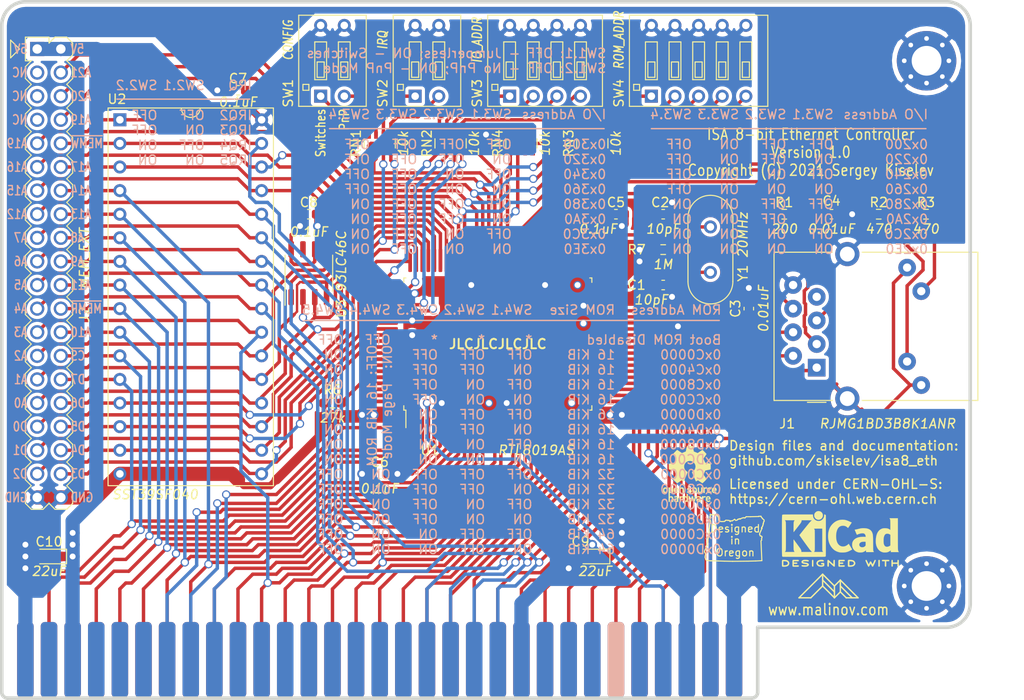
<source format=kicad_pcb>
(kicad_pcb (version 20171130) (host pcbnew "(5.1.8)-1")
  (title_block (date "6 apr 2013"))
  (layers (0 Front signal) (31 Back signal) (34 B.Paste user) (35 F.Paste user) (36 B.SilkS user) (37 F.SilkS user) (38 B.Mask user) (39 F.Mask user) (44 Edge.Cuts user))
  (net 0 "")
  (net 1 /A0)
  (net 2 /A1)
  (net 3 /A10)
  (net 4 /A11)
  (net 5 /A12)
  (net 6 /A13)
  (net 7 /A14)
  (net 8 /A15)
  (net 9 /A16)
  (net 10 /A17)
  (net 11 /A18)
  (net 12 /A19)
  (net 13 /A2)
  (net 14 /A3)
  (net 15 /A4)
  (net 16 /A5)
  (net 17 /A6)
  (net 18 /A7)
  (net 19 /A8)
  (net 20 /A9)
  (net 21 /AEN)
  (net 22 /D0)
  (net 23 /D1)
  (net 24 /D2)
  (net 25 /D3)
  (net 26 /D4)
  (net 27 /D5)
  (net 28 /D6)
  (net 29 /D7)
  (net 30 /~IOR)
  (net 31 /~IOW)
  (net 32 GND)
  (net 33 VCC)
  (net 34 /RSTDRV)
  (net 35 /IRQ9)
  (net 36 "Net-(BUS1-Pad5)")
  (net 37 "Net-(BUS1-Pad6)")
  (net 38 "Net-(BUS1-Pad7)")
  (net 39 "Net-(BUS1-Pad8)")
  (net 40 "Net-(BUS1-Pad9)")
  (net 41 /~SMEMW)
  (net 42 /~SMEMR)
  (net 43 "Net-(BUS1-Pad15)")
  (net 44 "Net-(BUS1-Pad16)")
  (net 45 "Net-(BUS1-Pad17)")
  (net 46 "Net-(BUS1-Pad18)")
  (net 47 "Net-(BUS1-Pad19)")
  (net 48 "Net-(BUS1-Pad20)")
  (net 49 "Net-(BUS1-Pad21)")
  (net 50 "Net-(BUS1-Pad22)")
  (net 51 /IRQ5)
  (net 52 /IRQ4)
  (net 53 /IRQ3)
  (net 54 "Net-(BUS1-Pad26)")
  (net 55 "Net-(BUS1-Pad27)")
  (net 56 "Net-(BUS1-Pad28)")
  (net 57 "Net-(BUS1-Pad30)")
  (net 58 "Net-(BUS1-Pad32)")
  (net 59 /IOCHRDY)
  (net 60 /~IOCS16)
  (net 61 "Net-(C1-Pad2)")
  (net 62 "Net-(C2-Pad2)")
  (net 63 "Net-(C3-Pad1)")
  (net 64 "Net-(C4-Pad1)")
  (net 65 /TP_RX-)
  (net 66 /TP_RX+)
  (net 67 /TP_TX-)
  (net 68 /TP_TX+)
  (net 69 /LED_LINK)
  (net 70 /JP)
  (net 71 /BA18)
  (net 72 /BA17)
  (net 73 /BA16)
  (net 74 /BD6)
  (net 75 /BD5)
  (net 76 /BD4)
  (net 77 /BD3)
  (net 78 /BD2)
  (net 79 /BD1)
  (net 80 /BD0)
  (net 81 "Net-(U1-Pad48)")
  (net 82 "Net-(U1-Pad49)")
  (net 83 "Net-(U1-Pad53)")
  (net 84 "Net-(U1-Pad54)")
  (net 85 "Net-(U1-Pad55)")
  (net 86 "Net-(U1-Pad56)")
  (net 87 "Net-(U1-Pad60)")
  (net 88 /BA15)
  (net 89 /BA14)
  (net 90 /~BCS)
  (net 91 /EECS)
  (net 92 /BD7)
  (net 93 "Net-(U3-Pad7)")
  (net 94 /BA19)
  (net 95 /BA20)
  (net 96 /BA21)
  (net 97 /LED_CRS)
  (net 98 "Net-(U1-Pad63)")
  (net 99 "Net-(U1-Pad87)")
  (net 100 "Net-(U1-Pad88)")
  (net 101 "Net-(U1-Pad90)")
  (net 102 "Net-(U1-Pad91)")
  (net 103 "Net-(U1-Pad92)")
  (net 104 "Net-(U1-Pad93)")
  (net 105 "Net-(U1-Pad94)")
  (net 106 "Net-(U1-Pad95)")
  (net 107 "Net-(U1-Pad97)")
  (net 108 "Net-(U1-Pad98)")
  (net 109 "Net-(U1-Pad99)")
  (net 110 "Net-(U1-Pad100)")
  (net 111 "Net-(RN1-Pad7)")
  (net 112 "Net-(RN1-Pad8)")
  (net 113 "Net-(RN1-Pad6)")
  (net 114 "Net-(RN1-Pad5)")
  (net 115 "Net-(RN2-Pad5)")
  (net 116 "Net-(RN2-Pad6)")
  (net 117 "Net-(RN2-Pad8)")
  (net 118 "Net-(RN2-Pad7)")
  (net 119 "Net-(RN3-Pad7)")
  (net 120 "Net-(RN3-Pad8)")
  (net 121 "Net-(RN3-Pad6)")
  (net 122 "Net-(RN3-Pad5)")
  (net 123 "Net-(J1-PadR7)")
  (net 124 "Net-(J1-PadL2)")
  (net 125 "Net-(J1-PadL3)")
  (net 126 "Net-(J2-Pad3)")
  (net 127 "Net-(J2-Pad5)")
  (net 128 "Net-(J2-Pad7)")
  (net 129 "Net-(RN4-Pad3)")
  (net 130 /AUI)
  (net 131 "Net-(RN4-Pad4)")
  (net 132 "Net-(RN4-Pad6)")
  (net 133 "Net-(RN4-Pad5)")
  (net 134 "Net-(RN4-Pad7)")
  (module My_Components:Switch_DIP_5_Positions (layer Front) (at 176.53 66.04)
    (fp_text reference SW4 (at -8.5725 3.4925 90) (layer F.SilkS))
    (fp_text value ROM_ADDR (at -8.5725 -2.2225 90) (layer F.SilkS) (effects (font (size 1 0.8) (thickness 0.15) italic)))
    (pad 10 thru_hole circle (at -5.08 -3.81) (size 1.397 1.397) (drill 0.8128) (layers *.Cu *.Mask) (net 33 VCC))
    (pad 9 thru_hole circle (at -2.54 -3.81) (size 1.397 1.397) (drill 0.8128) (layers *.Cu *.Mask) (net 33 VCC))
    (pad 8 thru_hole circle (at 0 -3.81) (size 1.397 1.397) (drill 0.8128) (layers *.Cu *.Mask) (net 33 VCC))
    (pad 7 thru_hole circle (at 2.54 -3.81) (size 1.397 1.397) (drill 0.8128) (layers *.Cu *.Mask) (net 33 VCC))
    (pad 6 thru_hole circle (at 5.08 -3.81) (size 1.397 1.397) (drill 0.8128) (layers *.Cu *.Mask) (net 33 VCC))
    (pad 5 thru_hole circle (at 5.08 3.81) (size 1.397 1.397) (drill 0.8128) (layers *.Cu *.Mask) (net 134 "Net-(RN4-Pad7)"))
    (pad 4 thru_hole circle (at 2.54 3.81) (size 1.397 1.397) (drill 0.8128) (layers *.Cu *.Mask) (net 122 "Net-(RN3-Pad5)"))
    (pad 3 thru_hole circle (at 0 3.81) (size 1.397 1.397) (drill 0.8128) (layers *.Cu *.Mask) (net 121 "Net-(RN3-Pad6)"))
    (pad 2 thru_hole circle (at -2.54 3.81) (size 1.397 1.397) (drill 0.8128) (layers *.Cu *.Mask) (net 119 "Net-(RN3-Pad7)"))
    (pad 1 thru_hole rect (at -5.08 3.81) (size 1.397 1.397) (drill 0.8128) (layers *.Cu *.Mask) (net 120 "Net-(RN3-Pad8)"))
  )
  (module My_Components:Switch_DIP_4_Positions (layer Front) (at 160.02 66.04)
    (fp_text reference SW3 (at -7.3025 3.4925 90) (layer F.SilkS))
    (fp_text value IO_ADDR (at -7.3025 -2.2225 90) (layer F.SilkS) (effects (font (size 1 0.8) (thickness 0.15) italic)))
    (pad 8 thru_hole circle (at -3.81 -3.81) (size 1.397 1.397) (drill 0.8128) (layers *.Cu *.Mask) (net 33 VCC))
    (pad 7 thru_hole circle (at -1.27 -3.81) (size 1.397 1.397) (drill 0.8128) (layers *.Cu *.Mask) (net 33 VCC))
    (pad 6 thru_hole circle (at 1.27 -3.81) (size 1.397 1.397) (drill 0.8128) (layers *.Cu *.Mask) (net 33 VCC))
    (pad 5 thru_hole circle (at 3.81 -3.81) (size 1.397 1.397) (drill 0.8128) (layers *.Cu *.Mask) (net 33 VCC))
    (pad 4 thru_hole circle (at 3.81 3.81) (size 1.397 1.397) (drill 0.8128) (layers *.Cu *.Mask) (net 115 "Net-(RN2-Pad5)"))
    (pad 3 thru_hole circle (at 1.27 3.81) (size 1.397 1.397) (drill 0.8128) (layers *.Cu *.Mask) (net 116 "Net-(RN2-Pad6)"))
    (pad 2 thru_hole circle (at -1.27 3.81) (size 1.397 1.397) (drill 0.8128) (layers *.Cu *.Mask) (net 118 "Net-(RN2-Pad7)"))
    (pad 1 thru_hole rect (at -3.81 3.81) (size 1.397 1.397) (drill 0.8128) (layers *.Cu *.Mask) (net 117 "Net-(RN2-Pad8)"))
  )
  (module My_Components:Switch_DIP_2_Positions (layer Front) (at 147.32 66.04)
    (fp_text reference SW2 (at -4.7625 3.4925 90) (layer F.SilkS))
    (fp_text value IRQ (at -4.7625 -2.2225 90) (layer F.SilkS) (effects (font (size 1 0.8) (thickness 0.15) italic)))
    (pad 4 thru_hole circle (at -1.27 -3.81) (size 1.397 1.397) (drill 0.8128) (layers *.Cu *.Mask) (net 33 VCC))
    (pad 3 thru_hole circle (at 1.27 -3.81) (size 1.397 1.397) (drill 0.8128) (layers *.Cu *.Mask) (net 33 VCC))
    (pad 2 thru_hole circle (at 1.27 3.81) (size 1.397 1.397) (drill 0.8128) (layers *.Cu *.Mask) (net 114 "Net-(RN1-Pad5)"))
    (pad 1 thru_hole rect (at -1.27 3.81) (size 1.397 1.397) (drill 0.8128) (layers *.Cu *.Mask) (net 113 "Net-(RN1-Pad6)"))
  )
  (module My_Components:Switch_DIP_2_Positions (layer Front) (at 137.16 66.04)
    (fp_text reference SW1 (at -4.7625 3.4925 90) (layer F.SilkS))
    (fp_text value CONFIG (at -4.7625 -2.2225 90) (layer F.SilkS) (effects (font (size 1 0.8) (thickness 0.15) italic)))
    (pad 4 thru_hole circle (at -1.27 -3.81) (size 1.397 1.397) (drill 0.8128) (layers *.Cu *.Mask) (net 33 VCC))
    (pad 3 thru_hole circle (at 1.27 -3.81) (size 1.397 1.397) (drill 0.8128) (layers *.Cu *.Mask) (net 33 VCC))
    (pad 2 thru_hole circle (at 1.27 3.81) (size 1.397 1.397) (drill 0.8128) (layers *.Cu *.Mask) (net 111 "Net-(RN1-Pad7)"))
    (pad 1 thru_hole rect (at -1.27 3.81) (size 1.397 1.397) (drill 0.8128) (layers *.Cu *.Mask) (net 112 "Net-(RN1-Pad8)"))
  )
  (module My_Components:Crystal_HC-49U_Vert (layer Front) (at 177.8 86.36 90)
    (fp_text reference Y1 (at -2.54 3.4925 90) (layer F.SilkS))
    (fp_text value 20MHz (at 1.5875 3.4925 90) (layer F.SilkS) (effects (font (thickness 0.15) italic)))
    (pad 2 thru_hole circle (at 2.44094 0 90) (size 1.397 1.397) (drill 0.8128) (layers *.Cu *.Mask) (net 62 "Net-(C2-Pad2)"))
    (pad 1 thru_hole circle (at -2.44094 0 90) (size 1.397 1.397) (drill 0.8128) (layers *.Cu *.Mask) (net 61 "Net-(C1-Pad2)"))
  )
  (module My_Components:Conn_Pin_Header_20x2_2.54mm (layer Front) (at 106.68 88.9 270)
    (fp_text reference J2 (at 4.445 -3.81 90) (layer F.SilkS))
    (fp_text value MEM_EXT (at -1.5875 -3.81 90) (layer F.SilkS) (effects (font (thickness 0.15) italic)))
    (pad 40 thru_hole circle (at 24.13 -1.27 270) (size 1.524 1.524) (drill 1.016) (layers *.Cu *.Mask) (net 32 GND))
    (pad 39 thru_hole circle (at 24.13 1.27 270) (size 1.524 1.524) (drill 1.016) (layers *.Cu *.Mask) (net 32 GND))
    (pad 38 thru_hole circle (at 21.59 -1.27 270) (size 1.524 1.524) (drill 1.016) (layers *.Cu *.Mask) (net 77 /BD3))
    (pad 37 thru_hole circle (at 21.59 1.27 270) (size 1.524 1.524) (drill 1.016) (layers *.Cu *.Mask) (net 78 /BD2))
    (pad 36 thru_hole circle (at 19.05 -1.27 270) (size 1.524 1.524) (drill 1.016) (layers *.Cu *.Mask) (net 76 /BD4))
    (pad 35 thru_hole circle (at 19.05 1.27 270) (size 1.524 1.524) (drill 1.016) (layers *.Cu *.Mask) (net 79 /BD1))
    (pad 34 thru_hole circle (at 16.51 -1.27 270) (size 1.524 1.524) (drill 1.016) (layers *.Cu *.Mask) (net 75 /BD5))
    (pad 33 thru_hole circle (at 16.51 1.27 270) (size 1.524 1.524) (drill 1.016) (layers *.Cu *.Mask) (net 80 /BD0))
    (pad 32 thru_hole circle (at 13.97 -1.27 270) (size 1.524 1.524) (drill 1.016) (layers *.Cu *.Mask) (net 74 /BD6))
    (pad 31 thru_hole circle (at 13.97 1.27 270) (size 1.524 1.524) (drill 1.016) (layers *.Cu *.Mask) (net 1 /A0))
    (pad 29 thru_hole circle (at 11.43 1.27 270) (size 1.524 1.524) (drill 1.016) (layers *.Cu *.Mask) (net 2 /A1))
    (pad 30 thru_hole circle (at 11.43 -1.27 270) (size 1.524 1.524) (drill 1.016) (layers *.Cu *.Mask) (net 92 /BD7))
    (pad 27 thru_hole circle (at 8.89 1.27 270) (size 1.524 1.524) (drill 1.016) (layers *.Cu *.Mask) (net 13 /A2))
    (pad 28 thru_hole circle (at 8.89 -1.27 270) (size 1.524 1.524) (drill 1.016) (layers *.Cu *.Mask) (net 90 /~BCS))
    (pad 26 thru_hole circle (at 6.35 -1.27 270) (size 1.524 1.524) (drill 1.016) (layers *.Cu *.Mask) (net 3 /A10))
    (pad 25 thru_hole circle (at 6.35 1.27 270) (size 1.524 1.524) (drill 1.016) (layers *.Cu *.Mask) (net 14 /A3))
    (pad 24 thru_hole circle (at 3.81 -1.27 270) (size 1.524 1.524) (drill 1.016) (layers *.Cu *.Mask) (net 42 /~SMEMR))
    (pad 23 thru_hole circle (at 3.81 1.27 270) (size 1.524 1.524) (drill 1.016) (layers *.Cu *.Mask) (net 15 /A4))
    (pad 22 thru_hole circle (at 1.27 -1.27 270) (size 1.524 1.524) (drill 1.016) (layers *.Cu *.Mask) (net 4 /A11))
    (pad 21 thru_hole circle (at 1.27 1.27 270) (size 1.524 1.524) (drill 1.016) (layers *.Cu *.Mask) (net 16 /A5))
    (pad 20 thru_hole circle (at -1.27 -1.27 270) (size 1.524 1.524) (drill 1.016) (layers *.Cu *.Mask) (net 20 /A9))
    (pad 19 thru_hole circle (at -1.27 1.27 270) (size 1.524 1.524) (drill 1.016) (layers *.Cu *.Mask) (net 17 /A6))
    (pad 18 thru_hole circle (at -3.81 -1.27 270) (size 1.524 1.524) (drill 1.016) (layers *.Cu *.Mask) (net 19 /A8))
    (pad 17 thru_hole circle (at -3.81 1.27 270) (size 1.524 1.524) (drill 1.016) (layers *.Cu *.Mask) (net 18 /A7))
    (pad 16 thru_hole circle (at -6.35 -1.27 270) (size 1.524 1.524) (drill 1.016) (layers *.Cu *.Mask) (net 6 /A13))
    (pad 15 thru_hole circle (at -6.35 1.27 270) (size 1.524 1.524) (drill 1.016) (layers *.Cu *.Mask) (net 5 /A12))
    (pad 14 thru_hole circle (at -8.89 -1.27 270) (size 1.524 1.524) (drill 1.016) (layers *.Cu *.Mask) (net 89 /BA14))
    (pad 13 thru_hole circle (at -8.89 1.27 270) (size 1.524 1.524) (drill 1.016) (layers *.Cu *.Mask) (net 88 /BA15))
    (pad 12 thru_hole circle (at -11.43 -1.27 270) (size 1.524 1.524) (drill 1.016) (layers *.Cu *.Mask) (net 72 /BA17))
    (pad 11 thru_hole circle (at -11.43 1.27 270) (size 1.524 1.524) (drill 1.016) (layers *.Cu *.Mask) (net 73 /BA16))
    (pad 10 thru_hole circle (at -13.97 -1.27 270) (size 1.524 1.524) (drill 1.016) (layers *.Cu *.Mask) (net 41 /~SMEMW))
    (pad 9 thru_hole circle (at -13.97 1.27 270) (size 1.524 1.524) (drill 1.016) (layers *.Cu *.Mask) (net 71 /BA18))
    (pad 8 thru_hole circle (at -16.51 -1.27 270) (size 1.524 1.524) (drill 1.016) (layers *.Cu *.Mask) (net 94 /BA19))
    (pad 7 thru_hole circle (at -16.51 1.27 270) (size 1.524 1.524) (drill 1.016) (layers *.Cu *.Mask) (net 128 "Net-(J2-Pad7)"))
    (pad 6 thru_hole circle (at -19.05 -1.27 270) (size 1.524 1.524) (drill 1.016) (layers *.Cu *.Mask) (net 95 /BA20))
    (pad 5 thru_hole circle (at -19.05 1.27 270) (size 1.524 1.524) (drill 1.016) (layers *.Cu *.Mask) (net 127 "Net-(J2-Pad5)"))
    (pad 4 thru_hole circle (at -21.59 -1.27 270) (size 1.524 1.524) (drill 1.016) (layers *.Cu *.Mask) (net 96 /BA21))
    (pad 3 thru_hole circle (at -21.59 1.27 270) (size 1.524 1.524) (drill 1.016) (layers *.Cu *.Mask) (net 126 "Net-(J2-Pad3)"))
    (pad 2 thru_hole circle (at -24.13 -1.27 270) (size 1.524 1.524) (drill 1.016) (layers *.Cu *.Mask) (net 33 VCC))
    (pad 1 thru_hole rect (at -24.13 1.27 270) (size 1.524 1.524) (drill 1.016) (layers *.Cu *.Mask) (net 33 VCC))
  )
  (module My_Components:Socket_DIP32_600 (layer Front) (at 121.92 91.44 270)
    (fp_text reference U2 (at -21.2725 7.9375 180) (layer F.SilkS))
    (fp_text value SST39SF040 (at 21.2725 3.81 180) (layer F.SilkS) (effects (font (thickness 0.15) italic)))
    (pad 1 thru_hole rect (at -19.05 7.62 270) (size 1.397 1.397) (drill 0.8128) (layers *.Cu *.Mask) (net 71 /BA18))
    (pad 2 thru_hole circle (at -16.51 7.62 270) (size 1.397 1.397) (drill 0.8128) (layers *.Cu *.Mask) (net 73 /BA16))
    (pad 3 thru_hole circle (at -13.97 7.62 270) (size 1.397 1.397) (drill 0.8128) (layers *.Cu *.Mask) (net 88 /BA15))
    (pad 4 thru_hole circle (at -11.43 7.62 270) (size 1.397 1.397) (drill 0.8128) (layers *.Cu *.Mask) (net 5 /A12))
    (pad 5 thru_hole circle (at -8.89 7.62 270) (size 1.397 1.397) (drill 0.8128) (layers *.Cu *.Mask) (net 18 /A7))
    (pad 6 thru_hole circle (at -6.35 7.62 270) (size 1.397 1.397) (drill 0.8128) (layers *.Cu *.Mask) (net 17 /A6))
    (pad 7 thru_hole circle (at -3.81 7.62 270) (size 1.397 1.397) (drill 0.8128) (layers *.Cu *.Mask) (net 16 /A5))
    (pad 8 thru_hole circle (at -1.27 7.62 270) (size 1.397 1.397) (drill 0.8128) (layers *.Cu *.Mask) (net 15 /A4))
    (pad 9 thru_hole circle (at 1.27 7.62 270) (size 1.397 1.397) (drill 0.8128) (layers *.Cu *.Mask) (net 14 /A3))
    (pad 10 thru_hole circle (at 3.81 7.62 270) (size 1.397 1.397) (drill 0.8128) (layers *.Cu *.Mask) (net 13 /A2))
    (pad 11 thru_hole circle (at 6.35 7.62 270) (size 1.397 1.397) (drill 0.8128) (layers *.Cu *.Mask) (net 2 /A1))
    (pad 12 thru_hole circle (at 8.89 7.62 270) (size 1.397 1.397) (drill 0.8128) (layers *.Cu *.Mask) (net 1 /A0))
    (pad 13 thru_hole circle (at 11.43 7.62 270) (size 1.397 1.397) (drill 0.8128) (layers *.Cu *.Mask) (net 80 /BD0))
    (pad 14 thru_hole circle (at 13.97 7.62 270) (size 1.397 1.397) (drill 0.8128) (layers *.Cu *.Mask) (net 79 /BD1))
    (pad 15 thru_hole circle (at 16.51 7.62 270) (size 1.397 1.397) (drill 0.8128) (layers *.Cu *.Mask) (net 78 /BD2))
    (pad 16 thru_hole circle (at 19.05 7.62 270) (size 1.397 1.397) (drill 0.8128) (layers *.Cu *.Mask) (net 32 GND))
    (pad 17 thru_hole circle (at 19.05 -7.62 270) (size 1.397 1.397) (drill 0.8128) (layers *.Cu *.Mask) (net 77 /BD3))
    (pad 18 thru_hole circle (at 16.51 -7.62 270) (size 1.397 1.397) (drill 0.8128) (layers *.Cu *.Mask) (net 76 /BD4))
    (pad 19 thru_hole circle (at 13.97 -7.62 270) (size 1.397 1.397) (drill 0.8128) (layers *.Cu *.Mask) (net 75 /BD5))
    (pad 20 thru_hole circle (at 11.43 -7.62 270) (size 1.397 1.397) (drill 0.8128) (layers *.Cu *.Mask) (net 74 /BD6))
    (pad 21 thru_hole circle (at 8.89 -7.62 270) (size 1.397 1.397) (drill 0.8128) (layers *.Cu *.Mask) (net 92 /BD7))
    (pad 22 thru_hole circle (at 6.35 -7.62 270) (size 1.397 1.397) (drill 0.8128) (layers *.Cu *.Mask) (net 90 /~BCS))
    (pad 23 thru_hole circle (at 3.81 -7.62 270) (size 1.397 1.397) (drill 0.8128) (layers *.Cu *.Mask) (net 3 /A10))
    (pad 24 thru_hole circle (at 1.27 -7.62 270) (size 1.397 1.397) (drill 0.8128) (layers *.Cu *.Mask) (net 42 /~SMEMR))
    (pad 25 thru_hole circle (at -1.27 -7.62 270) (size 1.397 1.397) (drill 0.8128) (layers *.Cu *.Mask) (net 4 /A11))
    (pad 26 thru_hole circle (at -3.81 -7.62 270) (size 1.397 1.397) (drill 0.8128) (layers *.Cu *.Mask) (net 20 /A9))
    (pad 27 thru_hole circle (at -6.35 -7.62 270) (size 1.397 1.397) (drill 0.8128) (layers *.Cu *.Mask) (net 19 /A8))
    (pad 28 thru_hole circle (at -8.89 -7.62 270) (size 1.397 1.397) (drill 0.8128) (layers *.Cu *.Mask) (net 6 /A13))
    (pad 29 thru_hole circle (at -11.43 -7.62 270) (size 1.397 1.397) (drill 0.8128) (layers *.Cu *.Mask) (net 89 /BA14))
    (pad 30 thru_hole circle (at -13.97 -7.62 270) (size 1.397 1.397) (drill 0.8128) (layers *.Cu *.Mask) (net 72 /BA17))
    (pad 31 thru_hole circle (at -16.51 -7.62 270) (size 1.397 1.397) (drill 0.8128) (layers *.Cu *.Mask) (net 41 /~SMEMW))
    (pad 32 thru_hole circle (at -19.05 -7.62 270) (size 1.397 1.397) (drill 0.8128) (layers *.Cu *.Mask) (net 33 VCC))
  )
  (module Symbol:OSHW-Logo_5.7x6mm_SilkScreen (layer Front) (at 175.5775 110.49)
    (fp_text reference REF** hide)
    (fp_text value OSHW-Logo_5.7x6mm_SilkScreen hide)
  )
  (module Symbol:KiCad-Logo2_5mm_SilkScreen (layer Front) (at 191.77 117.475)
    (fp_text reference REF** hide)
    (fp_text value KiCad-Logo2_5mm_SilkScreen hide)
  )
  (module My_Components:Conn_Edge_PCB_ISA8 (layer Front) (at 142.24 130.4925)
    (fp_text reference BUS1 hide)
    (fp_text value BUSPC_DEV hide)
    (pad 1 connect roundrect (at 38.1 0) (size 1.778 8.128) (layers Back B.Mask) (net 32 GND))
    (pad 2 connect roundrect (at 35.56 0) (size 1.778 8.128) (layers Back B.Mask) (net 34 /RSTDRV))
    (pad 3 connect roundrect (at 33.02 0) (size 1.778 8.128) (layers Back B.Mask) (net 33 VCC))
    (pad 4 connect roundrect (at 30.48 0) (size 1.778 8.128) (layers Back B.Mask) (net 35 /IRQ9))
    (pad 5 connect roundrect (at 27.94 0) (size 1.778 8.128) (layers Back B.Mask) (net 36 "Net-(BUS1-Pad5)"))
    (pad 6 connect roundrect (at 25.4 0) (size 1.778 8.128) (layers Back B.SilkS) (net 37 "Net-(BUS1-Pad6)"))
    (pad 7 connect roundrect (at 22.86 0) (size 1.778 8.128) (layers Back B.Mask) (net 38 "Net-(BUS1-Pad7)"))
    (pad 8 connect roundrect (at 20.32 0) (size 1.778 8.128) (layers Back B.Mask) (net 39 "Net-(BUS1-Pad8)"))
    (pad 9 connect roundrect (at 17.78 0) (size 1.778 8.128) (layers Back B.Mask) (net 40 "Net-(BUS1-Pad9)"))
    (pad 10 connect roundrect (at 15.24 0) (size 1.778 8.128) (layers Back B.Mask) (net 32 GND))
    (pad 11 connect roundrect (at 12.7 0) (size 1.778 8.128) (layers Back B.Mask) (net 41 /~SMEMW))
    (pad 12 connect roundrect (at 10.16 0) (size 1.778 8.128) (layers Back B.Mask) (net 42 /~SMEMR))
    (pad 13 connect roundrect (at 7.62 0) (size 1.778 8.128) (layers Back B.Mask) (net 31 /~IOW))
    (pad 14 connect roundrect (at 5.08 0) (size 1.778 8.128) (layers Back B.Mask) (net 30 /~IOR))
    (pad 15 connect roundrect (at 2.54 0) (size 1.778 8.128) (layers Back B.Mask) (net 43 "Net-(BUS1-Pad15)"))
    (pad 16 connect roundrect (at 0 0) (size 1.778 8.128) (layers Back B.Mask) (net 44 "Net-(BUS1-Pad16)"))
    (pad 17 connect roundrect (at -2.54 0) (size 1.778 8.128) (layers Back B.Mask) (net 45 "Net-(BUS1-Pad17)"))
    (pad 18 connect roundrect (at -5.08 0) (size 1.778 8.128) (layers Back B.Mask) (net 46 "Net-(BUS1-Pad18)"))
    (pad 19 connect roundrect (at -7.62 0) (size 1.778 8.128) (layers Back B.Mask) (net 47 "Net-(BUS1-Pad19)"))
    (pad 20 connect roundrect (at -10.16 0) (size 1.778 8.128) (layers Back B.Mask) (net 48 "Net-(BUS1-Pad20)"))
    (pad 21 connect roundrect (at -12.7 0) (size 1.778 8.128) (layers Back B.Mask) (net 49 "Net-(BUS1-Pad21)"))
    (pad 22 connect roundrect (at -15.24 0) (size 1.778 8.128) (layers Back B.Mask) (net 50 "Net-(BUS1-Pad22)"))
    (pad 23 connect roundrect (at -17.78 0) (size 1.778 8.128) (layers Back B.Mask) (net 51 /IRQ5))
    (pad 24 connect roundrect (at -20.32 0) (size 1.778 8.128) (layers Back B.Mask) (net 52 /IRQ4))
    (pad 25 connect roundrect (at -22.86 0) (size 1.778 8.128) (layers Back B.Mask) (net 53 /IRQ3))
    (pad 26 connect roundrect (at -25.4 0) (size 1.778 8.128) (layers Back B.Mask) (net 54 "Net-(BUS1-Pad26)"))
    (pad 27 connect roundrect (at -27.94 0) (size 1.778 8.128) (layers Back B.Mask) (net 55 "Net-(BUS1-Pad27)"))
    (pad 28 connect roundrect (at -30.48 0) (size 1.778 8.128) (layers Back B.Mask) (net 56 "Net-(BUS1-Pad28)"))
    (pad 29 connect roundrect (at -33.02 0) (size 1.778 8.128) (layers Back B.Mask) (net 33 VCC))
    (pad 30 connect roundrect (at -35.56 0) (size 1.778 8.128) (layers Back B.Mask) (net 57 "Net-(BUS1-Pad30)"))
    (pad 31 connect roundrect (at -38.1 0) (size 1.778 8.128) (layers Back B.Mask) (net 32 GND))
    (pad 32 connect roundrect (at 38.1 0) (size 1.778 8.128) (layers Front F.Mask) (net 58 "Net-(BUS1-Pad32)"))
    (pad 33 connect roundrect (at 35.56 0) (size 1.778 8.128) (layers Front F.Mask) (net 29 /D7))
    (pad 34 connect roundrect (at 33.02 0) (size 1.778 8.128) (layers Front F.Mask) (net 28 /D6))
    (pad 35 connect roundrect (at 30.48 0) (size 1.778 8.128) (layers Front F.Mask) (net 27 /D5))
    (pad 36 connect roundrect (at 27.94 0) (size 1.778 8.128) (layers Front F.Mask) (net 26 /D4))
    (pad 37 connect roundrect (at 25.4 0) (size 1.778 8.128) (layers Front F.Mask) (net 25 /D3))
    (pad 38 connect roundrect (at 22.86 0) (size 1.778 8.128) (layers Front F.Mask) (net 24 /D2))
    (pad 39 connect roundrect (at 20.32 0) (size 1.778 8.128) (layers Front F.Mask) (net 23 /D1))
    (pad 40 connect roundrect (at 17.78 0) (size 1.778 8.128) (layers Front F.Mask) (net 22 /D0))
    (pad 41 connect roundrect (at 15.24 0) (size 1.778 8.128) (layers Front F.Mask) (net 59 /IOCHRDY))
    (pad 42 connect roundrect (at 12.7 0) (size 1.778 8.128) (layers Front F.Mask) (net 21 /AEN))
    (pad 43 connect roundrect (at 10.16 0) (size 1.778 8.128) (layers Front F.Mask) (net 12 /A19))
    (pad 44 connect roundrect (at 7.62 0) (size 1.778 8.128) (layers Front F.Mask) (net 11 /A18))
    (pad 45 connect roundrect (at 5.08 0) (size 1.778 8.128) (layers Front F.Mask) (net 10 /A17))
    (pad 46 connect roundrect (at 2.54 0) (size 1.778 8.128) (layers Front F.Mask) (net 9 /A16))
    (pad 47 connect roundrect (at 0 0) (size 1.778 8.128) (layers Front F.Mask) (net 8 /A15))
    (pad 48 connect roundrect (at -2.54 0) (size 1.778 8.128) (layers Front F.Mask) (net 7 /A14))
    (pad 49 connect roundrect (at -5.08 0) (size 1.778 8.128) (layers Front F.Mask) (net 6 /A13))
    (pad 50 connect roundrect (at -7.62 0) (size 1.778 8.128) (layers Front F.Mask) (net 5 /A12))
    (pad 51 connect roundrect (at -10.16 0) (size 1.778 8.128) (layers Front F.Mask) (net 4 /A11))
    (pad 52 connect roundrect (at -12.7 0) (size 1.778 8.128) (layers Front F.Mask) (net 3 /A10))
    (pad 53 connect roundrect (at -15.24 0) (size 1.778 8.128) (layers Front F.Mask) (net 20 /A9))
    (pad 54 connect roundrect (at -17.78 0) (size 1.778 8.128) (layers Front F.Mask) (net 19 /A8))
    (pad 55 connect roundrect (at -20.32 0) (size 1.778 8.128) (layers Front F.Mask) (net 18 /A7))
    (pad 56 connect roundrect (at -22.86 0) (size 1.778 8.128) (layers Front F.Mask) (net 17 /A6))
    (pad 57 connect roundrect (at -25.4 0) (size 1.778 8.128) (layers Front F.Mask) (net 16 /A5))
    (pad 58 connect roundrect (at -27.94 0) (size 1.778 8.128) (layers Front F.Mask) (net 15 /A4))
    (pad 59 connect roundrect (at -30.48 0) (size 1.778 8.128) (layers Front F.Mask) (net 14 /A3))
    (pad 60 connect roundrect (at -33.02 0) (size 1.778 8.128) (layers Front F.Mask) (net 13 /A2))
    (pad 61 connect roundrect (at -35.56 0) (size 1.778 8.128) (layers Front F.Mask) (net 2 /A1))
    (pad 62 connect roundrect (at -38.1 0) (size 1.778 8.128) (layers Front F.Mask) (net 1 /A0))
  )
  (module Resistor_SMD:R_Array_Convex_4x0603 (layer Front) (at 149.86 74.93 90)
    (fp_text reference RN2 (at 0 -2.54 90) (layer F.SilkS))
    (fp_text value 10k (at 0 2.54 90) (layer F.SilkS) (effects (font (thickness 0.15) italic)))
    (pad 5 smd rect (at 0.9 1.2 90) (size 0.8 0.5) (layers Front F.Paste F.Mask) (net 115 "Net-(RN2-Pad5)"))
    (pad 6 smd rect (at 0.9 0.4 90) (size 0.8 0.4) (layers Front F.Paste F.Mask) (net 116 "Net-(RN2-Pad6)"))
    (pad 8 smd rect (at 0.9 -1.2 90) (size 0.8 0.5) (layers Front F.Paste F.Mask) (net 117 "Net-(RN2-Pad8)"))
    (pad 7 smd rect (at 0.9 -0.4 90) (size 0.8 0.4) (layers Front F.Paste F.Mask) (net 118 "Net-(RN2-Pad7)"))
    (pad 4 smd rect (at -0.9 1.2 90) (size 0.8 0.5) (layers Front F.Paste F.Mask) (net 80 /BD0))
    (pad 2 smd rect (at -0.9 -0.4 90) (size 0.8 0.4) (layers Front F.Paste F.Mask) (net 78 /BD2))
    (pad 3 smd rect (at -0.9 0.4 90) (size 0.8 0.4) (layers Front F.Paste F.Mask) (net 79 /BD1))
    (pad 1 smd rect (at -0.9 -1.2 90) (size 0.8 0.5) (layers Front F.Paste F.Mask) (net 77 /BD3))
  )
  (module MountingHole:MountingHole_3.2mm_M3_Pad_Via (layer Front) (at 201.041 66.04)
    (fp_text reference HOLE1 hide)
    (fp_text value M3)
    (pad 1 thru_hole circle (at 0 0) (size 6.4 6.4) (drill 3.2) (layers *.Cu *.Mask) (net 32 GND))
    (pad 1 thru_hole circle (at 2.4 0) (size 0.8 0.8) (drill 0.5) (layers *.Cu *.Mask) (net 32 GND))
    (pad 1 thru_hole circle (at 1.697056 1.697056) (size 0.8 0.8) (drill 0.5) (layers *.Cu *.Mask) (net 32 GND))
    (pad 1 thru_hole circle (at 0 2.4) (size 0.8 0.8) (drill 0.5) (layers *.Cu *.Mask) (net 32 GND))
    (pad 1 thru_hole circle (at -1.697056 1.697056) (size 0.8 0.8) (drill 0.5) (layers *.Cu *.Mask) (net 32 GND))
    (pad 1 thru_hole circle (at -2.4 0) (size 0.8 0.8) (drill 0.5) (layers *.Cu *.Mask) (net 32 GND))
    (pad 1 thru_hole circle (at -1.697056 -1.697056) (size 0.8 0.8) (drill 0.5) (layers *.Cu *.Mask) (net 32 GND))
    (pad 1 thru_hole circle (at 0 -2.4) (size 0.8 0.8) (drill 0.5) (layers *.Cu *.Mask) (net 32 GND))
    (pad 1 thru_hole circle (at 1.697056 -1.697056) (size 0.8 0.8) (drill 0.5) (layers *.Cu *.Mask) (net 32 GND))
  )
  (module MountingHole:MountingHole_3.2mm_M3_Pad_Via (layer Front) (at 201.041 122.555)
    (fp_text reference HOLE2 hide)
    (fp_text value M3)
    (pad 1 thru_hole circle (at 1.697056 -1.697056) (size 0.8 0.8) (drill 0.5) (layers *.Cu *.Mask) (net 32 GND))
    (pad 1 thru_hole circle (at 0 -2.4) (size 0.8 0.8) (drill 0.5) (layers *.Cu *.Mask) (net 32 GND))
    (pad 1 thru_hole circle (at -1.697056 -1.697056) (size 0.8 0.8) (drill 0.5) (layers *.Cu *.Mask) (net 32 GND))
    (pad 1 thru_hole circle (at -2.4 0) (size 0.8 0.8) (drill 0.5) (layers *.Cu *.Mask) (net 32 GND))
    (pad 1 thru_hole circle (at -1.697056 1.697056) (size 0.8 0.8) (drill 0.5) (layers *.Cu *.Mask) (net 32 GND))
    (pad 1 thru_hole circle (at 0 2.4) (size 0.8 0.8) (drill 0.5) (layers *.Cu *.Mask) (net 32 GND))
    (pad 1 thru_hole circle (at 1.697056 1.697056) (size 0.8 0.8) (drill 0.5) (layers *.Cu *.Mask) (net 32 GND))
    (pad 1 thru_hole circle (at 2.4 0) (size 0.8 0.8) (drill 0.5) (layers *.Cu *.Mask) (net 32 GND))
    (pad 1 thru_hole circle (at 0 0) (size 6.4 6.4) (drill 3.2) (layers *.Cu *.Mask) (net 32 GND))
  )
  (module Package_SO:SO-8_3.9x4.9mm_P1.27mm (layer Front) (at 134.62 88.9 90)
    (fp_text reference U3 (at -3.81 3.4925 90) (layer F.SilkS))
    (fp_text value 93LC46C (at 1.27 3.4925 90) (layer F.SilkS) (effects (font (thickness 0.15) italic)))
    (pad 1 smd roundrect (at -2.575 -1.905 90) (size 1.75 0.6) (layers Front F.Paste F.Mask) (net 91 /EECS))
    (pad 2 smd roundrect (at -2.575 -0.635 90) (size 1.75 0.6) (layers Front F.Paste F.Mask) (net 75 /BD5))
    (pad 3 smd roundrect (at -2.575 0.635 90) (size 1.75 0.6) (layers Front F.Paste F.Mask) (net 74 /BD6))
    (pad 4 smd roundrect (at -2.575 1.905 90) (size 1.75 0.6) (layers Front F.Paste F.Mask) (net 92 /BD7))
    (pad 5 smd roundrect (at 2.575 1.905 90) (size 1.75 0.6) (layers Front F.Paste F.Mask) (net 32 GND))
    (pad 6 smd roundrect (at 2.575 0.635 90) (size 1.75 0.6) (layers Front F.Paste F.Mask) (net 33 VCC))
    (pad 7 smd roundrect (at 2.575 -0.635 90) (size 1.75 0.6) (layers Front F.Paste F.Mask) (net 93 "Net-(U3-Pad7)"))
    (pad 8 smd roundrect (at 2.575 -1.905 90) (size 1.75 0.6) (layers Front F.Paste F.Mask) (net 33 VCC))
  )
  (module Capacitor_SMD:C_0603_1608Metric_Pad1.08x0.95mm_HandSolder (layer Front) (at 172.72 90.17 180)
    (fp_text reference C1 (at 2.8575 0) (layer F.SilkS))
    (fp_text value 10pF (at 1.27 -1.5875) (layer F.SilkS) (effects (font (thickness 0.15) italic)))
    (pad 2 smd roundrect (at 0.8625 0 180) (size 1.075 0.95) (layers Front F.Paste F.Mask) (net 61 "Net-(C1-Pad2)"))
    (pad 1 smd roundrect (at -0.8625 0 180) (size 1.075 0.95) (layers Front F.Paste F.Mask) (net 32 GND))
  )
  (module Capacitor_SMD:C_0603_1608Metric_Pad1.08x0.95mm_HandSolder (layer Front) (at 172.72 82.55 180)
    (fp_text reference C2 (at 0.3175 1.27) (layer F.SilkS))
    (fp_text value 10pF (at 0 -1.5875) (layer F.SilkS) (effects (font (thickness 0.15) italic)))
    (pad 1 smd roundrect (at -0.8625 0 180) (size 1.075 0.95) (layers Front F.Paste F.Mask) (net 32 GND))
    (pad 2 smd roundrect (at 0.8625 0 180) (size 1.075 0.95) (layers Front F.Paste F.Mask) (net 62 "Net-(C2-Pad2)"))
  )
  (module Capacitor_SMD:C_0603_1608Metric_Pad1.08x0.95mm_HandSolder (layer Front) (at 181.9275 92.71 90)
    (fp_text reference C3 (at 0 -1.43 90) (layer F.SilkS))
    (fp_text value 0.01uF (at 0 1.5875 90) (layer F.SilkS) (effects (font (thickness 0.15) italic)))
    (pad 1 smd roundrect (at -0.8625 0 90) (size 1.075 0.95) (layers Front F.Paste F.Mask) (net 63 "Net-(C3-Pad1)"))
    (pad 2 smd roundrect (at 0.8625 0 90) (size 1.075 0.95) (layers Front F.Paste F.Mask) (net 32 GND))
  )
  (module Capacitor_SMD:C_0603_1608Metric_Pad1.08x0.95mm_HandSolder (layer Front) (at 190.8175 82.55)
    (fp_text reference C4 (at 0 -1.43) (layer F.SilkS))
    (fp_text value 0.01uF (at 0 1.5875) (layer F.SilkS) (effects (font (thickness 0.15) italic)))
    (pad 2 smd roundrect (at 0.8625 0) (size 1.075 0.95) (layers Front F.Paste F.Mask) (net 32 GND))
    (pad 1 smd roundrect (at -0.8625 0) (size 1.075 0.95) (layers Front F.Paste F.Mask) (net 64 "Net-(C4-Pad1)"))
  )
  (module Capacitor_SMD:C_0603_1608Metric_Pad1.08x0.95mm_HandSolder (layer Front) (at 167.64 82.55 180)
    (fp_text reference C5 (at 0 1.27) (layer F.SilkS))
    (fp_text value 0.1uF (at 1.905 -1.5875) (layer F.SilkS) (effects (font (thickness 0.15) italic)))
    (pad 2 smd roundrect (at 0.8625 0 180) (size 1.075 0.95) (layers Front F.Paste F.Mask) (net 32 GND))
    (pad 1 smd roundrect (at -0.8625 0 180) (size 1.075 0.95) (layers Front F.Paste F.Mask) (net 33 VCC))
  )
  (module Capacitor_SMD:C_0603_1608Metric_Pad1.08x0.95mm_HandSolder (layer Front) (at 142.24 110.49 180)
    (fp_text reference C6 (at 0 1.27) (layer F.SilkS))
    (fp_text value 0.1uF (at 0 -1.5875) (layer F.SilkS) (effects (font (thickness 0.15) italic)))
    (pad 1 smd roundrect (at -0.8625 0 180) (size 1.075 0.95) (layers Front F.Paste F.Mask) (net 33 VCC))
    (pad 2 smd roundrect (at 0.8625 0 180) (size 1.075 0.95) (layers Front F.Paste F.Mask) (net 32 GND))
  )
  (module Capacitor_SMD:C_0603_1608Metric_Pad1.08x0.95mm_HandSolder (layer Front) (at 127 69.215 180)
    (fp_text reference C7 (at 0 1.27) (layer F.SilkS))
    (fp_text value 0.1uF (at 0 -1.27) (layer F.SilkS) (effects (font (thickness 0.15) italic)))
    (pad 2 smd roundrect (at 0.8625 0 180) (size 1.075 0.95) (layers Front F.Paste F.Mask) (net 32 GND))
    (pad 1 smd roundrect (at -0.8625 0 180) (size 1.075 0.95) (layers Front F.Paste F.Mask) (net 33 VCC))
  )
  (module Capacitor_SMD:C_0603_1608Metric_Pad1.08x0.95mm_HandSolder (layer Front) (at 134.62 82.55)
    (fp_text reference C8 (at 0 -1.27) (layer F.SilkS))
    (fp_text value 0.1uF (at 0 1.905) (layer F.SilkS) (effects (font (thickness 0.15) italic)))
    (pad 1 smd roundrect (at -0.8625 0) (size 1.075 0.95) (layers Front F.Paste F.Mask) (net 33 VCC))
    (pad 2 smd roundrect (at 0.8625 0) (size 1.075 0.95) (layers Front F.Paste F.Mask) (net 32 GND))
  )
  (module Resistor_SMD:R_0603_1608Metric_Pad0.98x0.95mm_HandSolder (layer Front) (at 185.7375 82.55 180)
    (fp_text reference R1 (at 0 1.27) (layer F.SilkS))
    (fp_text value 200 (at 0 -1.5875) (layer F.SilkS) (effects (font (thickness 0.15) italic)))
    (pad 2 smd roundrect (at 0.9125 0 180) (size 0.975 0.95) (layers Front F.Paste F.Mask) (net 65 /TP_RX-))
    (pad 1 smd roundrect (at -0.9125 0 180) (size 0.975 0.95) (layers Front F.Paste F.Mask) (net 66 /TP_RX+))
  )
  (module Resistor_SMD:R_0603_1608Metric_Pad0.98x0.95mm_HandSolder (layer Front) (at 195.8975 82.55 180)
    (fp_text reference R2 (at 0 1.27) (layer F.SilkS))
    (fp_text value 470 (at 0 -1.5875) (layer F.SilkS) (effects (font (thickness 0.15) italic)))
    (pad 1 smd roundrect (at -0.9125 0 180) (size 0.975 0.95) (layers Front F.Paste F.Mask) (net 125 "Net-(J1-PadL3)"))
    (pad 2 smd roundrect (at 0.9125 0 180) (size 0.975 0.95) (layers Front F.Paste F.Mask) (net 69 /LED_LINK))
  )
  (module Resistor_SMD:R_0603_1608Metric_Pad0.98x0.95mm_HandSolder (layer Front) (at 200.9775 82.55 180)
    (fp_text reference R3 (at 0 1.27) (layer F.SilkS))
    (fp_text value 470 (at 0 -1.5875) (layer F.SilkS) (effects (font (thickness 0.15) italic)))
    (pad 2 smd roundrect (at 0.9125 0 180) (size 0.975 0.95) (layers Front F.Paste F.Mask) (net 97 /LED_CRS))
    (pad 1 smd roundrect (at -0.9125 0 180) (size 0.975 0.95) (layers Front F.Paste F.Mask) (net 124 "Net-(J1-PadL2)"))
  )
  (module Resistor_SMD:R_0603_1608Metric_Pad0.98x0.95mm_HandSolder (layer Front) (at 137.16 102.87)
    (fp_text reference R6 (at 0 -1.43) (layer F.SilkS))
    (fp_text value 27k (at 0 1.5875) (layer F.SilkS) (effects (font (thickness 0.15) italic)))
    (pad 1 smd roundrect (at -0.9125 0) (size 0.975 0.95) (layers Front F.Paste F.Mask) (net 32 GND))
    (pad 2 smd roundrect (at 0.9125 0) (size 0.975 0.95) (layers Front F.Paste F.Mask) (net 60 /~IOCS16))
  )
  (module Resistor_SMD:R_0603_1608Metric_Pad0.98x0.95mm_HandSolder (layer Front) (at 172.72 86.36 180)
    (fp_text reference R7 (at 2.8575 0) (layer F.SilkS))
    (fp_text value 1M (at 0 -1.5875) (layer F.SilkS) (effects (font (thickness 0.15) italic)))
    (pad 2 smd roundrect (at 0.9125 0 180) (size 0.975 0.95) (layers Front F.Paste F.Mask) (net 62 "Net-(C2-Pad2)"))
    (pad 1 smd roundrect (at -0.9125 0 180) (size 0.975 0.95) (layers Front F.Paste F.Mask) (net 61 "Net-(C1-Pad2)"))
  )
  (module Resistor_SMD:R_Array_Convex_4x0603 (layer Front) (at 142.24 74.93 90)
    (fp_text reference RN1 (at 0 -2.54 270) (layer F.SilkS))
    (fp_text value 10k (at 0 2.54 90) (layer F.SilkS) (effects (font (thickness 0.15) italic)))
    (pad 1 smd rect (at -0.9 -1.2 90) (size 0.8 0.5) (layers Front F.Paste F.Mask) (net 70 /JP))
    (pad 3 smd rect (at -0.9 0.4 90) (size 0.8 0.4) (layers Front F.Paste F.Mask) (net 74 /BD6))
    (pad 2 smd rect (at -0.9 -0.4 90) (size 0.8 0.4) (layers Front F.Paste F.Mask) (net 96 /BA21))
    (pad 4 smd rect (at -0.9 1.2 90) (size 0.8 0.5) (layers Front F.Paste F.Mask) (net 75 /BD5))
    (pad 7 smd rect (at 0.9 -0.4 90) (size 0.8 0.4) (layers Front F.Paste F.Mask) (net 111 "Net-(RN1-Pad7)"))
    (pad 8 smd rect (at 0.9 -1.2 90) (size 0.8 0.5) (layers Front F.Paste F.Mask) (net 112 "Net-(RN1-Pad8)"))
    (pad 6 smd rect (at 0.9 0.4 90) (size 0.8 0.4) (layers Front F.Paste F.Mask) (net 113 "Net-(RN1-Pad6)"))
    (pad 5 smd rect (at 0.9 1.2 90) (size 0.8 0.5) (layers Front F.Paste F.Mask) (net 114 "Net-(RN1-Pad5)"))
  )
  (module Resistor_SMD:R_Array_Convex_4x0603 (layer Front) (at 165.1 74.93 90)
    (fp_text reference RN3 (at 0 -2.54 90) (layer F.SilkS))
    (fp_text value 10k (at 0 2.54 90) (layer F.SilkS) (effects (font (thickness 0.15) italic)))
    (pad 1 smd rect (at -0.9 -1.2 90) (size 0.8 0.5) (layers Front F.Paste F.Mask) (net 95 /BA20))
    (pad 3 smd rect (at -0.9 0.4 90) (size 0.8 0.4) (layers Front F.Paste F.Mask) (net 71 /BA18))
    (pad 2 smd rect (at -0.9 -0.4 90) (size 0.8 0.4) (layers Front F.Paste F.Mask) (net 94 /BA19))
    (pad 4 smd rect (at -0.9 1.2 90) (size 0.8 0.5) (layers Front F.Paste F.Mask) (net 72 /BA17))
    (pad 7 smd rect (at 0.9 -0.4 90) (size 0.8 0.4) (layers Front F.Paste F.Mask) (net 119 "Net-(RN3-Pad7)"))
    (pad 8 smd rect (at 0.9 -1.2 90) (size 0.8 0.5) (layers Front F.Paste F.Mask) (net 120 "Net-(RN3-Pad8)"))
    (pad 6 smd rect (at 0.9 0.4 90) (size 0.8 0.4) (layers Front F.Paste F.Mask) (net 121 "Net-(RN3-Pad6)"))
    (pad 5 smd rect (at 0.9 1.2 90) (size 0.8 0.5) (layers Front F.Paste F.Mask) (net 122 "Net-(RN3-Pad5)"))
  )
  (module My_Components:IC_PQFP-100_14x20mm_P0.65mm_Hand_Soldering (layer Front) (at 154.94 96.52 90)
    (fp_text reference U1 (at -11.43 -7.3025 180) (layer F.SilkS))
    (fp_text value RTL8019AS (at -11.43 4.1275 180) (layer F.SilkS) (effects (font (thickness 0.15) italic)))
    (pad 1 smd roundrect (at -9 -9.425 90) (size 2.5 0.4) (layers Front F.Paste F.Mask) (net 51 /IRQ5))
    (pad 2 smd roundrect (at -9 -8.775 90) (size 2.5 0.4) (layers Front F.Paste F.Mask) (net 52 /IRQ4))
    (pad 3 smd roundrect (at -9 -8.125 90) (size 2.5 0.4) (layers Front F.Paste F.Mask) (net 53 /IRQ3))
    (pad 4 smd roundrect (at -9 -7.475 90) (size 2.5 0.4) (layers Front F.Paste F.Mask) (net 35 /IRQ9))
    (pad 5 smd roundrect (at -9 -6.85 90) (size 2.5 0.4) (layers Front F.Paste F.Mask) (net 1 /A0))
    (pad 6 smd roundrect (at -9 -6.2 90) (size 2.5 0.4) (layers Front F.Paste F.Mask) (net 33 VCC))
    (pad 7 smd roundrect (at -9 -5.55 90) (size 2.5 0.4) (layers Front F.Paste F.Mask) (net 2 /A1))
    (pad 8 smd roundrect (at -9 -4.9 90) (size 2.5 0.4) (layers Front F.Paste F.Mask) (net 13 /A2))
    (pad 9 smd roundrect (at -9 -4.25 90) (size 2.5 0.4) (layers Front F.Paste F.Mask) (net 14 /A3))
    (pad 10 smd roundrect (at -9 -3.6 90) (size 2.5 0.4) (layers Front F.Paste F.Mask) (net 15 /A4))
    (pad 11 smd roundrect (at -9 -2.95 90) (size 2.5 0.4) (layers Front F.Paste F.Mask) (net 16 /A5))
    (pad 12 smd roundrect (at -9 -2.3 90) (size 2.5 0.4) (layers Front F.Paste F.Mask) (net 17 /A6))
    (pad 13 smd roundrect (at -9 -1.65 90) (size 2.5 0.4) (layers Front F.Paste F.Mask) (net 18 /A7))
    (pad 14 smd roundrect (at -9 -1 90) (size 2.5 0.4) (layers Front F.Paste F.Mask) (net 32 GND))
    (pad 15 smd roundrect (at -9 -0.35 90) (size 2.5 0.4) (layers Front F.Paste F.Mask) (net 19 /A8))
    (pad 16 smd roundrect (at -9 0.3 90) (size 2.5 0.4) (layers Front F.Paste F.Mask) (net 20 /A9))
    (pad 17 smd roundrect (at -9 0.95 90) (size 2.5 0.4) (layers Front F.Paste F.Mask) (net 33 VCC))
    (pad 18 smd roundrect (at -9 1.6 90) (size 2.5 0.4) (layers Front F.Paste F.Mask) (net 3 /A10))
    (pad 19 smd roundrect (at -9 2.25 90) (size 2.5 0.4) (layers Front F.Paste F.Mask) (net 4 /A11))
    (pad 20 smd roundrect (at -9 2.9 90) (size 2.5 0.4) (layers Front F.Paste F.Mask) (net 5 /A12))
    (pad 21 smd roundrect (at -9 3.55 90) (size 2.5 0.4) (layers Front F.Paste F.Mask) (net 6 /A13))
    (pad 22 smd roundrect (at -9 4.2 90) (size 2.5 0.4) (layers Front F.Paste F.Mask) (net 7 /A14))
    (pad 23 smd roundrect (at -9 4.85 90) (size 2.5 0.4) (layers Front F.Paste F.Mask) (net 8 /A15))
    (pad 24 smd roundrect (at -9 5.5 90) (size 2.5 0.4) (layers Front F.Paste F.Mask) (net 9 /A16))
    (pad 25 smd roundrect (at -9 6.15 90) (size 2.5 0.4) (layers Front F.Paste F.Mask) (net 10 /A17))
    (pad 26 smd roundrect (at -9 6.8 90) (size 2.5 0.4) (layers Front F.Paste F.Mask) (net 11 /A18))
    (pad 27 smd roundrect (at -9 7.45 90) (size 2.5 0.4) (layers Front F.Paste F.Mask) (net 12 /A19))
    (pad 28 smd roundrect (at -9 8.1 90) (size 2.5 0.4) (layers Front F.Paste F.Mask) (net 32 GND))
    (pad 29 smd roundrect (at -9 8.75 90) (size 2.5 0.4) (layers Front F.Paste F.Mask) (net 30 /~IOR))
    (pad 30 smd roundrect (at -9 9.4 90) (size 2.5 0.4) (layers Front F.Paste F.Mask) (net 31 /~IOW))
    (pad 31 smd roundrect (at -6.175 12 180) (size 2.5 0.4) (layers Front F.Paste F.Mask) (net 42 /~SMEMR))
    (pad 32 smd roundrect (at -5.525 12 180) (size 2.5 0.4) (layers Front F.Paste F.Mask) (net 41 /~SMEMW))
    (pad 33 smd roundrect (at -4.875 12 180) (size 2.5 0.4) (layers Front F.Paste F.Mask) (net 34 /RSTDRV))
    (pad 34 smd roundrect (at -4.225 12 180) (size 2.5 0.4) (layers Front F.Paste F.Mask) (net 21 /AEN))
    (pad 35 smd roundrect (at -3.575 12 180) (size 2.5 0.4) (layers Front F.Paste F.Mask) (net 59 /IOCHRDY))
    (pad 36 smd roundrect (at -2.925 12 180) (size 2.5 0.4) (layers Front F.Paste F.Mask) (net 22 /D0))
    (pad 37 smd roundrect (at -2.275 12 180) (size 2.5 0.4) (layers Front F.Paste F.Mask) (net 23 /D1))
    (pad 38 smd roundrect (at -1.625 12 180) (size 2.5 0.4) (layers Front F.Paste F.Mask) (net 24 /D2))
    (pad 39 smd roundrect (at -0.975 12 180) (size 2.5 0.4) (layers Front F.Paste F.Mask) (net 25 /D3))
    (pad 40 smd roundrect (at -0.325 12 180) (size 2.5 0.4) (layers Front F.Paste F.Mask) (net 26 /D4))
    (pad 41 smd roundrect (at 0.325 12 180) (size 2.5 0.4) (layers Front F.Paste F.Mask) (net 27 /D5))
    (pad 42 smd roundrect (at 0.975 12 180) (size 2.5 0.4) (layers Front F.Paste F.Mask) (net 28 /D6))
    (pad 43 smd roundrect (at 1.625 12 180) (size 2.5 0.4) (layers Front F.Paste F.Mask) (net 29 /D7))
    (pad 44 smd roundrect (at 2.275 12 180) (size 2.5 0.4) (layers Front F.Paste F.Mask) (net 32 GND))
    (pad 45 smd roundrect (at 2.925 12 180) (size 2.5 0.4) (layers Front F.Paste F.Mask) (net 68 /TP_TX+))
    (pad 46 smd roundrect (at 3.575 12 180) (size 2.5 0.4) (layers Front F.Paste F.Mask) (net 67 /TP_TX-))
    (pad 47 smd roundrect (at 4.225 12 180) (size 2.5 0.4) (layers Front F.Paste F.Mask) (net 33 VCC))
    (pad 48 smd roundrect (at 4.875 12 180) (size 2.5 0.4) (layers Front F.Paste F.Mask) (net 81 "Net-(U1-Pad48)"))
    (pad 49 smd roundrect (at 5.525 12 180) (size 2.5 0.4) (layers Front F.Paste F.Mask) (net 82 "Net-(U1-Pad49)"))
    (pad 50 smd roundrect (at 6.175 12 180) (size 2.5 0.4) (layers Front F.Paste F.Mask) (net 61 "Net-(C1-Pad2)"))
    (pad 51 smd roundrect (at 9 9.425 90) (size 2.5 0.4) (layers Front F.Paste F.Mask) (net 62 "Net-(C2-Pad2)"))
    (pad 52 smd roundrect (at 9 8.775 90) (size 2.5 0.4) (layers Front F.Paste F.Mask) (net 32 GND))
    (pad 53 smd roundrect (at 9 8.125 90) (size 2.5 0.4) (layers Front F.Paste F.Mask) (net 83 "Net-(U1-Pad53)"))
    (pad 54 smd roundrect (at 9 7.475 90) (size 2.5 0.4) (layers Front F.Paste F.Mask) (net 84 "Net-(U1-Pad54)"))
    (pad 55 smd roundrect (at 9 6.825 90) (size 2.5 0.4) (layers Front F.Paste F.Mask) (net 85 "Net-(U1-Pad55)"))
    (pad 56 smd roundrect (at 9 6.175 90) (size 2.5 0.4) (layers Front F.Paste F.Mask) (net 86 "Net-(U1-Pad56)"))
    (pad 57 smd roundrect (at 9 5.525 90) (size 2.5 0.4) (layers Front F.Paste F.Mask) (net 33 VCC))
    (pad 58 smd roundrect (at 9 4.875 90) (size 2.5 0.4) (layers Front F.Paste F.Mask) (net 65 /TP_RX-))
    (pad 59 smd roundrect (at 9 4.225 90) (size 2.5 0.4) (layers Front F.Paste F.Mask) (net 66 /TP_RX+))
    (pad 60 smd roundrect (at 9 3.575 90) (size 2.5 0.4) (layers Front F.Paste F.Mask) (net 87 "Net-(U1-Pad60)"))
    (pad 61 smd roundrect (at 9 2.925 90) (size 2.5 0.4) (layers Front F.Paste F.Mask) (net 69 /LED_LINK))
    (pad 62 smd roundrect (at 9 2.275 90) (size 2.5 0.4) (layers Front F.Paste F.Mask) (net 97 /LED_CRS))
    (pad 63 smd roundrect (at 9 1.625 90) (size 2.5 0.4) (layers Front F.Paste F.Mask) (net 98 "Net-(U1-Pad63)"))
    (pad 64 smd roundrect (at 9 0.975 90) (size 2.5 0.4) (layers Front F.Paste F.Mask) (net 130 /AUI))
    (pad 65 smd roundrect (at 9 0.325 90) (size 2.5 0.4) (layers Front F.Paste F.Mask) (net 70 /JP))
    (pad 66 smd roundrect (at 9 -0.325 90) (size 2.5 0.4) (layers Front F.Paste F.Mask) (net 96 /BA21))
    (pad 67 smd roundrect (at 9 -0.975 90) (size 2.5 0.4) (layers Front F.Paste F.Mask) (net 95 /BA20))
    (pad 68 smd roundrect (at 9 -1.625 90) (size 2.5 0.4) (layers Front F.Paste F.Mask) (net 94 /BA19))
    (pad 69 smd roundrect (at 9 -2.275 90) (size 2.5 0.4) (layers Front F.Paste F.Mask) (net 71 /BA18))
    (pad 70 smd roundrect (at 9 -2.925 90) (size 2.5 0.4) (layers Front F.Paste F.Mask) (net 33 VCC))
    (pad 71 smd roundrect (at 9 -3.575 90) (size 2.5 0.4) (layers Front F.Paste F.Mask) (net 72 /BA17))
    (pad 72 smd roundrect (at 9 -4.225 90) (size 2.5 0.4) (layers Front F.Paste F.Mask) (net 73 /BA16))
    (pad 73 smd roundrect (at 9 -4.875 90) (size 2.5 0.4) (layers Front F.Paste F.Mask) (net 88 /BA15))
    (pad 74 smd roundrect (at 9 -5.525 90) (size 2.5 0.4) (layers Front F.Paste F.Mask) (net 89 /BA14))
    (pad 75 smd roundrect (at 9 -6.175 90) (size 2.5 0.4) (layers Front F.Paste F.Mask) (net 90 /~BCS))
    (pad 76 smd roundrect (at 9 -6.825 90) (size 2.5 0.4) (layers Front F.Paste F.Mask) (net 91 /EECS))
    (pad 77 smd roundrect (at 9 -7.475 90) (size 2.5 0.4) (layers Front F.Paste F.Mask) (net 92 /BD7))
    (pad 78 smd roundrect (at 9 -8.125 90) (size 2.5 0.4) (layers Front F.Paste F.Mask) (net 74 /BD6))
    (pad 79 smd roundrect (at 9 -8.775 90) (size 2.5 0.4) (layers Front F.Paste F.Mask) (net 75 /BD5))
    (pad 80 smd roundrect (at 9 -9.425 90) (size 2.5 0.4) (layers Front F.Paste F.Mask) (net 76 /BD4))
    (pad 81 smd roundrect (at 6.175 -12 180) (size 2.5 0.4) (layers Front F.Paste F.Mask) (net 77 /BD3))
    (pad 82 smd roundrect (at 5.525 -12 180) (size 2.5 0.4) (layers Front F.Paste F.Mask) (net 78 /BD2))
    (pad 83 smd roundrect (at 4.875 -12 180) (size 2.5 0.4) (layers Front F.Paste F.Mask) (net 32 GND))
    (pad 84 smd roundrect (at 4.225 -12 180) (size 2.5 0.4) (layers Front F.Paste F.Mask) (net 79 /BD1))
    (pad 85 smd roundrect (at 3.575 -12 180) (size 2.5 0.4) (layers Front F.Paste F.Mask) (net 80 /BD0))
    (pad 86 smd roundrect (at 2.925 -12 180) (size 2.5 0.4) (layers Front F.Paste F.Mask) (net 32 GND))
    (pad 87 smd roundrect (at 2.275 -12 180) (size 2.5 0.4) (layers Front F.Paste F.Mask) (net 99 "Net-(U1-Pad87)"))
    (pad 88 smd roundrect (at 1.625 -12 180) (size 2.5 0.4) (layers Front F.Paste F.Mask) (net 100 "Net-(U1-Pad88)"))
    (pad 89 smd roundrect (at 0.975 -12 180) (size 2.5 0.4) (layers Front F.Paste F.Mask) (net 33 VCC))
    (pad 90 smd roundrect (at 0.325 -12 180) (size 2.5 0.4) (layers Front F.Paste F.Mask) (net 101 "Net-(U1-Pad90)"))
    (pad 91 smd roundrect (at -0.325 -12 180) (size 2.5 0.4) (layers Front F.Paste F.Mask) (net 102 "Net-(U1-Pad91)"))
    (pad 92 smd roundrect (at -0.975 -12 180) (size 2.5 0.4) (layers Front F.Paste F.Mask) (net 103 "Net-(U1-Pad92)"))
    (pad 93 smd roundrect (at -1.625 -12 180) (size 2.5 0.4) (layers Front F.Paste F.Mask) (net 104 "Net-(U1-Pad93)"))
    (pad 94 smd roundrect (at -2.275 -12 180) (size 2.5 0.4) (layers Front F.Paste F.Mask) (net 105 "Net-(U1-Pad94)"))
    (pad 95 smd roundrect (at -2.925 -12 180) (size 2.5 0.4) (layers Front F.Paste F.Mask) (net 106 "Net-(U1-Pad95)"))
    (pad 96 smd roundrect (at -3.575 -12 180) (size 2.5 0.4) (layers Front F.Paste F.Mask) (net 60 /~IOCS16))
    (pad 97 smd roundrect (at -4.225 -12 180) (size 2.5 0.4) (layers Front F.Paste F.Mask) (net 107 "Net-(U1-Pad97)"))
    (pad 98 smd roundrect (at -4.875 -12 180) (size 2.5 0.4) (layers Front F.Paste F.Mask) (net 108 "Net-(U1-Pad98)"))
    (pad 99 smd roundrect (at -5.525 -12 180) (size 2.5 0.4) (layers Front F.Paste F.Mask) (net 109 "Net-(U1-Pad99)"))
    (pad 100 smd roundrect (at -6.175 -12 180) (size 2.5 0.4) (layers Front F.Paste F.Mask) (net 110 "Net-(U1-Pad100)"))
  )
  (module Connector_RJ:RJ45_Amphenol_RJMG1BD3B8K1ANR (layer Front) (at 189.23 99.06 90)
    (fp_text reference J1 (at -6.0325 -3.175 180) (layer F.SilkS))
    (fp_text value RJMG1BD3B8K1ANR (at -6.0325 7.62 180) (layer F.SilkS) (effects (font (thickness 0.15) italic)))
    (pad R1 thru_hole rect (at 0 0 90) (size 1.9 1.9) (drill 0.9) (layers *.Cu *.Mask) (net 68 /TP_TX+))
    (pad R2 thru_hole circle (at 1.27 -2.54 90) (size 1.9 1.9) (drill 0.9) (layers *.Cu *.Mask) (net 67 /TP_TX-))
    (pad R3 thru_hole circle (at 2.54 0 90) (size 1.9 1.9) (drill 0.9) (layers *.Cu *.Mask) (net 66 /TP_RX+))
    (pad R4 thru_hole circle (at 3.81 -2.54 90) (size 1.9 1.9) (drill 0.9) (layers *.Cu *.Mask) (net 63 "Net-(C3-Pad1)"))
    (pad R5 thru_hole circle (at 5.08 0 90) (size 1.9 1.9) (drill 0.9) (layers *.Cu *.Mask) (net 64 "Net-(C4-Pad1)"))
    (pad R6 thru_hole circle (at 6.35 -2.54 90) (size 1.9 1.9) (drill 0.9) (layers *.Cu *.Mask) (net 65 /TP_RX-))
    (pad R7 thru_hole circle (at 7.62 0 90) (size 1.9 1.9) (drill 0.9) (layers *.Cu *.Mask) (net 123 "Net-(J1-PadR7)"))
    (pad R8 thru_hole circle (at 8.89 -2.54 90) (size 1.9 1.9) (drill 0.9) (layers *.Cu *.Mask) (net 32 GND))
    (pad L1 thru_hole circle (at 10.77 9.72 90) (size 1.89 1.89) (drill 0.89) (layers *.Cu *.Mask) (net 33 VCC))
    (pad L2 thru_hole circle (at 8.23 11.24 90) (size 1.89 1.89) (drill 0.89) (layers *.Cu *.Mask) (net 124 "Net-(J1-PadL2)"))
    (pad L3 thru_hole circle (at 0.66 9.72 90) (size 1.89 1.89) (drill 0.89) (layers *.Cu *.Mask) (net 125 "Net-(J1-PadL3)"))
    (pad L4 thru_hole circle (at -1.88 11.24 90) (size 1.89 1.89) (drill 0.89) (layers *.Cu *.Mask) (net 33 VCC))
    (pad 13 thru_hole circle (at -3.33 3.29 90) (size 2.6 2.6) (drill 1.6) (layers *.Cu *.Mask) (net 32 GND))
    (pad 13 thru_hole circle (at 12.22 3.29 90) (size 2.6 2.6) (drill 1.6) (layers *.Cu *.Mask) (net 32 GND))
    (pad "" np_thru_hole circle (at -1.27 6.34 90) (size 3.25 3.25) (drill 3.25) (layers *.Cu *.Mask))
    (pad "" np_thru_hole circle (at 10.16 6.34 90) (size 3.25 3.25) (drill 3.25) (layers *.Cu *.Mask))
  )
  (module Capacitor_Tantalum_SMD:CP_EIA-2012-15_AVX-P_Pad1.30x1.05mm_HandSolder (layer Front) (at 165.1 119.38 180)
    (fp_text reference C9 (at 1.27 1.5875) (layer F.SilkS))
    (fp_text value 22uF (at -0.3175 -1.5875) (layer F.SilkS) (effects (font (thickness 0.15) italic)))
    (pad 2 smd roundrect (at 0.975 0 180) (size 1.3 1.05) (layers Front F.Paste F.Mask) (roundrect_rratio 0.238095) (net 32 GND))
    (pad 1 smd roundrect (at -0.975 0 180) (size 1.3 1.05) (layers Front F.Paste F.Mask) (roundrect_rratio 0.238095) (net 33 VCC))
  )
  (module Capacitor_Tantalum_SMD:CP_EIA-2012-15_AVX-P_Pad1.30x1.05mm_HandSolder (layer Front) (at 106.68 119.38 180)
    (fp_text reference C10 (at 0 1.5875) (layer F.SilkS))
    (fp_text value 22uF (at 0 -1.5875) (layer F.SilkS) (effects (font (thickness 0.15) italic)))
    (pad 1 smd roundrect (at -0.975 0 180) (size 1.3 1.05) (layers Front F.Paste F.Mask) (roundrect_rratio 0.238095) (net 33 VCC))
    (pad 2 smd roundrect (at 0.975 0 180) (size 1.3 1.05) (layers Front F.Paste F.Mask) (roundrect_rratio 0.238095) (net 32 GND))
  )
  (module Resistor_SMD:R_Array_Convex_4x0603 (layer Front) (at 157.48 74.93 90)
    (fp_text reference RN4 (at 0 -2.54 90) (layer F.SilkS))
    (fp_text value 10k (at 0 2.54 90) (layer F.SilkS) (effects (font (thickness 0.15) italic)))
    (pad 1 smd rect (at -0.9 -1.2 90) (size 0.8 0.5) (layers Front F.Paste F.Mask) (net 130 /AUI))
    (pad 3 smd rect (at -0.9 0.4 90) (size 0.8 0.4) (layers Front F.Paste F.Mask) (net 129 "Net-(RN4-Pad3)"))
    (pad 2 smd rect (at -0.9 -0.4 90) (size 0.8 0.4) (layers Front F.Paste F.Mask) (net 73 /BA16))
    (pad 4 smd rect (at -0.9 1.2 90) (size 0.8 0.5) (layers Front F.Paste F.Mask) (net 131 "Net-(RN4-Pad4)"))
    (pad 7 smd rect (at 0.9 -0.4 90) (size 0.8 0.4) (layers Front F.Paste F.Mask) (net 134 "Net-(RN4-Pad7)"))
    (pad 8 smd rect (at 0.9 -1.2 90) (size 0.8 0.5) (layers Front F.Paste F.Mask) (net 32 GND))
    (pad 6 smd rect (at 0.9 0.4 90) (size 0.8 0.4) (layers Front F.Paste F.Mask) (net 132 "Net-(RN4-Pad6)"))
    (pad 5 smd rect (at 0.9 1.2 90) (size 0.8 0.5) (layers Front F.Paste F.Mask) (net 133 "Net-(RN4-Pad5)"))
  )
  (gr_text "Licensed under CERN-OHL-S:\nhttps://cern-ohl.web.cern.ch" (at 179.705 112.395) (layer F.SilkS) (effects (font (size 1 1)) (justify left)))
  (gr_line (start 102.5525 65.7225) (end 102.5525 63.8175) (layer F.SilkS) (width 0.12))
  (gr_line (start 103.505 64.77) (end 102.5525 65.7225) (layer F.SilkS) (width 0.12))
  (gr_line (start 102.5525 63.8175) (end 103.505 64.77) (layer F.SilkS) (width 0.12))
  (gr_text GND (at 108.9025 113.03) (layer B.SilkS) (effects (font (size 1 0.8)) (justify right mirror)))
  (gr_text D3 (at 108.9025 110.49) (layer B.SilkS) (effects (font (size 1 0.8)) (justify right mirror)))
  (gr_text D4 (at 108.9025 107.95) (layer B.SilkS) (effects (font (size 1 0.8)) (justify right mirror)))
  (gr_text D5 (at 108.9025 105.41) (layer B.SilkS) (effects (font (size 1 0.8)) (justify right mirror)))
  (gr_text D6 (at 108.9025 102.87) (layer B.SilkS) (effects (font (size 1 0.8)) (justify right mirror)))
  (gr_text D7 (at 108.9025 100.33) (layer B.SilkS) (effects (font (size 1 0.8)) (justify right mirror)))
  (gr_text GND (at 104.4575 113.03) (layer B.SilkS) (effects (font (size 1 0.8)) (justify left mirror)))
  (gr_text D2 (at 104.4575 110.49) (layer B.SilkS) (effects (font (size 1 0.8)) (justify left mirror)))
  (gr_text D1 (at 104.4575 107.95) (layer B.SilkS) (effects (font (size 1 0.8)) (justify left mirror)))
  (gr_text D0 (at 104.4575 105.41) (layer B.SilkS) (effects (font (size 1 0.8)) (justify left mirror)))
  (gr_text A0 (at 104.4575 102.87) (layer B.SilkS) (effects (font (size 1 0.8)) (justify left mirror)))
  (gr_text A1 (at 104.4575 100.33) (layer B.SilkS) (effects (font (size 1 0.8)) (justify left mirror)))
  (gr_text A2 (at 104.4575 97.79) (layer B.SilkS) (effects (font (size 1 0.8)) (justify left mirror)))
  (gr_text A3 (at 104.4575 95.25) (layer B.SilkS) (effects (font (size 1 0.8)) (justify left mirror)))
  (gr_text A4 (at 104.4575 92.71) (layer B.SilkS) (effects (font (size 1 0.8)) (justify left mirror)))
  (gr_text A5 (at 104.4575 90.17) (layer B.SilkS) (effects (font (size 1 0.8)) (justify left mirror)))
  (gr_text A6 (at 104.4575 87.63) (layer B.SilkS) (effects (font (size 1 0.8)) (justify left mirror)))
  (gr_text A7 (at 104.4575 85.09) (layer B.SilkS) (effects (font (size 1 0.8)) (justify left mirror)))
  (gr_text A12 (at 104.4575 82.55) (layer B.SilkS) (effects (font (size 1 0.8)) (justify left mirror)))
  (gr_text A15 (at 104.4575 80.01) (layer B.SilkS) (effects (font (size 1 0.8)) (justify left mirror)))
  (gr_text ~CS (at 108.9025 97.79) (layer B.SilkS) (effects (font (size 1 0.8)) (justify right mirror)))
  (gr_text A10 (at 108.9025 95.25) (layer B.SilkS) (effects (font (size 1 0.8)) (justify right mirror)))
  (gr_text ~MEMR (at 108.9025 92.71) (layer B.SilkS) (effects (font (size 1 0.8)) (justify right mirror)))
  (gr_text A11 (at 108.9025 90.17) (layer B.SilkS) (effects (font (size 1 0.8)) (justify right mirror)))
  (gr_text A9 (at 108.9025 87.63) (layer B.SilkS) (effects (font (size 1 0.8)) (justify right mirror)))
  (gr_text A8 (at 108.9025 85.09) (layer B.SilkS) (effects (font (size 1 0.8)) (justify right mirror)))
  (gr_text A13 (at 108.9025 82.55) (layer B.SilkS) (effects (font (size 1 0.8)) (justify right mirror)))
  (gr_text A14 (at 108.9025 80.01) (layer B.SilkS) (effects (font (size 1 0.8)) (justify right mirror)))
  (gr_text A17 (at 108.9025 77.47) (layer B.SilkS) (effects (font (size 1 0.8)) (justify right mirror)))
  (gr_text ~MEMW (at 108.9025 74.93) (layer B.SilkS) (effects (font (size 1 0.8)) (justify right mirror)))
  (gr_text A16 (at 104.4575 77.47) (layer B.SilkS) (effects (font (size 1 0.8)) (justify left mirror)))
  (gr_text NC (at 104.4575 67.31) (layer B.SilkS) (effects (font (size 1 0.8)) (justify left mirror)))
  (gr_text NC (at 104.4575 69.85) (layer B.SilkS) (effects (font (size 1 0.8)) (justify left mirror)))
  (gr_text NC (at 104.4575 72.39) (layer B.SilkS) (effects (font (size 1 0.8)) (justify left mirror)))
  (gr_text A19 (at 104.4575 74.93) (layer B.SilkS) (effects (font (size 1 0.8)) (justify left mirror)))
  (gr_text 5V (at 104.4575 64.77) (layer B.SilkS) (effects (font (size 1 0.8)) (justify left mirror)))
  (gr_text 5V (at 108.9025 64.77) (layer B.SilkS) (effects (font (size 1 0.8)) (justify right mirror)))
  (gr_text "Design files and documentation:\ngithub.com/skiselev/isa8_eth" (at 179.705 108.2675) (layer F.SilkS) (effects (font (size 1 1)) (justify left)))
  (gr_text "Designed\nin\nOregon" (at 180.467 117.6655) (layer F.SilkS) (effects (font (size 0.8 0.8) (thickness 0.12))))
  (gr_line (start 177.737135 115.67723) (end 177.7186 116.049286) (layer F.SilkS) (width 0.12))
  (gr_line (start 177.737135 115.118975) (end 177.75567 115.36082) (layer F.SilkS) (width 0.12))
  (gr_line (start 177.75567 115.36082) (end 177.75567 115.43531) (layer F.SilkS) (width 0.12))
  (gr_line (start 177.60753 116.979615) (end 177.588995 117.18424) (layer F.SilkS) (width 0.12))
  (gr_line (start 177.6816 116.774895) (end 177.64453 116.793575) (layer F.SilkS) (width 0.12))
  (gr_line (start 177.64453 116.700551) (end 177.6816 116.774895) (layer F.SilkS) (width 0.12))
  (gr_line (start 177.663065 116.626075) (end 177.64453 116.700551) (layer F.SilkS) (width 0.12))
  (gr_line (start 177.663065 116.42136) (end 177.64453 116.514441) (layer F.SilkS) (width 0.12))
  (gr_line (start 177.64453 116.514441) (end 177.663065 116.626075) (layer F.SilkS) (width 0.12))
  (gr_line (start 177.700065 116.19805) (end 177.663065 116.42136) (layer F.SilkS) (width 0.12))
  (gr_line (start 177.75567 115.43531) (end 177.811205 115.52832) (layer F.SilkS) (width 0.12))
  (gr_line (start 177.7186 116.049286) (end 177.700065 116.19805) (layer F.SilkS) (width 0.12))
  (gr_line (start 177.82974 115.73304) (end 177.737135 115.67723) (layer F.SilkS) (width 0.12))
  (gr_line (start 177.79267 115.52832) (end 177.82974 115.65848) (layer F.SilkS) (width 0.12))
  (gr_line (start 177.811205 115.52832) (end 177.79267 115.52832) (layer F.SilkS) (width 0.12))
  (gr_line (start 177.774135 114.85852) (end 177.79267 115.063165) (layer F.SilkS) (width 0.12))
  (gr_line (start 177.79267 115.063165) (end 177.737135 115.118975) (layer F.SilkS) (width 0.12))
  (gr_line (start 177.82974 115.65848) (end 177.82974 115.73304) (layer F.SilkS) (width 0.12))
  (gr_line (start 177.588995 117.18424) (end 177.570464 117.40755) (layer F.SilkS) (width 0.12))
  (gr_line (start 177.64453 116.793575) (end 177.60753 116.979615) (layer F.SilkS) (width 0.12))
  (gr_line (start 183.569845 115.4539) (end 183.421695 115.32369) (layer F.SilkS) (width 0.12))
  (gr_line (start 183.569845 115.58413) (end 183.569845 115.4539) (layer F.SilkS) (width 0.12))
  (gr_line (start 183.569845 115.58413) (end 183.569845 115.58413) (layer F.SilkS) (width 0.12))
  (gr_line (start 183.322045 116.26524) (end 183.329045 116.253931) (layer F.SilkS) (width 0.12))
  (gr_line (start 183.303595 116.356255) (end 183.294195 116.34881) (layer F.SilkS) (width 0.12))
  (gr_line (start 183.537345 115.646905) (end 183.560545 115.598945) (layer F.SilkS) (width 0.12))
  (gr_line (start 183.477195 115.86325) (end 183.483145 115.830455) (layer F.SilkS) (width 0.12))
  (gr_line (start 183.451445 115.989685) (end 183.471445 115.894945) (layer F.SilkS) (width 0.12))
  (gr_line (start 183.343695 116.230366) (end 183.386045 116.15884) (layer F.SilkS) (width 0.12))
  (gr_line (start 183.292895 116.331245) (end 183.303245 116.30064) (layer F.SilkS) (width 0.12))
  (gr_line (start 183.342995 116.349075) (end 183.331695 116.35336) (layer F.SilkS) (width 0.12))
  (gr_line (start 183.273545 117.18424) (end 183.162495 117.165635) (layer F.SilkS) (width 0.12))
  (gr_line (start 183.088395 117.016745) (end 183.106895 116.886585) (layer F.SilkS) (width 0.12))
  (gr_line (start 180.514575 115.49105) (end 180.4035 115.3795) (layer F.SilkS) (width 0.12))
  (gr_line (start 180.662705 115.47251) (end 180.514575 115.49105) (layer F.SilkS) (width 0.12))
  (gr_line (start 183.483145 115.830455) (end 183.507244 115.73323) (layer F.SilkS) (width 0.12))
  (gr_line (start 183.347595 116.34701) (end 183.342995 116.349075) (layer F.SilkS) (width 0.12))
  (gr_line (start 180.75531 115.3795) (end 180.662705 115.47251) (layer F.SilkS) (width 0.12))
  (gr_line (start 183.560545 115.598945) (end 183.569845 115.58413) (layer F.SilkS) (width 0.12))
  (gr_line (start 183.386045 116.15884) (end 183.423945 116.079466) (layer F.SilkS) (width 0.12))
  (gr_line (start 180.75531 115.3795) (end 180.75531 115.3795) (layer F.SilkS) (width 0.12))
  (gr_line (start 182.995795 115.063165) (end 182.995795 115.081705) (layer F.SilkS) (width 0.12))
  (gr_line (start 181.03305 115.32369) (end 181.03305 115.32369) (layer F.SilkS) (width 0.12))
  (gr_line (start 181.3478 115.212055) (end 181.19974 115.249205) (layer F.SilkS) (width 0.12))
  (gr_line (start 183.331695 116.35336) (end 183.317295 116.356801) (layer F.SilkS) (width 0.12))
  (gr_line (start 180.770884 115.373645) (end 180.75531 115.3795) (layer F.SilkS) (width 0.12))
  (gr_line (start 180.810855 115.36089) (end 180.770884 115.373645) (layer F.SilkS) (width 0.12))
  (gr_line (start 181.64408 115.100365) (end 181.51447 115.230665) (layer F.SilkS) (width 0.12))
  (gr_line (start 183.507244 115.73323) (end 183.537345 115.646905) (layer F.SilkS) (width 0.12))
  (gr_line (start 183.329045 117.37028) (end 183.347595 117.25873) (layer F.SilkS) (width 0.12))
  (gr_line (start 180.86467 115.34807) (end 180.810855 115.36089) (layer F.SilkS) (width 0.12))
  (gr_line (start 181.005215 115.332985) (end 180.970505 115.33932) (layer F.SilkS) (width 0.12))
  (gr_line (start 183.106895 116.886585) (end 183.217995 116.626075) (layer F.SilkS) (width 0.12))
  (gr_line (start 180.907655 115.342285) (end 180.86467 115.34807) (layer F.SilkS) (width 0.12))
  (gr_line (start 180.921995 115.342285) (end 180.907655 115.342285) (layer F.SilkS) (width 0.12))
  (gr_line (start 181.03305 115.32369) (end 181.0261 115.326585) (layer F.SilkS) (width 0.12))
  (gr_line (start 180.934115 115.342285) (end 180.921995 115.342285) (layer F.SilkS) (width 0.12))
  (gr_line (start 181.19974 115.249205) (end 181.03305 115.32369) (layer F.SilkS) (width 0.12))
  (gr_line (start 182.088495 115.100365) (end 181.64408 115.100365) (layer F.SilkS) (width 0.12))
  (gr_line (start 183.471445 115.894945) (end 183.477195 115.86325) (layer F.SilkS) (width 0.12))
  (gr_line (start 183.329045 116.253931) (end 183.343695 116.230366) (layer F.SilkS) (width 0.12))
  (gr_line (start 183.217995 116.626075) (end 183.347595 116.34701) (layer F.SilkS) (width 0.12))
  (gr_line (start 183.294195 116.34881) (end 183.292895 116.331245) (layer F.SilkS) (width 0.12))
  (gr_line (start 183.317295 116.356801) (end 183.303595 116.356255) (layer F.SilkS) (width 0.12))
  (gr_line (start 183.347595 116.34701) (end 183.347595 116.34701) (layer F.SilkS) (width 0.12))
  (gr_line (start 183.423945 116.079466) (end 183.451445 115.989685) (layer F.SilkS) (width 0.12))
  (gr_line (start 181.0261 115.326585) (end 181.005215 115.332985) (layer F.SilkS) (width 0.12))
  (gr_line (start 180.970505 115.33932) (end 180.934115 115.342285) (layer F.SilkS) (width 0.12))
  (gr_line (start 181.51447 115.230665) (end 181.3478 115.212055) (layer F.SilkS) (width 0.12))
  (gr_line (start 182.995795 115.081705) (end 182.088495 115.100365) (layer F.SilkS) (width 0.12))
  (gr_line (start 183.236545 115.044555) (end 182.995795 115.063165) (layer F.SilkS) (width 0.12))
  (gr_line (start 183.254995 115.118975) (end 183.236545 115.044555) (layer F.SilkS) (width 0.12))
  (gr_line (start 183.366145 115.249205) (end 183.254995 115.118975) (layer F.SilkS) (width 0.12))
  (gr_line (start 183.347595 117.25873) (end 183.273545 117.18424) (layer F.SilkS) (width 0.12))
  (gr_line (start 183.162495 117.165635) (end 183.088395 117.016745) (layer F.SilkS) (width 0.12))
  (gr_line (start 183.421695 115.32369) (end 183.366145 115.249205) (layer F.SilkS) (width 0.12))
  (gr_line (start 183.303245 116.30064) (end 183.322045 116.26524) (layer F.SilkS) (width 0.12))
  (gr_line (start 177.496392 117.59359) (end 177.514926 117.705205) (layer F.SilkS) (width 0.12))
  (gr_line (start 177.163114 118.895975) (end 177.255718 119.026266) (layer F.SilkS) (width 0.12))
  (gr_line (start 177.237183 119.398335) (end 177.237183 119.491355) (layer F.SilkS) (width 0.12))
  (gr_line (start 183.329045 119.826287) (end 183.236545 117.705205) (layer F.SilkS) (width 0.12))
  (gr_line (start 177.440857 119.807685) (end 177.459392 119.826287) (layer F.SilkS) (width 0.12))
  (gr_line (start 177.292719 119.658856) (end 177.348253 119.770477) (layer F.SilkS) (width 0.12))
  (gr_line (start 177.255718 119.026266) (end 177.292719 119.13782) (layer F.SilkS) (width 0.12))
  (gr_line (start 177.570464 117.40755) (end 177.533461 117.4819) (layer F.SilkS) (width 0.12))
  (gr_line (start 177.311252 118.5053) (end 177.255718 118.61692) (layer F.SilkS) (width 0.12))
  (gr_line (start 177.329787 118.263385) (end 177.311252 118.28199) (layer F.SilkS) (width 0.12))
  (gr_line (start 177.292719 119.13782) (end 177.255718 119.286715) (layer F.SilkS) (width 0.12))
  (gr_line (start 177.311252 118.28199) (end 177.311252 118.5053) (layer F.SilkS) (width 0.12))
  (gr_line (start 183.292095 117.50058) (end 183.329045 117.37028) (layer F.SilkS) (width 0.12))
  (gr_line (start 177.848205 119.844822) (end 178.20002 119.844822) (layer F.SilkS) (width 0.12))
  (gr_line (start 177.422322 118.02147) (end 177.440857 118.11455) (layer F.SilkS) (width 0.12))
  (gr_line (start 183.310595 117.612125) (end 183.292095 117.50058) (layer F.SilkS) (width 0.12))
  (gr_line (start 183.236545 117.705205) (end 183.310595 117.612125) (layer F.SilkS) (width 0.12))
  (gr_line (start 182.662495 119.863494) (end 183.329045 119.826287) (layer F.SilkS) (width 0.12))
  (gr_line (start 181.847755 119.882098) (end 182.662495 119.863494) (layer F.SilkS) (width 0.12))
  (gr_line (start 177.459392 119.826287) (end 177.848205 119.844822) (layer F.SilkS) (width 0.12))
  (gr_line (start 177.237183 119.491355) (end 177.292719 119.658856) (layer F.SilkS) (width 0.12))
  (gr_line (start 177.440857 118.11455) (end 177.477927 118.20758) (layer F.SilkS) (width 0.12))
  (gr_line (start 177.514926 117.835435) (end 177.459392 117.928515) (layer F.SilkS) (width 0.12))
  (gr_line (start 177.533461 117.4819) (end 177.496392 117.59359) (layer F.SilkS) (width 0.12))
  (gr_line (start 178.66297 119.863494) (end 179.292535 119.882098) (layer F.SilkS) (width 0.12))
  (gr_line (start 178.20002 119.844822) (end 178.66297 119.863494) (layer F.SilkS) (width 0.12))
  (gr_line (start 177.255718 119.286715) (end 177.237183 119.398335) (layer F.SilkS) (width 0.12))
  (gr_line (start 177.181648 118.784285) (end 177.163114 118.895975) (layer F.SilkS) (width 0.12))
  (gr_line (start 177.459392 117.928515) (end 177.422322 118.02147) (layer F.SilkS) (width 0.12))
  (gr_line (start 177.255718 118.61692) (end 177.181648 118.784285) (layer F.SilkS) (width 0.12))
  (gr_line (start 180.199825 119.900633) (end 181.847755 119.882098) (layer F.SilkS) (width 0.12))
  (gr_line (start 179.292535 119.882098) (end 180.199825 119.900633) (layer F.SilkS) (width 0.12))
  (gr_line (start 177.514926 117.705205) (end 177.514926 117.835435) (layer F.SilkS) (width 0.12))
  (gr_line (start 177.477927 118.20758) (end 177.329787 118.263385) (layer F.SilkS) (width 0.12))
  (gr_line (start 177.348253 119.770477) (end 177.440857 119.807685) (layer F.SilkS) (width 0.12))
  (gr_line (start 178.681435 115.26788) (end 178.6259 115.081705) (layer F.SilkS) (width 0.12))
  (gr_line (start 178.940709 115.62135) (end 178.77404 115.58413) (layer F.SilkS) (width 0.12))
  (gr_line (start 179.385065 115.54686) (end 179.311 115.60267) (layer F.SilkS) (width 0.12))
  (gr_line (start 179.681345 115.49105) (end 179.459135 115.47251) (layer F.SilkS) (width 0.12))
  (gr_line (start 178.107485 114.85852) (end 178.01488 114.91437) (layer F.SilkS) (width 0.12))
  (gr_line (start 179.82948 115.50971) (end 179.681345 115.49105) (layer F.SilkS) (width 0.12))
  (gr_line (start 178.311155 114.91437) (end 178.181485 114.87712) (layer F.SilkS) (width 0.12))
  (gr_line (start 178.69997 115.50971) (end 178.681435 115.3795) (layer F.SilkS) (width 0.12))
  (gr_line (start 178.55183 114.98877) (end 178.38523 114.89567) (layer F.SilkS) (width 0.12))
  (gr_line (start 178.181485 114.87712) (end 178.107485 114.85852) (layer F.SilkS) (width 0.12))
  (gr_line (start 179.311 115.60267) (end 179.144385 115.62135) (layer F.SilkS) (width 0.12))
  (gr_line (start 179.922085 115.62135) (end 179.82948 115.50971) (layer F.SilkS) (width 0.12))
  (gr_line (start 180.1443 115.54686) (end 179.95909 115.54686) (layer F.SilkS) (width 0.12))
  (gr_line (start 178.38523 114.89567) (end 178.311155 114.91437) (layer F.SilkS) (width 0.12))
  (gr_line (start 178.6259 115.081705) (end 178.55183 114.98877) (layer F.SilkS) (width 0.12))
  (gr_line (start 178.77404 115.58413) (end 178.69997 115.50971) (layer F.SilkS) (width 0.12))
  (gr_line (start 179.144385 115.62135) (end 178.940709 115.62135) (layer F.SilkS) (width 0.12))
  (gr_line (start 179.95909 115.54686) (end 179.922085 115.62135) (layer F.SilkS) (width 0.12))
  (gr_line (start 177.94081 114.89567) (end 177.774135 114.85852) (layer F.SilkS) (width 0.12))
  (gr_line (start 178.01488 114.91437) (end 177.94081 114.89567) (layer F.SilkS) (width 0.12))
  (gr_line (start 178.681435 115.3795) (end 178.681435 115.26788) (layer F.SilkS) (width 0.12))
  (gr_line (start 179.459135 115.47251) (end 179.385065 115.54686) (layer F.SilkS) (width 0.12))
  (gr_line (start 180.4035 115.3795) (end 180.1443 115.54686) (layer F.SilkS) (width 0.12))
  (gr_line (start 166.37 73.3425) (end 136.8425 73.3425) (layer B.SilkS) (width 0.15))
  (gr_text "I/O Address\n\n0x300\n0x320\n0x340\n0x360\n0x380\n0x3A0\n0x3C0\n0x3E0" (at 166.6875 79.0575) (layer B.SilkS) (effects (font (size 1 1)) (justify left mirror)))
  (gr_text "SW3.4\n\nOFF\nOFF\nOFF\nOFF\nON\nON\nON\nON" (at 141.2875 79.0575) (layer B.SilkS) (effects (font (size 1 1)) (justify left mirror)))
  (gr_text "SW3.3\n\nOFF\nOFF\nOFF\nOFF\nOFF\nOFF\nOFF\nOFF" (at 146.3675 79.0575) (layer B.SilkS) (effects (font (size 1 1)) (justify left mirror)))
  (gr_text "SW3.1\n\nOFF\nON\nOFF\nON\nOFF\nON\nOFF\nON" (at 156.5275 79.0575) (layer B.SilkS) (effects (font (size 1 1)) (justify left mirror)))
  (gr_text "SW3.2\n\nOFF\nOFF\nON\nON\nOFF\nOFF\nON\nON" (at 151.4475 79.0575) (layer B.SilkS) (effects (font (size 1 1)) (justify left mirror)))
  (gr_line (start 200.9775 73.3425) (end 171.45 73.3425) (layer B.SilkS) (width 0.15))
  (gr_line (start 128.27 70.1675) (end 113.9825 70.1675) (layer B.SilkS) (width 0.15))
  (gr_text A21 (at 108.9025 67.31) (layer B.SilkS) (effects (font (size 1 0.8)) (justify right mirror)))
  (gr_text A20 (at 108.9025 69.85) (layer B.SilkS) (effects (font (size 1 0.8)) (justify right mirror)))
  (gr_text A19 (at 108.9025 72.39) (layer B.SilkS) (effects (font (size 1 0.8)) (justify right mirror)))
  (gr_text JLCJLCJLCJLC (at 154.94 96.52) (layer F.SilkS) (effects (font (size 1.016 1.016) (thickness 0.2032))))
  (gr_line (start 133.985 93.98) (end 178.7525 93.98) (angle 90) (layer B.SilkS) (width 0.15))
  (gr_text "ROM Size\n\n\n16 KiB\n16 KiB\n16 KiB\n16 KiB\n16 KiB\n16 KiB\n16 KiB\n16 KiB\n32 KiB\n32 KiB\n32 KiB\n32 KiB\n64 KiB\n64 KiB" (at 167.64 105.7275) (layer B.SilkS) (effects (font (size 1 1)) (justify left mirror)))
  (gr_text "SW4.5\n\nOFF\nON\nON\nON\nON\nON\nON\nON\nON\nOFF\nOFF\nOFF\nOFF\nOFF\nOFF" (at 138.43 105.7275) (layer B.SilkS) (effects (font (size 1 1)) (justify left mirror)))
  (gr_text "SW4.4\n\nOFF\n\n\n\n\n\n\n\n\nON\nON\nON\nON\nON\nON" (at 143.51 105.7275) (layer B.SilkS) (effects (font (size 1 1)) (justify left mirror)))
  (gr_text "OFF: 16 KiB ROM\nON:  Page Mode" (at 142.24 96.52 90) (layer B.SilkS) (effects (font (size 1 1)) (justify left mirror)))
  (gr_text "SW3.1\n\nOFF\nON\nOFF\nON\nOFF\nON\nOFF\nON" (at 191.135 79.0575) (layer B.SilkS) (effects (font (size 1 1)) (justify left mirror)))
  (gr_text "SW3.2\n\nOFF\nOFF\nON\nON\nOFF\nOFF\nON\nON" (at 186.055 79.0575) (layer B.SilkS) (effects (font (size 1 1)) (justify left mirror)))
  (gr_text "SW3.3\n\nON\nON\nON\nON\nON\nON\nON\nON" (at 180.975 79.0575) (layer B.SilkS) (effects (font (size 1 1)) (justify left mirror)))
  (gr_text "SW3.4\n\nOFF\nOFF\nOFF\nOFF\nON\nON\nON\nON" (at 175.895 79.0575) (layer B.SilkS) (effects (font (size 1 1)) (justify left mirror)))
  (gr_text "I/O Address\n\n0x200\n0x220\n0x240\n0x260\n0x280\n0x2A0\n0x2C0\n0x2E0" (at 201.295 79.0575) (layer B.SilkS) (effects (font (size 1 1)) (justify left mirror)))
  (gr_text "ROM Address\n\nBoot ROM Disabled\n0xC0000\n0xC4000\n0xC8000\n0xCC000\n0xD0000\n0xD4000\n0xD8000\n0xDC000\n0xC0000\n0xC8000\n0xD0000\n0xD8000\n0xC0000\n0xD0000" (at 179.07 105.7275) (layer B.SilkS) (effects (font (size 1 1)) (justify left mirror)))
  (gr_text "SW4.3\n\n*\nOFF\nOFF\nOFF\nOFF\nON\nON\nON\nON\nOFF\nOFF\nOFF\nOFF\nON\nON" (at 148.59 105.7275) (layer B.SilkS) (effects (font (size 1 1)) (justify left mirror)))
  (gr_text "SW4.2\n\n*\nOFF\nOFF\nON\nON\nOFF\nOFF\nON\nON\nOFF\nOFF\nON\nON\nOFF\nOFF" (at 153.67 105.7275) (layer B.SilkS) (effects (font (size 1 1)) (justify left mirror)))
  (gr_text "SW2.1\n\nOFF\nON\nOFF\nON" (at 123.5075 72.7075) (layer B.SilkS) (effects (font (size 1 1)) (justify left mirror)))
  (gr_text "SW2.2\n\nOFF\nOFF\nON\nON" (at 118.4275 72.7075) (layer B.SilkS) (effects (font (size 1 1)) (justify left mirror)))
  (gr_text "IRQ\n\nIRQ2\nIRQ3\nIRQ4\nIRQ5" (at 128.5875 72.7075) (layer B.SilkS) (effects (font (size 1 1)) (justify left mirror)))
  (gr_text "SW4.1\n\n*\nOFF\nON\nOFF\nON\nOFF\nON\nOFF\nON\nOFF\nON\nOFF\nON\nOFF\nON" (at 158.75 105.7275) (layer B.SilkS) (effects (font (size 1 1)) (justify left mirror)))
  (gr_text PnP (at 138.43 71.12 90) (layer F.SilkS) (effects (font (size 1 0.8)) (justify right)))
  (gr_text Switches (at 135.89 71.12 90) (layer F.SilkS) (effects (font (size 1 0.8)) (justify right)))
  (gr_text "SW1.1: OFF - Jumperless; ON - Switches\nSW1.2: OFF - No PnP; ON - PnP Mode" (at 166.6875 66.04) (layer B.SilkS) (effects (font (size 1 1)) (justify left mirror)))
  (gr_text "ISA 8-bit Ethernet Controller\nVersion 1.0\nCopyright (C) 2021 Sergey Kiselev" (at 188.595 75.8825) (layer F.SilkS) (effects (font (size 1.2 1))))
  (gr_line (start 203.2 59.69) (end 104.14 59.69) (angle 90) (layer Edge.Cuts) (width 0.381))
  (gr_line (start 101.6 133.985) (end 101.6 62.23) (angle 90) (layer Edge.Cuts) (width 0.381))
  (gr_text www.malinov.com (at 190.5 125.095) (layer F.SilkS) (effects (font (size 1.2 1))))
  (gr_line (start 191.77 122.555) (end 193.04 123.825) (angle 90) (layer F.SilkS) (width 0.15))
  (gr_line (start 189.865 121.92) (end 191.135 123.19) (angle 90) (layer F.SilkS) (width 0.15))
  (gr_line (start 191.77 121.92) (end 191.77 123.19) (angle 90) (layer F.SilkS) (width 0.15))
  (gr_line (start 191.135 122.555) (end 191.135 123.825) (angle 90) (layer F.SilkS) (width 0.15))
  (gr_line (start 189.865 121.285) (end 189.865 122.555) (angle 90) (layer F.SilkS) (width 0.15))
  (gr_line (start 188.595 123.825) (end 187.325 123.825) (angle 90) (layer F.SilkS) (width 0.15))
  (gr_line (start 189.865 122.555) (end 188.595 123.825) (angle 90) (layer F.SilkS) (width 0.15))
  (gr_line (start 191.135 123.825) (end 189.865 122.555) (angle 90) (layer F.SilkS) (width 0.15))
  (gr_line (start 191.77 123.19) (end 191.135 123.825) (angle 90) (layer F.SilkS) (width 0.15))
  (gr_line (start 192.405 123.825) (end 191.77 123.19) (angle 90) (layer F.SilkS) (width 0.15))
  (gr_line (start 193.675 123.825) (end 192.405 123.825) (angle 90) (layer F.SilkS) (width 0.15))
  (gr_line (start 191.77 121.92) (end 193.675 123.825) (angle 90) (layer F.SilkS) (width 0.15))
  (gr_line (start 191.135 122.555) (end 191.77 121.92) (angle 90) (layer F.SilkS) (width 0.15))
  (gr_line (start 189.865 121.285) (end 191.135 122.555) (angle 90) (layer F.SilkS) (width 0.15))
  (gr_line (start 187.325 123.825) (end 189.865 121.285) (angle 90) (layer F.SilkS) (width 0.15))
  (gr_line (start 205.74 124.46) (end 205.74 62.23) (angle 90) (layer Edge.Cuts) (width 0.381))
  (gr_arc (start 104.14 62.23) (end 101.6 62.23) (angle 90) (layer Edge.Cuts) (width 0.381))
  (gr_line (start 203.2 127) (end 182.88 127) (angle 90) (layer Edge.Cuts) (width 0.381))
  (gr_arc (start 203.2 124.46) (end 205.74 124.46) (angle 90) (layer Edge.Cuts) (width 0.381))
  (gr_arc (start 203.2 62.23) (end 203.2 59.69) (angle 90) (layer Edge.Cuts) (width 0.381))
  (gr_line (start 182.88 133.985) (end 182.88 127) (angle 90) (layer Edge.Cuts) (width 0.381))
  (gr_line (start 102.235 134.62) (end 182.245 134.62) (angle 90) (layer Edge.Cuts) (width 0.381))
  (gr_arc (start 182.245 133.985) (end 182.88 133.985) (angle 90) (layer Edge.Cuts) (width 0.381))
  (gr_arc (start 102.235 133.985) (end 102.235 134.62) (angle 90) (layer Edge.Cuts) (width 0.381))
  (segment (start 105.41 102.87) (end 106.68 101.6) (width 0.3683) (layer Front) (net 1))
  (segment (start 106.68 101.6) (end 110.8075 101.6) (width 0.3683) (layer Front) (net 1))
  (segment (start 110.8075 101.6) (end 112.0775 100.33) (width 0.3683) (layer Front) (net 1))
  (segment (start 112.0775 100.33) (end 114.3 100.33) (width 0.3683) (layer Front) (net 1))
  (segment (start 115.57 101.6) (end 115.57 115.8875) (width 0.3683) (layer Back) (net 1))
  (segment (start 114.3 100.33) (end 115.57 101.6) (width 0.3683) (layer Back) (net 1))
  (via (at 115.57 115.8875) (size 0.889) (drill 0.635) (layers Front Back) (net 1))
  (segment (start 115.8875 115.57) (end 115.57 115.8875) (width 0.3683) (layer Front) (net 1))
  (segment (start 146.05 109.22) (end 137.4775 109.22) (width 0.3683) (layer Front) (net 1))
  (segment (start 148.115 107.155) (end 146.05 109.22) (width 0.3683) (layer Front) (net 1))
  (segment (start 148.115 104.645) (end 148.115 107.155) (width 0.3683) (layer Front) (net 1))
  (segment (start 114.3 117.1575) (end 115.57 115.8875) (width 0.3683) (layer Front) (net 1))
  (segment (start 104.140001 122.872499) (end 106.045 120.9675) (width 0.3683) (layer Front) (net 1))
  (segment (start 104.140001 130.492501) (end 104.140001 122.872499) (width 0.3683) (layer Front) (net 1))
  (segment (start 109.855 120.9675) (end 113.665 117.1575) (width 0.3683) (layer Front) (net 1))
  (segment (start 106.045 120.9675) (end 109.855 120.9675) (width 0.3683) (layer Front) (net 1))
  (segment (start 113.665 117.1575) (end 114.3 117.1575) (width 0.3683) (layer Front) (net 1))
  (segment (start 131.7625 114.935) (end 126.0475 114.935) (width 0.3683) (layer Front) (net 1))
  (segment (start 126.0475 114.935) (end 125.4125 115.57) (width 0.3683) (layer Front) (net 1))
  (segment (start 125.4125 115.57) (end 115.8875 115.57) (width 0.3683) (layer Front) (net 1))
  (segment (start 137.4775 109.22) (end 131.7625 114.935) (width 0.3683) (layer Front) (net 1))
  (segment (start 105.41 100.33) (end 106.68 99.06) (width 0.3683) (layer Front) (net 2))
  (segment (start 106.68 99.06) (end 110.8075 99.06) (width 0.3683) (layer Front) (net 2))
  (segment (start 110.8075 99.06) (end 112.0775 97.79) (width 0.3683) (layer Front) (net 2))
  (segment (start 112.0775 97.79) (end 114.3 97.79) (width 0.3683) (layer Front) (net 2))
  (segment (start 116.5225 100.0125) (end 116.5225 116.5225) (width 0.3683) (layer Back) (net 2))
  (segment (start 114.3 97.79) (end 116.5225 100.0125) (width 0.3683) (layer Back) (net 2))
  (via (at 116.5225 116.5225) (size 0.889) (drill 0.635) (layers Front Back) (net 2))
  (segment (start 114.6175 118.4275) (end 116.5225 116.5225) (width 0.3683) (layer Front) (net 2))
  (segment (start 113.665 118.4275) (end 114.6175 118.4275) (width 0.3683) (layer Front) (net 2))
  (segment (start 110.49 121.6025) (end 113.665 118.4275) (width 0.3683) (layer Front) (net 2))
  (segment (start 107.95 121.6025) (end 110.49 121.6025) (width 0.3683) (layer Front) (net 2))
  (segment (start 106.680001 122.872499) (end 107.95 121.6025) (width 0.3683) (layer Front) (net 2))
  (segment (start 106.680001 130.492501) (end 106.680001 122.872499) (width 0.3683) (layer Front) (net 2))
  (segment (start 116.84 116.205) (end 116.5225 116.5225) (width 0.3683) (layer Front) (net 2))
  (segment (start 126.0475 116.205) (end 116.84 116.205) (width 0.3683) (layer Front) (net 2))
  (segment (start 126.6825 115.57) (end 126.0475 116.205) (width 0.3683) (layer Front) (net 2))
  (segment (start 132.08 115.57) (end 126.6825 115.57) (width 0.3683) (layer Front) (net 2))
  (segment (start 145.7325 111.4425) (end 136.2075 111.4425) (width 0.3683) (layer Front) (net 2))
  (segment (start 136.2075 111.4425) (end 132.08 115.57) (width 0.3683) (layer Front) (net 2))
  (segment (start 149.415 107.76) (end 145.7325 111.4425) (width 0.3683) (layer Front) (net 2))
  (segment (start 149.415 104.645) (end 149.415 107.76) (width 0.3683) (layer Front) (net 2))
  (segment (start 107.95 95.25) (end 110.8075 95.25) (width 0.3683) (layer Front) (net 3))
  (segment (start 110.8075 95.25) (end 112.0775 93.98) (width 0.3683) (layer Front) (net 3))
  (segment (start 112.0775 93.98) (end 127 93.98) (width 0.3683) (layer Front) (net 3))
  (segment (start 128.27 95.25) (end 129.54 95.25) (width 0.3683) (layer Front) (net 3))
  (segment (start 127 93.98) (end 128.27 95.25) (width 0.3683) (layer Front) (net 3))
  (via (at 130.200387 122.212101) (size 0.889) (drill 0.635) (layers Front Back) (net 3))
  (segment (start 129.540001 130.492501) (end 129.540001 122.872487) (width 0.3683) (layer Front) (net 3))
  (segment (start 129.540001 122.872487) (end 130.200387 122.212101) (width 0.3683) (layer Front) (net 3))
  (segment (start 127.3175 97.4725) (end 129.54 95.25) (width 0.3683) (layer Back) (net 3))
  (segment (start 127.3175 110.1725) (end 127.3175 97.4725) (width 0.3683) (layer Back) (net 3))
  (segment (start 130.200387 113.055387) (end 127.3175 110.1725) (width 0.3683) (layer Back) (net 3))
  (segment (start 130.200387 122.212101) (end 130.200387 113.055387) (width 0.3683) (layer Back) (net 3))
  (segment (start 141.351002 118.11) (end 138.1125 118.11) (width 0.3683) (layer Front) (net 3))
  (segment (start 141.636751 117.824251) (end 141.351002 118.11) (width 0.3683) (layer Front) (net 3))
  (segment (start 147.923249 117.824251) (end 141.636751 117.824251) (width 0.3683) (layer Front) (net 3))
  (segment (start 156.565 109.1825) (end 147.923249 117.824251) (width 0.3683) (layer Front) (net 3))
  (segment (start 156.565 104.645) (end 156.565 109.1825) (width 0.3683) (layer Front) (net 3))
  (segment (start 138.1125 118.11) (end 134.9375 121.285) (width 0.3683) (layer Front) (net 3))
  (segment (start 130.200387 122.212101) (end 131.470399 122.212101) (width 0.3683) (layer Front) (net 3))
  (segment (start 131.470399 122.212101) (end 132.3975 121.285) (width 0.3683) (layer Front) (net 3))
  (segment (start 134.9375 121.285) (end 132.3975 121.285) (width 0.3683) (layer Front) (net 3))
  (segment (start 107.95 90.17) (end 110.8075 90.17) (width 0.3683) (layer Front) (net 4))
  (segment (start 110.8075 90.17) (end 112.0775 88.9) (width 0.3683) (layer Front) (net 4))
  (segment (start 112.0775 88.9) (end 127 88.9) (width 0.3683) (layer Front) (net 4))
  (segment (start 128.27 90.17) (end 129.54 90.17) (width 0.3683) (layer Front) (net 4))
  (segment (start 127 88.9) (end 128.27 90.17) (width 0.3683) (layer Front) (net 4))
  (segment (start 141.2875 119.0625) (end 138.43 119.0625) (width 0.3683) (layer Front) (net 4))
  (segment (start 141.890749 118.459251) (end 141.2875 119.0625) (width 0.3683) (layer Front) (net 4))
  (segment (start 157.215 104.645) (end 157.215 109.485) (width 0.3683) (layer Front) (net 4))
  (segment (start 136.2075 100.365328) (end 136.2075 116.84) (width 0.3683) (layer Back) (net 4))
  (segment (start 131.427336 92.057336) (end 131.427336 95.585164) (width 0.3683) (layer Back) (net 4))
  (via (at 138.43 119.0625) (size 0.889) (drill 0.635) (layers Front Back) (net 4))
  (segment (start 148.240749 118.459251) (end 141.890749 118.459251) (width 0.3683) (layer Front) (net 4))
  (segment (start 129.54 90.17) (end 131.427336 92.057336) (width 0.3683) (layer Back) (net 4))
  (segment (start 157.215 109.485) (end 148.240749 118.459251) (width 0.3683) (layer Front) (net 4))
  (segment (start 136.2075 116.84) (end 138.43 119.0625) (width 0.3683) (layer Back) (net 4))
  (segment (start 131.427336 95.585164) (end 136.2075 100.365328) (width 0.3683) (layer Back) (net 4))
  (segment (start 132.08 130.4925) (end 132.08 122.8725) (width 0.3683) (layer Front) (net 4))
  (segment (start 132.08 122.8725) (end 133.0325 121.92) (width 0.3683) (layer Front) (net 4))
  (segment (start 133.0325 121.92) (end 135.5725 121.92) (width 0.3683) (layer Front) (net 4))
  (segment (start 135.5725 121.92) (end 138.43 119.0625) (width 0.3683) (layer Front) (net 4))
  (segment (start 106.68 81.28) (end 110.8075 81.28) (width 0.3683) (layer Front) (net 5))
  (segment (start 105.41 82.55) (end 106.68 81.28) (width 0.3683) (layer Front) (net 5))
  (segment (start 110.8075 81.28) (end 112.0775 80.01) (width 0.3683) (layer Front) (net 5))
  (segment (start 112.0775 80.01) (end 114.3 80.01) (width 0.3683) (layer Front) (net 5))
  (via (at 139.3825 120.015) (size 0.889) (drill 0.635) (layers Front Back) (net 5))
  (segment (start 142.24 119.0625) (end 141.2875 120.015) (width 0.3683) (layer Front) (net 5))
  (segment (start 141.2875 120.015) (end 139.3825 120.015) (width 0.3683) (layer Front) (net 5))
  (segment (start 157.865 104.645) (end 157.865 109.7875) (width 0.3683) (layer Front) (net 5))
  (segment (start 157.865 109.7875) (end 148.59 119.0625) (width 0.3683) (layer Front) (net 5))
  (segment (start 148.59 119.0625) (end 142.24 119.0625) (width 0.3683) (layer Front) (net 5))
  (segment (start 139.3825 118.745) (end 139.3825 120.015) (width 0.3683) (layer Back) (net 5))
  (segment (start 136.8425 116.205) (end 139.3825 118.745) (width 0.3683) (layer Back) (net 5))
  (segment (start 136.8425 99.695) (end 136.8425 116.205) (width 0.3683) (layer Back) (net 5))
  (segment (start 132.08 90.805) (end 132.08 94.9325) (width 0.3683) (layer Back) (net 5))
  (segment (start 130.175 88.9) (end 132.08 90.805) (width 0.3683) (layer Back) (net 5))
  (segment (start 132.08 94.9325) (end 136.8425 99.695) (width 0.3683) (layer Back) (net 5))
  (segment (start 123.19 88.9) (end 130.175 88.9) (width 0.3683) (layer Back) (net 5))
  (segment (start 114.3 80.01) (end 123.19 88.9) (width 0.3683) (layer Back) (net 5))
  (segment (start 134.62 130.4925) (end 134.62 122.8725) (width 0.3683) (layer Front) (net 5))
  (segment (start 134.62 122.8725) (end 134.9375 122.555) (width 0.3683) (layer Front) (net 5))
  (segment (start 136.2075 122.555) (end 138.7475 120.015) (width 0.3683) (layer Front) (net 5))
  (segment (start 134.9375 122.555) (end 136.2075 122.555) (width 0.3683) (layer Front) (net 5))
  (segment (start 138.7475 120.015) (end 139.3825 120.015) (width 0.3683) (layer Front) (net 5))
  (segment (start 110.8075 82.55) (end 107.95 82.55) (width 0.3683) (layer Front) (net 6))
  (via (at 142.5575 120.015) (size 0.889) (drill 0.635) (layers Front Back) (net 6))
  (segment (start 140.97 121.6025) (end 142.5575 120.015) (width 0.3683) (layer Front) (net 6))
  (segment (start 138.43 121.6025) (end 140.97 121.6025) (width 0.3683) (layer Front) (net 6))
  (segment (start 137.160001 122.872499) (end 138.43 121.6025) (width 0.3683) (layer Front) (net 6))
  (segment (start 137.160001 130.492501) (end 137.160001 122.872499) (width 0.3683) (layer Front) (net 6))
  (segment (start 110.8075 82.55) (end 112.0775 81.28) (width 0.3683) (layer Front) (net 6))
  (segment (start 112.0775 81.28) (end 127 81.28) (width 0.3683) (layer Front) (net 6))
  (segment (start 128.27 82.55) (end 129.54 82.55) (width 0.3683) (layer Front) (net 6))
  (segment (start 127 81.28) (end 128.27 82.55) (width 0.3683) (layer Front) (net 6))
  (segment (start 142.875 119.6975) (end 142.5575 120.015) (width 0.3683) (layer Front) (net 6))
  (segment (start 148.9075 119.6975) (end 142.875 119.6975) (width 0.3683) (layer Front) (net 6))
  (segment (start 158.515 110.09) (end 148.9075 119.6975) (width 0.3683) (layer Front) (net 6))
  (segment (start 158.515 104.645) (end 158.515 110.09) (width 0.3683) (layer Front) (net 6))
  (segment (start 142.5575 117.475) (end 142.5575 120.015) (width 0.3683) (layer Back) (net 6))
  (segment (start 138.7475 113.665) (end 142.5575 117.475) (width 0.3683) (layer Back) (net 6))
  (segment (start 138.7475 93.0275) (end 138.7475 113.665) (width 0.3683) (layer Back) (net 6))
  (segment (start 130.81 85.09) (end 138.7475 93.0275) (width 0.3683) (layer Back) (net 6))
  (segment (start 130.81 83.82) (end 130.81 85.09) (width 0.3683) (layer Back) (net 6))
  (segment (start 129.54 82.55) (end 130.81 83.82) (width 0.3683) (layer Back) (net 6))
  (segment (start 149.225 120.3325) (end 159.165 110.3925) (width 0.3683) (layer Front) (net 7))
  (segment (start 159.165 110.3925) (end 159.165 104.645) (width 0.3683) (layer Front) (net 7))
  (segment (start 143.51 120.3325) (end 149.225 120.3325) (width 0.3683) (layer Front) (net 7))
  (segment (start 140.335 122.2375) (end 141.605 122.2375) (width 0.3683) (layer Front) (net 7))
  (segment (start 141.605 122.2375) (end 143.51 120.3325) (width 0.3683) (layer Front) (net 7))
  (segment (start 139.700001 122.872499) (end 140.335 122.2375) (width 0.3683) (layer Front) (net 7))
  (segment (start 139.700001 130.492501) (end 139.700001 122.872499) (width 0.3683) (layer Front) (net 7))
  (segment (start 159.815 110.695) (end 159.815 104.645) (width 0.3683) (layer Front) (net 8))
  (segment (start 149.5425 120.9675) (end 159.815 110.695) (width 0.3683) (layer Front) (net 8))
  (segment (start 144.145 120.9675) (end 149.5425 120.9675) (width 0.3683) (layer Front) (net 8))
  (segment (start 142.240001 122.872499) (end 144.145 120.9675) (width 0.3683) (layer Front) (net 8))
  (segment (start 142.240001 130.492501) (end 142.240001 122.872499) (width 0.3683) (layer Front) (net 8))
  (segment (start 144.780001 122.872499) (end 144.780001 130.492501) (width 0.3683) (layer Front) (net 9))
  (segment (start 146.05 121.6025) (end 144.780001 122.872499) (width 0.3683) (layer Front) (net 9))
  (segment (start 149.86 121.6025) (end 146.05 121.6025) (width 0.3683) (layer Front) (net 9))
  (segment (start 160.465 110.9975) (end 149.86 121.6025) (width 0.3683) (layer Front) (net 9))
  (segment (start 160.465 104.645) (end 160.465 110.9975) (width 0.3683) (layer Front) (net 9))
  (segment (start 150.1775 122.2375) (end 161.115 111.3) (width 0.3683) (layer Front) (net 10))
  (segment (start 147.955 122.2375) (end 150.1775 122.2375) (width 0.3683) (layer Front) (net 10))
  (segment (start 161.115 111.3) (end 161.115 104.645) (width 0.3683) (layer Front) (net 10))
  (segment (start 147.320001 122.872499) (end 147.955 122.2375) (width 0.3683) (layer Front) (net 10))
  (segment (start 147.320001 130.492501) (end 147.320001 122.872499) (width 0.3683) (layer Front) (net 10))
  (segment (start 161.765 111.6025) (end 161.765 104.645) (width 0.3683) (layer Front) (net 11))
  (segment (start 149.860001 123.507499) (end 161.765 111.6025) (width 0.3683) (layer Front) (net 11))
  (segment (start 149.860001 130.492501) (end 149.860001 123.507499) (width 0.3683) (layer Front) (net 11))
  (segment (start 162.415 105.52) (end 162.415 104.645) (width 0.3683) (layer Front) (net 12))
  (segment (start 162.415 111.905) (end 162.415 105.52) (width 0.3683) (layer Front) (net 12))
  (segment (start 152.400001 121.919999) (end 162.415 111.905) (width 0.3683) (layer Front) (net 12))
  (segment (start 152.400001 130.492501) (end 152.400001 121.919999) (width 0.3683) (layer Front) (net 12))
  (segment (start 106.68 96.52) (end 110.8075 96.52) (width 0.3683) (layer Front) (net 13))
  (segment (start 105.41 97.79) (end 106.68 96.52) (width 0.3683) (layer Front) (net 13))
  (segment (start 110.8075 96.52) (end 112.0775 95.25) (width 0.3683) (layer Front) (net 13))
  (segment (start 112.0775 95.25) (end 114.3 95.25) (width 0.3683) (layer Front) (net 13))
  (segment (start 114.3 95.25) (end 117.475 98.425) (width 0.3683) (layer Back) (net 13))
  (via (at 117.475 117.1575) (size 0.889) (drill 0.635) (layers Front Back) (net 13))
  (segment (start 117.475 98.425) (end 117.475 117.1575) (width 0.3683) (layer Back) (net 13))
  (segment (start 109.220001 130.492501) (end 109.220001 122.872499) (width 0.3683) (layer Front) (net 13))
  (segment (start 114.935 119.6975) (end 117.475 117.1575) (width 0.3683) (layer Front) (net 13))
  (segment (start 109.220001 122.872499) (end 109.855 122.2375) (width 0.3683) (layer Front) (net 13))
  (segment (start 109.855 122.2375) (end 111.125 122.2375) (width 0.3683) (layer Front) (net 13))
  (segment (start 111.125 122.2375) (end 113.665 119.6975) (width 0.3683) (layer Front) (net 13))
  (segment (start 113.665 119.6975) (end 114.935 119.6975) (width 0.3683) (layer Front) (net 13))
  (segment (start 117.7925 116.84) (end 117.475 117.1575) (width 0.3683) (layer Front) (net 13))
  (segment (start 127.3175 116.205) (end 126.6825 116.84) (width 0.3683) (layer Front) (net 13))
  (segment (start 126.6825 116.84) (end 117.7925 116.84) (width 0.3683) (layer Front) (net 13))
  (segment (start 132.3975 116.205) (end 127.3175 116.205) (width 0.3683) (layer Front) (net 13))
  (segment (start 136.525 112.0775) (end 132.3975 116.205) (width 0.3683) (layer Front) (net 13))
  (segment (start 146.05 112.0775) (end 136.525 112.0775) (width 0.3683) (layer Front) (net 13))
  (segment (start 150.065 108.0625) (end 146.05 112.0775) (width 0.3683) (layer Front) (net 13))
  (segment (start 150.065 104.645) (end 150.065 108.0625) (width 0.3683) (layer Front) (net 13))
  (segment (start 106.68 93.98) (end 110.8075 93.98) (width 0.3683) (layer Front) (net 14))
  (segment (start 105.41 95.25) (end 106.68 93.98) (width 0.3683) (layer Front) (net 14))
  (segment (start 110.8075 93.98) (end 112.0775 92.71) (width 0.3683) (layer Front) (net 14))
  (segment (start 112.0775 92.71) (end 114.3 92.71) (width 0.3683) (layer Front) (net 14))
  (via (at 118.4275 117.7925) (size 0.889) (drill 0.635) (layers Front Back) (net 14))
  (segment (start 111.760001 130.492501) (end 111.760001 122.872499) (width 0.3683) (layer Front) (net 14))
  (segment (start 114.3 92.71) (end 118.462401 96.872401) (width 0.3683) (layer Back) (net 14))
  (segment (start 118.462401 96.872401) (end 118.462401 117.757599) (width 0.3683) (layer Back) (net 14))
  (segment (start 118.462401 117.757599) (end 118.4275 117.7925) (width 0.3683) (layer Back) (net 14))
  (segment (start 111.760001 122.872499) (end 113.665 120.9675) (width 0.3683) (layer Front) (net 14))
  (segment (start 115.2525 120.9675) (end 118.4275 117.7925) (width 0.3683) (layer Front) (net 14))
  (segment (start 113.665 120.9675) (end 115.2525 120.9675) (width 0.3683) (layer Front) (net 14))
  (segment (start 127.3175 117.475) (end 118.745 117.475) (width 0.3683) (layer Front) (net 14))
  (segment (start 132.715 116.84) (end 127.9525 116.84) (width 0.3683) (layer Front) (net 14))
  (segment (start 136.8425 112.7125) (end 132.715 116.84) (width 0.3683) (layer Front) (net 14))
  (segment (start 118.745 117.475) (end 118.4275 117.7925) (width 0.3683) (layer Front) (net 14))
  (segment (start 146.3675 112.7125) (end 136.8425 112.7125) (width 0.3683) (layer Front) (net 14))
  (segment (start 150.715 108.365) (end 146.3675 112.7125) (width 0.3683) (layer Front) (net 14))
  (segment (start 127.9525 116.84) (end 127.3175 117.475) (width 0.3683) (layer Front) (net 14))
  (segment (start 150.715 104.645) (end 150.715 108.365) (width 0.3683) (layer Front) (net 14))
  (segment (start 106.68 91.44) (end 110.8075 91.44) (width 0.3683) (layer Front) (net 15))
  (segment (start 105.41 92.71) (end 106.68 91.44) (width 0.3683) (layer Front) (net 15))
  (segment (start 110.8075 91.44) (end 112.0775 90.17) (width 0.3683) (layer Front) (net 15))
  (segment (start 112.0775 90.17) (end 114.3 90.17) (width 0.3683) (layer Front) (net 15))
  (via (at 119.38 118.4275) (size 0.889) (drill 0.635) (layers Front Back) (net 15))
  (segment (start 119.38 95.25) (end 119.38 118.4275) (width 0.3683) (layer Back) (net 15))
  (segment (start 114.3 90.17) (end 119.38 95.25) (width 0.3683) (layer Back) (net 15))
  (segment (start 114.300001 122.872499) (end 114.300001 130.492501) (width 0.3683) (layer Front) (net 15))
  (segment (start 114.935 122.2375) (end 114.300001 122.872499) (width 0.3683) (layer Front) (net 15))
  (segment (start 115.57 122.2375) (end 114.935 122.2375) (width 0.3683) (layer Front) (net 15))
  (segment (start 119.38 118.4275) (end 115.57 122.2375) (width 0.3683) (layer Front) (net 15))
  (segment (start 127.9525 118.11) (end 119.6975 118.11) (width 0.3683) (layer Front) (net 15))
  (segment (start 128.5875 117.475) (end 127.9525 118.11) (width 0.3683) (layer Front) (net 15))
  (segment (start 119.6975 118.11) (end 119.38 118.4275) (width 0.3683) (layer Front) (net 15))
  (segment (start 133.0325 117.475) (end 128.5875 117.475) (width 0.3683) (layer Front) (net 15))
  (segment (start 137.16 113.3475) (end 133.0325 117.475) (width 0.3683) (layer Front) (net 15))
  (segment (start 151.365 108.6675) (end 146.685 113.3475) (width 0.3683) (layer Front) (net 15))
  (segment (start 146.685 113.3475) (end 137.16 113.3475) (width 0.3683) (layer Front) (net 15))
  (segment (start 151.365 104.645) (end 151.365 108.6675) (width 0.3683) (layer Front) (net 15))
  (segment (start 105.41 90.17) (end 106.68 88.9) (width 0.3683) (layer Front) (net 16))
  (segment (start 106.68 88.9) (end 110.8075 88.9) (width 0.3683) (layer Front) (net 16))
  (via (at 120.3325 119.0625) (size 0.889) (drill 0.635) (layers Front Back) (net 16))
  (segment (start 120.3325 93.6625) (end 114.3 87.63) (width 0.3683) (layer Back) (net 16))
  (segment (start 120.3325 119.38) (end 120.3325 119.0625) (width 0.3683) (layer Front) (net 16))
  (segment (start 116.840001 122.872499) (end 120.3325 119.38) (width 0.3683) (layer Front) (net 16))
  (segment (start 116.840001 130.492501) (end 116.840001 122.872499) (width 0.3683) (layer Front) (net 16))
  (segment (start 120.3325 119.0625) (end 120.3325 93.6625) (width 0.3683) (layer Back) (net 16))
  (segment (start 110.8075 88.9) (end 112.0775 87.63) (width 0.3683) (layer Front) (net 16))
  (segment (start 112.0775 87.63) (end 114.3 87.63) (width 0.3683) (layer Front) (net 16))
  (segment (start 137.4775 113.9825) (end 147.0025 113.9825) (width 0.3683) (layer Front) (net 16))
  (segment (start 147.0025 113.9825) (end 152.015 108.97) (width 0.3683) (layer Front) (net 16))
  (segment (start 133.35 118.11) (end 137.4775 113.9825) (width 0.3683) (layer Front) (net 16))
  (segment (start 129.182813 118.11) (end 133.35 118.11) (width 0.3683) (layer Front) (net 16))
  (segment (start 152.015 108.97) (end 152.015 104.645) (width 0.3683) (layer Front) (net 16))
  (segment (start 128.547813 118.745) (end 129.182813 118.11) (width 0.3683) (layer Front) (net 16))
  (segment (start 120.65 118.745) (end 128.547813 118.745) (width 0.3683) (layer Front) (net 16))
  (segment (start 120.3325 119.0625) (end 120.65 118.745) (width 0.3683) (layer Front) (net 16))
  (segment (start 105.41 87.63) (end 106.68 86.36) (width 0.3683) (layer Front) (net 17))
  (segment (start 106.68 86.36) (end 110.8075 86.36) (width 0.3683) (layer Front) (net 17))
  (segment (start 119.380001 121.919999) (end 121.285 120.015) (width 0.3683) (layer Front) (net 17))
  (segment (start 119.380001 130.492501) (end 119.380001 121.919999) (width 0.3683) (layer Front) (net 17))
  (via (at 121.285 120.015) (size 0.889) (drill 0.635) (layers Front Back) (net 17))
  (segment (start 121.285 92.075) (end 114.3 85.09) (width 0.3683) (layer Back) (net 17))
  (segment (start 121.285 120.015) (end 121.285 92.075) (width 0.3683) (layer Back) (net 17))
  (segment (start 110.8075 86.36) (end 112.0775 85.09) (width 0.3683) (layer Front) (net 17))
  (segment (start 112.0775 85.09) (end 114.3 85.09) (width 0.3683) (layer Front) (net 17))
  (segment (start 152.665 109.2725) (end 152.665 104.645) (width 0.3683) (layer Front) (net 17))
  (segment (start 147.32 114.6175) (end 152.665 109.2725) (width 0.3683) (layer Front) (net 17))
  (segment (start 137.795 114.6175) (end 147.32 114.6175) (width 0.3683) (layer Front) (net 17))
  (segment (start 129.2225 119.38) (end 129.8575 118.745) (width 0.3683) (layer Front) (net 17))
  (segment (start 121.92 119.38) (end 129.2225 119.38) (width 0.3683) (layer Front) (net 17))
  (segment (start 133.6675 118.745) (end 137.795 114.6175) (width 0.3683) (layer Front) (net 17))
  (segment (start 129.8575 118.745) (end 133.6675 118.745) (width 0.3683) (layer Front) (net 17))
  (segment (start 121.285 120.015) (end 121.92 119.38) (width 0.3683) (layer Front) (net 17))
  (segment (start 105.41 85.09) (end 106.68 83.82) (width 0.3683) (layer Front) (net 18))
  (segment (start 106.68 83.82) (end 110.8075 83.82) (width 0.3683) (layer Front) (net 18))
  (segment (start 121.920001 122.113659) (end 123.825 120.20866) (width 0.3683) (layer Front) (net 18))
  (segment (start 114.3 82.55) (end 123.825 92.075) (width 0.3683) (layer Back) (net 18))
  (segment (start 121.920001 130.492501) (end 121.920001 122.113659) (width 0.3683) (layer Front) (net 18))
  (via (at 123.825 120.20866) (size 0.889) (drill 0.635) (layers Front Back) (net 18))
  (segment (start 123.825 92.075) (end 123.825 120.20866) (width 0.3683) (layer Back) (net 18))
  (segment (start 110.8075 83.82) (end 112.0775 82.55) (width 0.3683) (layer Front) (net 18))
  (segment (start 112.0775 82.55) (end 114.3 82.55) (width 0.3683) (layer Front) (net 18))
  (segment (start 153.315 109.575) (end 153.315 104.645) (width 0.3683) (layer Front) (net 18))
  (segment (start 147.6375 115.2525) (end 153.315 109.575) (width 0.3683) (layer Front) (net 18))
  (segment (start 133.985 119.38) (end 138.1125 115.2525) (width 0.3683) (layer Front) (net 18))
  (segment (start 130.4925 119.38) (end 133.985 119.38) (width 0.3683) (layer Front) (net 18))
  (segment (start 138.1125 115.2525) (end 147.6375 115.2525) (width 0.3683) (layer Front) (net 18))
  (segment (start 129.8575 120.015) (end 130.4925 119.38) (width 0.3683) (layer Front) (net 18))
  (segment (start 124.01866 120.015) (end 129.8575 120.015) (width 0.3683) (layer Front) (net 18))
  (segment (start 123.825 120.20866) (end 124.01866 120.015) (width 0.3683) (layer Front) (net 18))
  (segment (start 107.95 85.09) (end 110.8075 85.09) (width 0.3683) (layer Front) (net 19))
  (segment (start 110.8075 85.09) (end 112.0775 83.82) (width 0.3683) (layer Front) (net 19))
  (segment (start 112.0775 83.82) (end 127 83.82) (width 0.3683) (layer Front) (net 19))
  (segment (start 127 83.82) (end 128.27 85.09) (width 0.3683) (layer Front) (net 19))
  (segment (start 128.27 85.09) (end 129.54 85.09) (width 0.3683) (layer Front) (net 19))
  (via (at 139.7 116.205) (size 0.889) (drill 0.635) (layers Front Back) (net 19))
  (segment (start 147.6375 116.205) (end 139.7 116.205) (width 0.3683) (layer Front) (net 19))
  (segment (start 154.615 109.2275) (end 147.6375 116.205) (width 0.3683) (layer Front) (net 19))
  (segment (start 154.615 104.645) (end 154.615 109.2275) (width 0.3683) (layer Front) (net 19))
  (segment (start 134.3025 120.015) (end 138.1125 116.205) (width 0.3683) (layer Front) (net 19))
  (segment (start 131.1275 120.015) (end 134.3025 120.015) (width 0.3683) (layer Front) (net 19))
  (segment (start 130.4925 120.65) (end 131.1275 120.015) (width 0.3683) (layer Front) (net 19))
  (segment (start 126.6825 120.65) (end 130.4925 120.65) (width 0.3683) (layer Front) (net 19))
  (segment (start 138.1125 116.205) (end 139.7 116.205) (width 0.3683) (layer Front) (net 19))
  (segment (start 124.460001 122.872499) (end 126.6825 120.65) (width 0.3683) (layer Front) (net 19))
  (segment (start 124.460001 130.492501) (end 124.460001 122.872499) (width 0.3683) (layer Front) (net 19))
  (segment (start 130.81 86.36) (end 129.54 85.09) (width 0.3683) (layer Back) (net 19))
  (segment (start 138.1125 93.6625) (end 130.81 86.36) (width 0.3683) (layer Back) (net 19))
  (segment (start 138.1125 114.6175) (end 138.1125 93.6625) (width 0.3683) (layer Back) (net 19))
  (segment (start 139.7 116.205) (end 138.1125 114.6175) (width 0.3683) (layer Back) (net 19))
  (segment (start 107.95 87.63) (end 110.8075 87.63) (width 0.3683) (layer Front) (net 20))
  (segment (start 110.8075 87.63) (end 112.0775 86.36) (width 0.3683) (layer Front) (net 20))
  (segment (start 112.0775 86.36) (end 127 86.36) (width 0.3683) (layer Front) (net 20))
  (segment (start 128.27 87.63) (end 129.54 87.63) (width 0.3683) (layer Front) (net 20))
  (segment (start 127 86.36) (end 128.27 87.63) (width 0.3683) (layer Front) (net 20))
  (via (at 139.065 117.1575) (size 0.889) (drill 0.635) (layers Front Back) (net 20))
  (segment (start 137.4775 115.57) (end 139.065 117.1575) (width 0.3683) (layer Back) (net 20))
  (segment (start 137.4775 99.06) (end 137.4775 115.57) (width 0.3683) (layer Back) (net 20))
  (segment (start 132.715 94.2975) (end 137.4775 99.06) (width 0.3683) (layer Back) (net 20))
  (segment (start 132.715 90.17) (end 132.715 94.2975) (width 0.3683) (layer Back) (net 20))
  (segment (start 130.175 87.63) (end 132.715 90.17) (width 0.3683) (layer Back) (net 20))
  (segment (start 129.54 87.63) (end 130.175 87.63) (width 0.3683) (layer Back) (net 20))
  (segment (start 147.6375 117.1575) (end 139.065 117.1575) (width 0.3683) (layer Front) (net 20))
  (segment (start 155.265 109.53) (end 147.6375 117.1575) (width 0.3683) (layer Front) (net 20))
  (segment (start 155.265 104.645) (end 155.265 109.53) (width 0.3683) (layer Front) (net 20))
  (segment (start 138.1125 117.1575) (end 139.065 117.1575) (width 0.3683) (layer Front) (net 20))
  (segment (start 134.62 120.65) (end 138.1125 117.1575) (width 0.3683) (layer Front) (net 20))
  (segment (start 131.7625 120.65) (end 134.62 120.65) (width 0.3683) (layer Front) (net 20))
  (segment (start 128.5875 121.285) (end 131.1275 121.285) (width 0.3683) (layer Front) (net 20))
  (segment (start 131.1275 121.285) (end 131.7625 120.65) (width 0.3683) (layer Front) (net 20))
  (segment (start 127.000001 122.872499) (end 128.5875 121.285) (width 0.3683) (layer Front) (net 20))
  (segment (start 127.000001 130.492501) (end 127.000001 122.872499) (width 0.3683) (layer Front) (net 20))
  (segment (start 172.085 108.585) (end 172.085 102.5525) (width 0.3683) (layer Front) (net 21))
  (segment (start 170.2775 100.745) (end 166.065 100.745) (width 0.3683) (layer Front) (net 21))
  (segment (start 159.54375 121.12625) (end 172.085 108.585) (width 0.3683) (layer Front) (net 21))
  (segment (start 156.68625 121.12625) (end 159.54375 121.12625) (width 0.3683) (layer Front) (net 21))
  (segment (start 154.940001 122.872499) (end 156.68625 121.12625) (width 0.3683) (layer Front) (net 21))
  (segment (start 172.085 102.5525) (end 170.2775 100.745) (width 0.3683) (layer Front) (net 21))
  (segment (start 154.940001 130.492501) (end 154.940001 122.872499) (width 0.3683) (layer Front) (net 21))
  (segment (start 160.020001 122.872499) (end 160.020001 130.492501) (width 0.3683) (layer Front) (net 22))
  (segment (start 164.139204 120.3325) (end 162.56 121.911704) (width 0.3683) (layer Front) (net 22))
  (segment (start 160.980796 121.911704) (end 160.020001 122.872499) (width 0.3683) (layer Front) (net 22))
  (segment (start 167.64 120.3325) (end 164.139204 120.3325) (width 0.3683) (layer Front) (net 22))
  (segment (start 173.355 114.6175) (end 167.64 120.3325) (width 0.3683) (layer Front) (net 22))
  (segment (start 173.355 101.9175) (end 173.355 114.6175) (width 0.3683) (layer Front) (net 22))
  (segment (start 162.56 121.911704) (end 160.980796 121.911704) (width 0.3683) (layer Front) (net 22))
  (segment (start 170.8825 99.445) (end 173.355 101.9175) (width 0.3683) (layer Front) (net 22))
  (segment (start 166.065 99.445) (end 170.8825 99.445) (width 0.3683) (layer Front) (net 22))
  (segment (start 162.560001 122.872499) (end 162.560001 130.492501) (width 0.3683) (layer Front) (net 23))
  (segment (start 173.99 115.2525) (end 168.275 120.9675) (width 0.3683) (layer Front) (net 23))
  (segment (start 173.99 101.6) (end 173.99 115.2525) (width 0.3683) (layer Front) (net 23))
  (segment (start 171.185 98.795) (end 173.99 101.6) (width 0.3683) (layer Front) (net 23))
  (segment (start 166.065 98.795) (end 171.185 98.795) (width 0.3683) (layer Front) (net 23))
  (segment (start 164.465 120.9675) (end 162.560001 122.872499) (width 0.3683) (layer Front) (net 23))
  (segment (start 168.275 120.9675) (end 164.465 120.9675) (width 0.3683) (layer Front) (net 23))
  (segment (start 171.4875 98.145) (end 166.065 98.145) (width 0.3683) (layer Front) (net 24))
  (segment (start 174.625 115.8875) (end 174.625 101.2825) (width 0.3683) (layer Front) (net 24))
  (segment (start 168.5925 121.92) (end 174.625 115.8875) (width 0.3683) (layer Front) (net 24))
  (segment (start 174.625 101.2825) (end 171.4875 98.145) (width 0.3683) (layer Front) (net 24))
  (segment (start 166.0525 121.92) (end 168.5925 121.92) (width 0.3683) (layer Front) (net 24))
  (segment (start 165.100001 122.872499) (end 166.0525 121.92) (width 0.3683) (layer Front) (net 24))
  (segment (start 165.100001 130.492501) (end 165.100001 122.872499) (width 0.3683) (layer Front) (net 24))
  (segment (start 169.2275 122.555) (end 175.26 116.5225) (width 0.3683) (layer Front) (net 25))
  (segment (start 171.79 97.495) (end 166.065 97.495) (width 0.3683) (layer Front) (net 25))
  (segment (start 175.26 100.965) (end 171.79 97.495) (width 0.3683) (layer Front) (net 25))
  (segment (start 167.9575 122.555) (end 169.2275 122.555) (width 0.3683) (layer Front) (net 25))
  (segment (start 167.640001 122.872499) (end 167.9575 122.555) (width 0.3683) (layer Front) (net 25))
  (segment (start 175.26 116.5225) (end 175.26 100.965) (width 0.3683) (layer Front) (net 25))
  (segment (start 167.640001 130.492501) (end 167.640001 122.872499) (width 0.3683) (layer Front) (net 25))
  (segment (start 170.180001 122.872499) (end 170.180001 130.492501) (width 0.3683) (layer Front) (net 26))
  (segment (start 175.895 117.1575) (end 170.180001 122.872499) (width 0.3683) (layer Front) (net 26))
  (segment (start 175.895 100.6475) (end 175.895 117.1575) (width 0.3683) (layer Front) (net 26))
  (segment (start 172.0925 96.845) (end 175.895 100.6475) (width 0.3683) (layer Front) (net 26))
  (segment (start 166.065 96.845) (end 172.0925 96.845) (width 0.3683) (layer Front) (net 26))
  (segment (start 176.53 100.33) (end 172.395 96.195) (width 0.3683) (layer Front) (net 27))
  (segment (start 176.53 119.0625) (end 176.53 100.33) (width 0.3683) (layer Front) (net 27))
  (segment (start 172.395 96.195) (end 166.065 96.195) (width 0.3683) (layer Front) (net 27))
  (segment (start 172.720001 122.872499) (end 176.53 119.0625) (width 0.3683) (layer Front) (net 27))
  (segment (start 172.720001 130.492501) (end 172.720001 122.872499) (width 0.3683) (layer Front) (net 27))
  (segment (start 177.165 100.0125) (end 172.6975 95.545) (width 0.3683) (layer Front) (net 28))
  (segment (start 172.6975 95.545) (end 166.065 95.545) (width 0.3683) (layer Front) (net 28))
  (segment (start 177.165 120.9675) (end 177.165 100.0125) (width 0.3683) (layer Front) (net 28))
  (segment (start 175.260001 122.872499) (end 177.165 120.9675) (width 0.3683) (layer Front) (net 28))
  (segment (start 175.260001 130.492501) (end 175.260001 122.872499) (width 0.3683) (layer Front) (net 28))
  (segment (start 173 94.895) (end 166.065 94.895) (width 0.3683) (layer Front) (net 29))
  (segment (start 177.8 99.695) (end 173 94.895) (width 0.3683) (layer Front) (net 29))
  (segment (start 177.8 130.4925) (end 177.8 99.695) (width 0.3683) (layer Front) (net 29))
  (segment (start 177.800001 130.492501) (end 177.8 130.4925) (width 0.3683) (layer Front) (net 29))
  (via (at 155.575 120.015) (size 0.889) (drill 0.635) (layers Front Back) (net 30))
  (segment (start 163.5125 112.0775) (end 155.575 120.015) (width 0.3683) (layer Front) (net 30))
  (segment (start 163.715 111.875) (end 163.5125 112.0775) (width 0.3683) (layer Front) (net 30))
  (segment (start 163.715 104.645) (end 163.715 111.875) (width 0.3683) (layer Front) (net 30))
  (segment (start 147.320001 122.872499) (end 147.320001 130.492501) (width 0.3683) (layer Back) (net 30))
  (segment (start 149.5425 120.65) (end 147.320001 122.872499) (width 0.3683) (layer Back) (net 30))
  (segment (start 154.94 120.65) (end 149.5425 120.65) (width 0.3683) (layer Back) (net 30))
  (segment (start 155.575 120.015) (end 154.94 120.65) (width 0.3683) (layer Back) (net 30))
  (via (at 156.845 120.014996) (size 0.889) (drill 0.635) (layers Front Back) (net 31))
  (segment (start 164.365 104.645) (end 164.365 112.494996) (width 0.3683) (layer Front) (net 31))
  (segment (start 164.365 112.494996) (end 156.845 120.014996) (width 0.3683) (layer Front) (net 31))
  (segment (start 149.860001 122.872499) (end 149.860001 130.492501) (width 0.3683) (layer Back) (net 31))
  (segment (start 151.4475 121.285) (end 149.860001 122.872499) (width 0.3683) (layer Back) (net 31))
  (segment (start 155.575 121.285) (end 151.4475 121.285) (width 0.3683) (layer Back) (net 31))
  (segment (start 156.845 120.015) (end 155.575 121.285) (width 0.3683) (layer Back) (net 31))
  (segment (start 156.845 120.014996) (end 156.845 120.015) (width 0.3683) (layer Back) (net 31))
  (via (at 153.9875 102.87) (size 0.889) (drill 0.635) (layers Front Back) (net 32))
  (segment (start 153.965 102.8925) (end 153.9875 102.87) (width 0.3683) (layer Front) (net 32))
  (segment (start 153.965 104.645) (end 153.965 102.8925) (width 0.3683) (layer Front) (net 32))
  (segment (start 163.065 103.0575) (end 162.8775 102.87) (width 0.3683) (layer Front) (net 32))
  (via (at 162.8775 102.87) (size 0.889) (drill 0.635) (layers Front Back) (net 32))
  (segment (start 163.065 104.645) (end 163.065 103.0575) (width 0.3683) (layer Front) (net 32))
  (via (at 164.1475 94.2975) (size 0.889) (drill 0.635) (layers Front Back) (net 32))
  (segment (start 164.2 94.245) (end 164.1475 94.2975) (width 0.3683) (layer Front) (net 32))
  (segment (start 166.065 94.245) (end 164.2 94.245) (width 0.3683) (layer Front) (net 32))
  (via (at 163.5125 90.17) (size 0.889) (drill 0.635) (layers Front Back) (net 32))
  (segment (start 163.715 89.9675) (end 163.5125 90.17) (width 0.3683) (layer Front) (net 32))
  (segment (start 163.715 88.395) (end 163.715 89.9675) (width 0.3683) (layer Front) (net 32))
  (via (at 145.7325 93.98) (size 0.889) (drill 0.635) (layers Front Back) (net 32))
  (segment (start 153.9875 102.87) (end 153.9875 101.6) (width 0.3683) (layer Front) (net 32))
  (segment (start 153.9875 101.6) (end 162.8775 101.6) (width 0.3683) (layer Front) (net 32))
  (segment (start 162.8775 101.6) (end 162.8775 102.87) (width 0.3683) (layer Front) (net 32))
  (segment (start 162.8775 101.6) (end 162.8775 94.2975) (width 0.3683) (layer Front) (net 32))
  (segment (start 162.8775 94.2975) (end 164.1475 94.2975) (width 0.3683) (layer Front) (net 32))
  (segment (start 162.8775 94.2975) (end 162.8775 90.17) (width 0.3683) (layer Front) (net 32))
  (segment (start 162.8775 90.17) (end 163.5125 90.17) (width 0.3683) (layer Front) (net 32))
  (segment (start 153.9875 101.6) (end 153.9875 93.98) (width 0.3683) (layer Front) (net 32))
  (segment (start 148.9075 93.98) (end 145.7325 93.98) (width 0.3683) (layer Front) (net 32))
  (segment (start 153.9875 93.98) (end 148.9075 93.98) (width 0.3683) (layer Front) (net 32))
  (segment (start 180.34 121.92) (end 180.34 130.4925) (width 1.524) (layer Back) (net 32))
  (segment (start 196.9135 118.4275) (end 201.041 122.555) (width 0.3683) (layer Back) (net 32))
  (segment (start 183.8325 118.4275) (end 196.9135 118.4275) (width 0.3683) (layer Back) (net 32))
  (segment (start 180.34 121.92) (end 183.8325 118.4275) (width 0.3683) (layer Back) (net 32))
  (via (at 193.04 82.55) (size 0.889) (drill 0.635) (layers Front Back) (net 32))
  (segment (start 191.68 82.55) (end 193.04 82.55) (width 0.3683) (layer Front) (net 32))
  (segment (start 193.04 82.55) (end 193.9925 83.5025) (width 0.3683) (layer Back) (net 32))
  (segment (start 193.9925 83.5025) (end 193.9925 85.4075) (width 0.3683) (layer Back) (net 32))
  (segment (start 193.9525 85.4075) (end 192.52 86.84) (width 0.3683) (layer Back) (net 32))
  (segment (start 193.9925 85.4075) (end 193.9525 85.4075) (width 0.3683) (layer Back) (net 32))
  (segment (start 188.595 88.265) (end 186.69 90.17) (width 0.3683) (layer Back) (net 32))
  (segment (start 191.095 88.265) (end 188.595 88.265) (width 0.3683) (layer Back) (net 32))
  (segment (start 192.52 86.84) (end 191.095 88.265) (width 0.3683) (layer Back) (net 32))
  (segment (start 191.095 100.965) (end 192.52 102.39) (width 0.3683) (layer Back) (net 32))
  (segment (start 191.095 88.265) (end 191.095 100.965) (width 0.3683) (layer Back) (net 32))
  (via (at 181.9275 90.4875) (size 0.889) (drill 0.635) (layers Front Back) (net 32))
  (segment (start 181.9275 91.8475) (end 181.9275 90.4875) (width 0.3683) (layer Front) (net 32))
  (segment (start 184.785 88.265) (end 186.69 90.17) (width 0.3683) (layer Back) (net 32))
  (segment (start 184.15 88.265) (end 184.785 88.265) (width 0.3683) (layer Back) (net 32))
  (segment (start 181.9275 90.4875) (end 184.15 88.265) (width 0.3683) (layer Back) (net 32))
  (segment (start 193.9925 73.0885) (end 201.041 66.04) (width 0.3683) (layer Back) (net 32))
  (segment (start 193.9925 83.5025) (end 193.9925 73.0885) (width 0.3683) (layer Back) (net 32))
  (segment (start 182.245 86.36) (end 174.625 86.36) (width 0.3683) (layer Back) (net 32))
  (segment (start 184.15 88.265) (end 182.245 86.36) (width 0.3683) (layer Back) (net 32))
  (segment (start 111.76 113.03) (end 114.3 110.49) (width 1.524) (layer Front) (net 32))
  (segment (start 107.95 113.03) (end 111.76 113.03) (width 1.524) (layer Front) (net 32))
  (via (at 173.6725 81.279998) (size 0.889) (drill 0.635) (layers Front Back) (net 32))
  (segment (start 174.625 86.36) (end 174.625 82.232498) (width 0.3683) (layer Back) (net 32))
  (segment (start 174.625 82.232498) (end 173.6725 81.279998) (width 0.3683) (layer Back) (net 32))
  (via (at 173.6725 91.439988) (size 0.889) (drill 0.635) (layers Front Back) (net 32))
  (segment (start 174.625 86.36) (end 174.625 90.487488) (width 0.3683) (layer Back) (net 32))
  (segment (start 173.5825 91.44) (end 173.672488 91.44) (width 0.3683) (layer Front) (net 32))
  (segment (start 173.672488 91.44) (end 173.6725 91.439988) (width 0.3683) (layer Front) (net 32))
  (segment (start 174.625 90.487488) (end 173.6725 91.439988) (width 0.3683) (layer Back) (net 32))
  (segment (start 163.715 87.52) (end 163.715 84.8875) (width 0.3683) (layer Front) (net 32))
  (segment (start 166.0525 82.55) (end 166.7775 82.55) (width 0.3683) (layer Front) (net 32))
  (segment (start 163.715 84.8875) (end 166.0525 82.55) (width 0.3683) (layer Front) (net 32))
  (segment (start 166.7775 82.55) (end 166.7775 81.825) (width 0.3683) (layer Front) (net 32))
  (segment (start 167.322502 81.279998) (end 173.6725 81.279998) (width 0.3683) (layer Front) (net 32))
  (segment (start 166.7775 81.825) (end 167.322502 81.279998) (width 0.3683) (layer Front) (net 32))
  (segment (start 173.6725 81.279998) (end 178.434998 81.279998) (width 0.3683) (layer Front) (net 32))
  (segment (start 178.434998 81.279998) (end 179.705 82.55) (width 0.3683) (layer Front) (net 32))
  (segment (start 179.705 82.55) (end 179.705 90.4875) (width 0.3683) (layer Front) (net 32))
  (segment (start 178.752512 91.439988) (end 173.6725 91.439988) (width 0.3683) (layer Front) (net 32))
  (segment (start 179.705 90.4875) (end 178.752512 91.439988) (width 0.3683) (layer Front) (net 32))
  (via (at 174.3075 94.615) (size 0.889) (drill 0.635) (layers Front Back) (net 32))
  (segment (start 173.6725 93.98) (end 174.3075 94.615) (width 0.3683) (layer Back) (net 32))
  (segment (start 173.6725 91.439988) (end 173.6725 93.98) (width 0.3683) (layer Back) (net 32))
  (segment (start 173.9375 94.245) (end 166.94 94.245) (width 0.3683) (layer Front) (net 32))
  (segment (start 174.3075 94.615) (end 173.9375 94.245) (width 0.3683) (layer Front) (net 32))
  (via (at 140.335 110.49) (size 0.889) (drill 0.635) (layers Front Back) (net 32))
  (segment (start 141.3775 110.49) (end 140.335 110.49) (width 1.016) (layer Front) (net 32))
  (segment (start 114.3 110.49) (end 114.6175 110.49) (width 1.524) (layer Front) (net 32))
  (segment (start 114.6175 110.49) (end 126.365 110.49) (width 1.524) (layer Front) (net 32))
  (via (at 140.335 104.14) (size 0.889) (drill 0.635) (layers Front Back) (net 32))
  (segment (start 128.925839 111.769501) (end 130.482999 111.769501) (width 0.762) (layer Front) (net 32))
  (segment (start 128.916338 111.76) (end 128.925839 111.769501) (width 0.762) (layer Front) (net 32))
  (segment (start 127.635 111.76) (end 128.916338 111.76) (width 0.762) (layer Front) (net 32))
  (segment (start 126.365 110.49) (end 127.635 111.76) (width 0.762) (layer Front) (net 32))
  (segment (start 140.335 104.14) (end 138.1125 104.14) (width 1.016) (layer Front) (net 32))
  (segment (start 130.482999 111.769501) (end 131.1275 111.125) (width 0.762) (layer Front) (net 32))
  (segment (start 126.365 110.49) (end 127 111.125) (width 1.524) (layer Front) (net 32))
  (segment (start 136.2475 103.545) (end 137.4775 104.775) (width 0.3683) (layer Front) (net 32))
  (segment (start 136.2475 102.87) (end 136.2475 103.545) (width 0.3683) (layer Front) (net 32))
  (segment (start 137.4775 104.775) (end 131.1275 111.125) (width 1.016) (layer Front) (net 32))
  (segment (start 138.1125 104.14) (end 137.4775 104.775) (width 1.016) (layer Front) (net 32))
  (segment (start 146.685 101.6) (end 153.9875 101.6) (width 0.3683) (layer Front) (net 32))
  (segment (start 144.145 104.14) (end 146.685 101.6) (width 0.3683) (layer Front) (net 32))
  (via (at 146.000952 91.073452) (size 0.889) (drill 0.635) (layers Front Back) (net 32))
  (segment (start 148.9075 93.98) (end 148.9075 91.1225) (width 0.3683) (layer Front) (net 32))
  (segment (start 148.9075 91.1225) (end 148.858452 91.073452) (width 0.3683) (layer Front) (net 32))
  (segment (start 148.858452 91.073452) (end 146.000952 91.073452) (width 0.3683) (layer Front) (net 32))
  (segment (start 173.6725 90.26) (end 173.5825 90.17) (width 0.762) (layer Front) (net 32))
  (segment (start 173.6725 91.439988) (end 173.6725 90.26) (width 0.762) (layer Front) (net 32))
  (segment (start 173.6725 82.46) (end 173.5825 82.55) (width 0.762) (layer Front) (net 32))
  (segment (start 173.6725 81.279998) (end 173.6725 82.46) (width 0.762) (layer Front) (net 32))
  (via (at 135.5725 83.82) (size 0.889) (drill 0.635) (layers Front Back) (net 32))
  (segment (start 136.525 84.7725) (end 135.5725 83.82) (width 0.3683) (layer Front) (net 32))
  (segment (start 136.525 86.325) (end 136.525 84.7725) (width 0.3683) (layer Front) (net 32))
  (segment (start 135.5725 82.64) (end 135.4825 82.55) (width 0.762) (layer Front) (net 32))
  (segment (start 135.5725 83.82) (end 135.5725 82.64) (width 0.762) (layer Front) (net 32))
  (segment (start 156.5275 113.9825) (end 143.8275 113.9825) (width 1.524) (layer Back) (net 32))
  (segment (start 161.29 118.745) (end 156.5275 113.9825) (width 1.524) (layer Back) (net 32))
  (segment (start 143.8275 113.9825) (end 140.97 111.125) (width 1.524) (layer Back) (net 32))
  (segment (start 161.29 120.65) (end 161.29 118.745) (width 1.524) (layer Back) (net 32))
  (segment (start 157.480001 124.459999) (end 161.29 120.65) (width 1.524) (layer Back) (net 32))
  (segment (start 157.480001 130.492501) (end 157.480001 124.459999) (width 1.524) (layer Back) (net 32))
  (segment (start 145.3475 93.595) (end 145.7325 93.98) (width 0.3683) (layer Front) (net 32))
  (segment (start 142.94 93.595) (end 145.3475 93.595) (width 0.3683) (layer Front) (net 32))
  (segment (start 145.429404 91.645) (end 146.000952 91.073452) (width 0.3683) (layer Front) (net 32))
  (segment (start 142.94 91.645) (end 145.429404 91.645) (width 0.3683) (layer Front) (net 32))
  (via (at 104.140001 119.379999) (size 0.889) (drill 0.635) (layers Front Back) (net 32))
  (segment (start 104.140002 119.38) (end 104.140001 119.379999) (width 1.016) (layer Front) (net 32))
  (segment (start 105.705 119.38) (end 104.140002 119.38) (width 1.016) (layer Front) (net 32))
  (via (at 104.140001 118.110001) (size 0.889) (drill 0.635) (layers Front Back) (net 32))
  (segment (start 104.140001 119.379999) (end 104.140001 118.110001) (width 1.016) (layer Front) (net 32))
  (segment (start 104.140001 119.379999) (end 104.140001 118.110001) (width 1.524) (layer Back) (net 32))
  (via (at 104.140001 120.649999) (size 0.889) (drill 0.635) (layers Front Back) (net 32))
  (segment (start 104.140001 119.379999) (end 104.140001 120.649999) (width 1.016) (layer Front) (net 32))
  (segment (start 104.140001 120.649999) (end 104.140001 119.379999) (width 1.524) (layer Back) (net 32))
  (segment (start 104.140001 130.492501) (end 104.140001 120.649999) (width 1.524) (layer Back) (net 32))
  (via (at 162.56 120.65) (size 0.889) (drill 0.635) (layers Front Back) (net 32))
  (segment (start 163.83 119.38) (end 162.56 120.65) (width 1.016) (layer Front) (net 32))
  (segment (start 164.125 119.38) (end 163.83 119.38) (width 1.016) (layer Front) (net 32))
  (segment (start 162.56 120.65) (end 161.29 120.65) (width 1.016) (layer Back) (net 32))
  (via (at 165.1 118.11) (size 0.889) (drill 0.635) (layers Front Back) (net 32))
  (segment (start 162.56 120.65) (end 165.1 118.11) (width 1.016) (layer Front) (net 32))
  (segment (start 161.925 118.11) (end 161.29 118.745) (width 1.016) (layer Back) (net 32))
  (segment (start 165.1 118.11) (end 161.925 118.11) (width 1.016) (layer Back) (net 32))
  (segment (start 105.41 113.03) (end 107.95 113.03) (width 1.524) (layer Front) (net 32))
  (segment (start 196.9135 106.7835) (end 192.52 102.39) (width 0.3683) (layer Back) (net 32))
  (segment (start 196.9135 118.4275) (end 196.9135 106.7835) (width 0.3683) (layer Back) (net 32))
  (via (at 153.669998 73.9775) (size 0.889) (drill 0.635) (layers Front Back) (net 32))
  (segment (start 153.669998 73.9775) (end 155.2575 73.9775) (width 0.762) (layer Front) (net 32))
  (segment (start 156.2275 73.9775) (end 156.28 74.03) (width 0.3683) (layer Front) (net 32))
  (segment (start 155.2575 73.9775) (end 156.2275 73.9775) (width 0.3683) (layer Front) (net 32))
  (segment (start 116.84 61.2775) (end 124.7775 69.215) (width 0.3683) (layer Back) (net 32))
  (segment (start 103.8225 61.2775) (end 116.84 61.2775) (width 0.3683) (layer Back) (net 32))
  (segment (start 103.8225 111.4425) (end 103.8225 61.2775) (width 0.3683) (layer Back) (net 32))
  (segment (start 105.41 113.03) (end 103.8225 111.4425) (width 0.3683) (layer Back) (net 32))
  (via (at 124.7775 69.215) (size 0.889) (drill 0.635) (layers Front Back) (net 32))
  (segment (start 126.1375 69.215) (end 124.7775 69.215) (width 0.762) (layer Front) (net 32))
  (segment (start 163.5125 90.17) (end 164.465 90.17) (width 0.3683) (layer Front) (net 32))
  (segment (start 164.465 90.17) (end 167.005 87.63) (width 0.3683) (layer Front) (net 32))
  (segment (start 167.005 87.63) (end 167.9575 86.6775) (width 0.3683) (layer Front) (net 32))
  (segment (start 167.9575 86.6775) (end 168.275 86.36) (width 0.3683) (layer Front) (net 32))
  (via (at 170.18 86.36) (size 0.889) (drill 0.635) (layers Front Back) (net 32))
  (segment (start 168.275 86.36) (end 170.18 86.36) (width 0.3683) (layer Front) (net 32))
  (via (at 170.18 87.63) (size 0.889) (drill 0.635) (layers Front Back) (net 32))
  (segment (start 170.18 86.36) (end 170.18 87.63) (width 0.3683) (layer Back) (net 32))
  (via (at 141.605 104.14) (size 0.889) (drill 0.635) (layers Front Back) (net 32))
  (segment (start 141.605 104.14) (end 144.145 104.14) (width 0.3683) (layer Front) (net 32))
  (segment (start 140.335 104.14) (end 140.97 104.14) (width 1.016) (layer Back) (net 32))
  (segment (start 140.97 104.14) (end 141.605 104.14) (width 1.016) (layer Back) (net 32))
  (segment (start 140.335 110.49) (end 140.6525 110.49) (width 1.016) (layer Back) (net 32))
  (segment (start 140.97 110.1725) (end 140.97 111.125) (width 1.524) (layer Back) (net 32))
  (segment (start 140.6525 110.49) (end 140.97 110.1725) (width 1.016) (layer Back) (net 32))
  (segment (start 140.97 104.14) (end 140.97 110.1725) (width 1.524) (layer Back) (net 32))
  (segment (start 140.97 104.14) (end 140.97 89.2175) (width 1.524) (layer Back) (net 32))
  (segment (start 140.97 89.2175) (end 136.04875 84.29625) (width 1.524) (layer Back) (net 32))
  (segment (start 135.5725 83.82) (end 136.04875 84.29625) (width 0.762) (layer Back) (net 32))
  (segment (start 136.04875 81.43875) (end 143.51 73.9775) (width 1.524) (layer Back) (net 32))
  (segment (start 143.51 73.9775) (end 153.669998 73.9775) (width 1.524) (layer Back) (net 32))
  (segment (start 135.89 83.82) (end 136.04875 83.66125) (width 1.016) (layer Back) (net 32))
  (segment (start 135.5725 83.82) (end 135.89 83.82) (width 1.016) (layer Back) (net 32))
  (segment (start 136.04875 83.66125) (end 136.04875 81.43875) (width 1.524) (layer Back) (net 32))
  (segment (start 136.04875 84.29625) (end 136.04875 83.66125) (width 1.524) (layer Back) (net 32))
  (segment (start 104.140001 114.299999) (end 104.61625 113.82375) (width 0.3683) (layer Back) (net 32))
  (segment (start 104.140001 118.110001) (end 104.140001 114.299999) (width 0.3683) (layer Back) (net 32))
  (segment (start 105.41 113.03) (end 104.61625 113.82375) (width 0.3683) (layer Back) (net 32))
  (segment (start 162.8775 102.87) (end 164.465 102.87) (width 0.3683) (layer Front) (net 32))
  (segment (start 164.465 102.87) (end 165.735 104.14) (width 0.3683) (layer Front) (net 32))
  (via (at 167.005 104.14) (size 0.889) (drill 0.635) (layers Front Back) (net 32))
  (segment (start 165.735 104.14) (end 167.005 104.14) (width 0.3683) (layer Front) (net 32))
  (segment (start 167.005 104.14) (end 168.275 104.14) (width 0.3683) (layer Front) (net 32))
  (via (at 168.275 104.14) (size 0.889) (drill 0.635) (layers Front Back) (net 32))
  (segment (start 132.715 86.325) (end 132.715 87.63) (width 0.3683) (layer Front) (net 33))
  (segment (start 132.715 87.63) (end 133.0325 87.9475) (width 0.3683) (layer Front) (net 33))
  (segment (start 133.0325 87.9475) (end 134.9375 87.9475) (width 0.3683) (layer Front) (net 33))
  (segment (start 135.255 87.63) (end 135.255 86.325) (width 0.3683) (layer Front) (net 33))
  (segment (start 134.9375 87.9475) (end 135.255 87.63) (width 0.3683) (layer Front) (net 33))
  (segment (start 105.41 64.77) (end 107.95 64.77) (width 1.524) (layer Back) (net 33))
  (via (at 152.0825 90.17) (size 0.889) (drill 0.635) (layers Front Back) (net 33))
  (segment (start 152.015 90.1025) (end 152.0825 90.17) (width 0.3683) (layer Front) (net 33))
  (segment (start 152.015 88.395) (end 152.015 90.1025) (width 0.3683) (layer Front) (net 33))
  (via (at 164.1475 92.3925) (size 0.889) (drill 0.635) (layers Front Back) (net 33))
  (segment (start 164.245 92.295) (end 164.1475 92.3925) (width 0.3683) (layer Front) (net 33))
  (segment (start 166.065 92.295) (end 164.245 92.295) (width 0.3683) (layer Front) (net 33))
  (via (at 155.8925 102.87) (size 0.889) (drill 0.635) (layers Front Back) (net 33))
  (segment (start 155.915 104.645) (end 155.915 102.8925) (width 0.3683) (layer Front) (net 33))
  (segment (start 155.915 102.8925) (end 155.8925 102.87) (width 0.3683) (layer Front) (net 33))
  (via (at 148.9075 102.87) (size 0.889) (drill 0.635) (layers Front Back) (net 33))
  (via (at 145.7325 95.5675) (size 0.889) (drill 0.635) (layers Front Back) (net 33))
  (segment (start 127.8625 70.7125) (end 129.54 72.39) (width 0.762) (layer Front) (net 33))
  (segment (start 127.8625 69.215) (end 127.8625 70.7125) (width 0.762) (layer Front) (net 33))
  (segment (start 111.76 64.77) (end 107.95 64.77) (width 1.524) (layer Back) (net 33))
  (via (at 168.275 83.82) (size 0.889) (drill 0.635) (layers Front Back) (net 33))
  (segment (start 168.5025 83.5925) (end 168.275 83.82) (width 1.016) (layer Front) (net 33))
  (segment (start 168.5025 82.55) (end 168.5025 83.5925) (width 1.016) (layer Front) (net 33))
  (segment (start 148.74 103.0375) (end 148.9075 102.87) (width 0.3683) (layer Front) (net 33))
  (segment (start 148.74 105.52) (end 148.74 103.0375) (width 0.3683) (layer Front) (net 33))
  (segment (start 109.220001 115.569999) (end 111.76 113.03) (width 1.524) (layer Back) (net 33))
  (segment (start 148.74 107.4825) (end 148.74 105.52) (width 0.3683) (layer Front) (net 33))
  (segment (start 145.7325 110.49) (end 148.74 107.4825) (width 0.3683) (layer Front) (net 33))
  (via (at 144.145 110.49) (size 0.889) (drill 0.635) (layers Front Back) (net 33))
  (segment (start 143.1025 110.49) (end 144.145 110.49) (width 0.3683) (layer Front) (net 33))
  (segment (start 175.260001 130.492501) (end 175.260001 122.237501) (width 1.524) (layer Back) (net 33))
  (segment (start 132.715 84.7725) (end 133.6675 83.82) (width 0.3683) (layer Front) (net 33))
  (segment (start 132.715 86.325) (end 132.715 84.7725) (width 0.3683) (layer Front) (net 33))
  (via (at 133.6675 83.82) (size 0.889) (drill 0.635) (layers Front Back) (net 33))
  (segment (start 133.6675 82.64) (end 133.7575 82.55) (width 0.762) (layer Front) (net 33))
  (segment (start 133.6675 83.82) (end 133.6675 82.64) (width 0.762) (layer Front) (net 33))
  (segment (start 129.658202 72.39) (end 129.54 72.39) (width 1.016) (layer Back) (net 33))
  (segment (start 145.71 95.545) (end 145.7325 95.5675) (width 0.3683) (layer Front) (net 33))
  (segment (start 142.94 95.545) (end 145.71 95.545) (width 0.3683) (layer Front) (net 33))
  (via (at 109.220001 119.379999) (size 0.889) (drill 0.635) (layers Front Back) (net 33))
  (segment (start 109.22 119.38) (end 109.220001 119.379999) (width 1.016) (layer Front) (net 33))
  (segment (start 107.655 119.38) (end 109.22 119.38) (width 1.016) (layer Front) (net 33))
  (segment (start 109.220001 130.492501) (end 109.220001 119.379999) (width 1.524) (layer Back) (net 33))
  (via (at 109.220001 118.109999) (size 0.889) (drill 0.635) (layers Front Back) (net 33))
  (segment (start 109.220001 119.379999) (end 109.220001 118.109999) (width 1.016) (layer Front) (net 33))
  (segment (start 109.220001 119.379999) (end 109.220001 118.109999) (width 1.524) (layer Back) (net 33))
  (via (at 168.275 118.11) (size 0.889) (drill 0.635) (layers Front Back) (net 33))
  (segment (start 167.005 119.38) (end 168.275 118.11) (width 1.016) (layer Front) (net 33))
  (segment (start 166.075 119.38) (end 167.005 119.38) (width 1.016) (layer Front) (net 33))
  (via (at 168.275 116.84) (size 0.889) (drill 0.635) (layers Front Back) (net 33))
  (via (at 168.275 115.57) (size 0.889) (drill 0.635) (layers Front Back) (net 33))
  (segment (start 109.220001 118.109999) (end 109.220001 116.840001) (width 1.016) (layer Front) (net 33))
  (via (at 109.220001 116.840001) (size 0.889) (drill 0.635) (layers Front Back) (net 33))
  (segment (start 109.220001 116.840001) (end 109.220001 115.569999) (width 1.524) (layer Back) (net 33))
  (segment (start 109.220001 118.109999) (end 109.220001 116.840001) (width 1.524) (layer Back) (net 33))
  (via (at 178.7525 106.68) (size 0.889) (drill 0.635) (layers Front Back) (net 33))
  (segment (start 199.285178 100.94) (end 200.47 100.94) (width 0.3683) (layer Front) (net 33))
  (segment (start 197.485 89.958544) (end 197.485 99.139822) (width 0.3683) (layer Front) (net 33))
  (segment (start 198.95 88.493544) (end 197.485 89.958544) (width 0.3683) (layer Front) (net 33))
  (segment (start 197.485 99.139822) (end 199.285178 100.94) (width 0.3683) (layer Front) (net 33))
  (segment (start 198.95 88.29) (end 198.95 88.493544) (width 0.3683) (layer Front) (net 33))
  (segment (start 193.545178 106.68) (end 199.285178 100.94) (width 0.3683) (layer Front) (net 33))
  (segment (start 178.7525 106.68) (end 193.545178 106.68) (width 0.3683) (layer Front) (net 33))
  (segment (start 144.145 110.49) (end 145.7325 110.49) (width 0.3683) (layer Front) (net 33))
  (segment (start 111.76 69.85) (end 111.76 64.77) (width 1.524) (layer Back) (net 33))
  (segment (start 111.76 113.03) (end 111.76 69.85) (width 1.524) (layer Back) (net 33))
  (segment (start 131.445 66.675) (end 135.89 62.23) (width 0.3683) (layer Back) (net 33))
  (segment (start 135.89 62.23) (end 137.16 63.5) (width 0.3683) (layer Back) (net 33))
  (segment (start 137.16 63.5) (end 138.43 62.23) (width 0.3683) (layer Back) (net 33))
  (segment (start 138.43 62.23) (end 139.7 63.5) (width 0.3683) (layer Back) (net 33))
  (segment (start 144.78 63.5) (end 146.05 62.23) (width 0.3683) (layer Back) (net 33))
  (segment (start 139.7 63.5) (end 144.78 63.5) (width 0.3683) (layer Back) (net 33))
  (segment (start 146.05 62.23) (end 147.32 63.5) (width 0.3683) (layer Back) (net 33))
  (segment (start 147.32 63.5) (end 148.59 62.23) (width 0.3683) (layer Back) (net 33))
  (segment (start 148.59 62.23) (end 149.86 63.5) (width 0.3683) (layer Back) (net 33))
  (segment (start 154.94 63.5) (end 156.21 62.23) (width 0.3683) (layer Back) (net 33))
  (segment (start 149.86 63.5) (end 154.94 63.5) (width 0.3683) (layer Back) (net 33))
  (segment (start 156.21 62.23) (end 157.48 63.5) (width 0.3683) (layer Back) (net 33))
  (segment (start 157.48 63.5) (end 158.75 62.23) (width 0.3683) (layer Back) (net 33))
  (segment (start 158.75 62.23) (end 160.02 63.5) (width 0.3683) (layer Back) (net 33))
  (segment (start 160.02 63.5) (end 161.29 62.23) (width 0.3683) (layer Back) (net 33))
  (segment (start 161.29 62.23) (end 162.56 63.5) (width 0.3683) (layer Back) (net 33))
  (segment (start 162.56 63.5) (end 163.83 62.23) (width 0.3683) (layer Back) (net 33))
  (segment (start 163.83 62.23) (end 165.1 63.5) (width 0.3683) (layer Back) (net 33))
  (segment (start 165.1 63.5) (end 168.275 63.5) (width 0.3683) (layer Back) (net 33))
  (segment (start 170.18 63.5) (end 171.45 62.23) (width 0.3683) (layer Back) (net 33))
  (segment (start 168.275 63.5) (end 170.18 63.5) (width 0.3683) (layer Back) (net 33))
  (segment (start 168.275 63.5) (end 168.275 83.82) (width 0.3683) (layer Back) (net 33))
  (segment (start 171.45 62.23) (end 172.72 63.5) (width 0.3683) (layer Back) (net 33))
  (segment (start 172.72 63.5) (end 173.99 62.23) (width 0.3683) (layer Back) (net 33))
  (segment (start 173.99 62.23) (end 175.26 63.5) (width 0.3683) (layer Back) (net 33))
  (segment (start 175.26 63.5) (end 176.53 62.23) (width 0.3683) (layer Back) (net 33))
  (segment (start 176.53 62.23) (end 177.8 63.5) (width 0.3683) (layer Back) (net 33))
  (segment (start 177.8 63.5) (end 179.07 62.23) (width 0.3683) (layer Back) (net 33))
  (segment (start 179.07 62.23) (end 180.34 63.5) (width 0.3683) (layer Back) (net 33))
  (segment (start 180.34 63.5) (end 181.61 62.23) (width 0.3683) (layer Back) (net 33))
  (segment (start 144.145 110.49) (end 144.145 101.6) (width 0.3683) (layer Back) (net 33))
  (segment (start 144.145 101.6) (end 148.9075 101.6) (width 0.3683) (layer Back) (net 33))
  (segment (start 148.9075 102.87) (end 148.9075 101.6) (width 0.3683) (layer Back) (net 33))
  (segment (start 148.9075 101.6) (end 148.9075 95.5675) (width 0.3683) (layer Back) (net 33))
  (segment (start 145.7325 95.5675) (end 148.9075 95.5675) (width 0.3683) (layer Back) (net 33))
  (segment (start 152.0825 90.17) (end 152.0825 95.5675) (width 0.3683) (layer Back) (net 33))
  (segment (start 148.9075 95.5675) (end 152.0825 95.5675) (width 0.3683) (layer Back) (net 33))
  (segment (start 148.9075 102.87) (end 148.9075 106.68) (width 0.3683) (layer Back) (net 33))
  (segment (start 148.9075 106.68) (end 155.8925 106.68) (width 0.3683) (layer Back) (net 33))
  (segment (start 155.8925 102.87) (end 155.8925 106.68) (width 0.3683) (layer Back) (net 33))
  (segment (start 164.1475 92.3925) (end 168.275 92.3925) (width 0.3683) (layer Back) (net 33))
  (segment (start 168.275 92.3925) (end 168.275 83.82) (width 0.3683) (layer Back) (net 33))
  (segment (start 168.275 86.0425) (end 160.02 86.0425) (width 0.3683) (layer Back) (net 33))
  (segment (start 160.465 88.395) (end 160.465 89.725) (width 0.3683) (layer Front) (net 33))
  (segment (start 160.465 89.725) (end 160.02 90.17) (width 0.3683) (layer Front) (net 33))
  (via (at 160.02 90.17) (size 0.889) (drill 0.635) (layers Front Back) (net 33))
  (segment (start 160.02 86.0425) (end 160.02 90.17) (width 0.3683) (layer Back) (net 33))
  (segment (start 168.275 83.82) (end 168.275 86.0425) (width 0.3683) (layer Back) (net 33))
  (segment (start 168.275 118.11) (end 171.45 121.285) (width 0.3683) (layer Back) (net 33))
  (segment (start 171.45 121.285) (end 174.3075 121.285) (width 0.3683) (layer Back) (net 33))
  (segment (start 174.3075 121.285) (end 175.260001 122.237501) (width 0.3683) (layer Back) (net 33))
  (segment (start 168.275 118.11) (end 168.275 116.84) (width 1.016) (layer Front) (net 33))
  (segment (start 168.275 116.84) (end 168.275 115.57) (width 1.016) (layer Front) (net 33))
  (segment (start 129.54 72.39) (end 131.445 70.485) (width 0.3683) (layer Back) (net 33))
  (segment (start 131.445 70.485) (end 131.445 66.675) (width 0.3683) (layer Back) (net 33))
  (segment (start 133.6675 76.5175) (end 129.54 72.39) (width 0.3683) (layer Back) (net 33))
  (segment (start 133.6675 83.82) (end 133.6675 76.5175) (width 0.3683) (layer Back) (net 33))
  (segment (start 120.9675 69.85) (end 111.76 69.85) (width 0.3683) (layer Back) (net 33))
  (segment (start 122.2375 71.12) (end 120.9675 69.85) (width 0.3683) (layer Back) (net 33))
  (segment (start 128.27 71.12) (end 122.2375 71.12) (width 0.3683) (layer Back) (net 33))
  (segment (start 129.54 72.39) (end 128.27 71.12) (width 0.3683) (layer Back) (net 33))
  (segment (start 165.735 106.68) (end 165.735 103.505) (width 0.3683) (layer Back) (net 33))
  (segment (start 155.8925 106.68) (end 165.735 106.68) (width 0.3683) (layer Back) (net 33))
  (segment (start 165.735 103.505) (end 168.275 100.965) (width 0.3683) (layer Back) (net 33))
  (segment (start 168.275 100.965) (end 168.275 92.3925) (width 0.3683) (layer Back) (net 33))
  (segment (start 168.275 115.57) (end 168.275 109.22) (width 0.3683) (layer Back) (net 33))
  (segment (start 167.3225 108.2675) (end 168.91 106.68) (width 1.016) (layer Back) (net 33))
  (segment (start 168.275 109.22) (end 167.3225 108.2675) (width 0.3683) (layer Back) (net 33))
  (segment (start 167.3225 108.2675) (end 165.735 106.68) (width 0.3683) (layer Back) (net 33))
  (segment (start 178.7525 106.68) (end 168.91 106.68) (width 1.016) (layer Back) (net 33))
  (via (at 171.132514 108.2675) (size 0.889) (drill 0.635) (layers Front Back) (net 34))
  (segment (start 177.8 130.4925) (end 177.8 114.934986) (width 0.3683) (layer Back) (net 34))
  (segment (start 166.065 101.395) (end 169.975 101.395) (width 0.3683) (layer Front) (net 34))
  (segment (start 177.8 114.934986) (end 171.132514 108.2675) (width 0.3683) (layer Back) (net 34))
  (segment (start 169.975 101.395) (end 171.132514 102.552514) (width 0.3683) (layer Front) (net 34))
  (segment (start 171.132514 102.552514) (end 171.132514 108.2675) (width 0.3683) (layer Front) (net 34))
  (via (at 147.32 102.87) (size 0.889) (drill 0.635) (layers Front Back) (net 35))
  (segment (start 147.465 103.015) (end 147.32 102.87) (width 0.3683) (layer Front) (net 35))
  (segment (start 147.465 105.52) (end 147.465 103.015) (width 0.3683) (layer Front) (net 35))
  (segment (start 147.32 102.87) (end 147.32 106.68) (width 0.3683) (layer Back) (net 35))
  (segment (start 172.720001 122.872501) (end 172.720001 130.492501) (width 0.3683) (layer Back) (net 35))
  (segment (start 147.32 106.68) (end 149.5425 108.9025) (width 0.3683) (layer Back) (net 35))
  (segment (start 172.4025 122.555) (end 170.815 122.555) (width 0.3683) (layer Back) (net 35))
  (segment (start 172.4025 122.555) (end 172.720001 122.872501) (width 0.3683) (layer Back) (net 35))
  (segment (start 170.815 122.555) (end 157.1625 108.9025) (width 0.3683) (layer Back) (net 35))
  (segment (start 149.5425 108.9025) (end 157.1625 108.9025) (width 0.3683) (layer Back) (net 35))
  (via (at 159.385 120.015001) (size 0.889) (drill 0.635) (layers Front Back) (net 41))
  (segment (start 156.845001 122.555) (end 159.385 120.015001) (width 0.3683) (layer Back) (net 41))
  (segment (start 155.2575 122.555) (end 156.845001 122.555) (width 0.3683) (layer Back) (net 41))
  (segment (start 154.940001 122.872499) (end 155.2575 122.555) (width 0.3683) (layer Back) (net 41))
  (segment (start 154.940001 130.492501) (end 154.940001 122.872499) (width 0.3683) (layer Back) (net 41))
  (segment (start 128.27 74.93) (end 129.54 74.93) (width 0.3683) (layer Front) (net 41))
  (segment (start 127 73.66) (end 128.27 74.93) (width 0.3683) (layer Front) (net 41))
  (segment (start 112.0775 73.66) (end 127 73.66) (width 0.3683) (layer Front) (net 41))
  (segment (start 110.8075 74.93) (end 112.0775 73.66) (width 0.3683) (layer Front) (net 41))
  (segment (start 107.95 74.93) (end 110.8075 74.93) (width 0.3683) (layer Front) (net 41))
  (segment (start 169.6725 102.045) (end 166.065 102.045) (width 0.3683) (layer Front) (net 41))
  (segment (start 170.18 102.5525) (end 169.6725 102.045) (width 0.3683) (layer Front) (net 41))
  (segment (start 170.18 109.220001) (end 170.18 102.5525) (width 0.3683) (layer Front) (net 41))
  (segment (start 159.385 120.015001) (end 170.18 109.220001) (width 0.3683) (layer Front) (net 41))
  (segment (start 128.905 81.28) (end 128.27 80.645) (width 0.3683) (layer Back) (net 41))
  (segment (start 130.182412 81.287412) (end 130.182412 81.28) (width 0.3683) (layer Back) (net 41))
  (segment (start 128.27 76.2) (end 129.54 74.93) (width 0.3683) (layer Back) (net 41))
  (segment (start 130.182412 81.28) (end 128.905 81.28) (width 0.3683) (layer Back) (net 41))
  (segment (start 131.445 84.455) (end 131.445 82.55) (width 0.3683) (layer Back) (net 41))
  (segment (start 128.27 80.645) (end 128.27 76.2) (width 0.3683) (layer Back) (net 41))
  (segment (start 139.386206 92.396206) (end 131.445 84.455) (width 0.3683) (layer Back) (net 41))
  (segment (start 139.386206 112.716206) (end 139.386206 92.396206) (width 0.3683) (layer Back) (net 41))
  (segment (start 144.938751 118.268751) (end 139.386206 112.716206) (width 0.3683) (layer Back) (net 41))
  (segment (start 157.638749 118.268751) (end 144.938751 118.268751) (width 0.3683) (layer Back) (net 41))
  (segment (start 131.445 82.55) (end 130.182412 81.287412) (width 0.3683) (layer Back) (net 41))
  (segment (start 159.385 120.015001) (end 157.638749 118.268751) (width 0.3683) (layer Back) (net 41))
  (segment (start 107.95 92.71) (end 110.8075 92.71) (width 0.3683) (layer Front) (net 42))
  (via (at 158.115 120.015) (size 0.889) (drill 0.635) (layers Front Back) (net 42))
  (segment (start 152.400001 130.492501) (end 152.400001 122.872499) (width 0.3683) (layer Back) (net 42))
  (segment (start 153.3525 121.92) (end 156.21 121.92) (width 0.3683) (layer Back) (net 42))
  (segment (start 152.400001 122.872499) (end 153.3525 121.92) (width 0.3683) (layer Back) (net 42))
  (segment (start 156.21 121.92) (end 158.115 120.015) (width 0.3683) (layer Back) (net 42))
  (segment (start 110.8075 92.71) (end 112.0775 91.44) (width 0.3683) (layer Front) (net 42))
  (segment (start 112.0775 91.44) (end 127 91.44) (width 0.3683) (layer Front) (net 42))
  (segment (start 128.27 92.71) (end 129.54 92.71) (width 0.3683) (layer Front) (net 42))
  (segment (start 127 91.44) (end 128.27 92.71) (width 0.3683) (layer Front) (net 42))
  (segment (start 157.1625 119.0625) (end 158.115 120.015) (width 0.3683) (layer Back) (net 42))
  (segment (start 149.225 119.0625) (end 157.1625 119.0625) (width 0.3683) (layer Back) (net 42))
  (segment (start 147.32 120.9675) (end 149.225 119.0625) (width 0.3683) (layer Back) (net 42))
  (segment (start 138.7475 120.9675) (end 147.32 120.9675) (width 0.3683) (layer Back) (net 42))
  (segment (start 135.5725 101.2825) (end 135.5725 117.7925) (width 0.3683) (layer Back) (net 42))
  (segment (start 130.81 96.52) (end 135.5725 101.2825) (width 0.3683) (layer Back) (net 42))
  (segment (start 130.81 93.98) (end 130.81 96.52) (width 0.3683) (layer Back) (net 42))
  (segment (start 135.5725 117.7925) (end 138.7475 120.9675) (width 0.3683) (layer Back) (net 42))
  (segment (start 129.54 92.71) (end 130.81 93.98) (width 0.3683) (layer Back) (net 42))
  (segment (start 169.0525 102.695) (end 166.94 102.695) (width 0.3683) (layer Front) (net 42))
  (segment (start 169.545 103.1875) (end 169.0525 102.695) (width 0.3683) (layer Front) (net 42))
  (segment (start 169.545 108.585) (end 169.545 103.1875) (width 0.3683) (layer Front) (net 42))
  (segment (start 158.115 120.015) (end 169.545 108.585) (width 0.3683) (layer Front) (net 42))
  (via (at 125.730006 112.7125) (size 0.889) (drill 0.635) (layers Front Back) (net 51))
  (segment (start 124.460001 130.492501) (end 124.460001 122.872499) (width 0.3683) (layer Back) (net 51))
  (segment (start 124.460001 122.872499) (end 125.730006 121.602494) (width 0.3683) (layer Back) (net 51))
  (segment (start 125.730006 121.602494) (end 125.730006 112.7125) (width 0.3683) (layer Back) (net 51))
  (segment (start 131.1275 112.7125) (end 125.730006 112.7125) (width 0.3683) (layer Front) (net 51))
  (segment (start 138.32 105.52) (end 131.1275 112.7125) (width 0.3683) (layer Front) (net 51))
  (segment (start 145.515 105.52) (end 138.32 105.52) (width 0.3683) (layer Front) (net 51))
  (segment (start 121.920001 123.507499) (end 124.7775 120.65) (width 0.3683) (layer Back) (net 52))
  (segment (start 121.920001 130.492501) (end 121.920001 123.507499) (width 0.3683) (layer Back) (net 52))
  (segment (start 124.7775 120.65) (end 124.7775 113.665) (width 0.3683) (layer Back) (net 52))
  (via (at 124.7775 113.665) (size 0.889) (drill 0.635) (layers Front Back) (net 52))
  (segment (start 131.1275 113.665) (end 124.7775 113.665) (width 0.3683) (layer Front) (net 52))
  (segment (start 136.8425 107.95) (end 131.1275 113.665) (width 0.3683) (layer Front) (net 52))
  (segment (start 145.415 107.95) (end 136.8425 107.95) (width 0.3683) (layer Front) (net 52))
  (segment (start 146.165 107.2) (end 145.415 107.95) (width 0.3683) (layer Front) (net 52))
  (segment (start 146.165 105.52) (end 146.165 107.2) (width 0.3683) (layer Front) (net 52))
  (via (at 122.555 114.6175) (size 0.889) (drill 0.635) (layers Front Back) (net 53))
  (segment (start 122.555 120.3325) (end 122.555 114.6175) (width 0.3683) (layer Back) (net 53))
  (segment (start 119.380001 130.492501) (end 119.380001 123.507499) (width 0.3683) (layer Back) (net 53))
  (segment (start 119.380001 123.507499) (end 122.555 120.3325) (width 0.3683) (layer Back) (net 53))
  (segment (start 125.095 114.6175) (end 122.555 114.6175) (width 0.3683) (layer Front) (net 53))
  (segment (start 131.445 114.3) (end 125.4125 114.3) (width 0.3683) (layer Front) (net 53))
  (segment (start 137.16 108.585) (end 131.445 114.3) (width 0.3683) (layer Front) (net 53))
  (segment (start 145.7325 108.585) (end 137.16 108.585) (width 0.3683) (layer Front) (net 53))
  (segment (start 146.815 107.5025) (end 145.7325 108.585) (width 0.3683) (layer Front) (net 53))
  (segment (start 125.4125 114.3) (end 125.095 114.6175) (width 0.3683) (layer Front) (net 53))
  (segment (start 146.815 105.52) (end 146.815 107.5025) (width 0.3683) (layer Front) (net 53))
  (segment (start 157.480001 122.872499) (end 157.480001 130.492501) (width 0.3683) (layer Front) (net 59))
  (segment (start 158.4325 121.92) (end 157.480001 122.872499) (width 0.3683) (layer Front) (net 59))
  (segment (start 160.02 121.92) (end 158.4325 121.92) (width 0.3683) (layer Front) (net 59))
  (segment (start 162.8775 119.0625) (end 160.02 121.92) (width 0.3683) (layer Front) (net 59))
  (segment (start 172.72 109.21316) (end 162.8775 119.05566) (width 0.3683) (layer Front) (net 59))
  (segment (start 172.72 102.235) (end 172.72 109.21316) (width 0.3683) (layer Front) (net 59))
  (segment (start 162.8775 119.05566) (end 162.8775 119.0625) (width 0.3683) (layer Front) (net 59))
  (segment (start 170.58 100.095) (end 172.72 102.235) (width 0.3683) (layer Front) (net 59))
  (segment (start 166.065 100.095) (end 170.58 100.095) (width 0.3683) (layer Front) (net 59))
  (segment (start 140.8475 100.095) (end 138.0725 102.87) (width 0.3683) (layer Front) (net 60))
  (segment (start 142.94 100.095) (end 140.8475 100.095) (width 0.3683) (layer Front) (net 60))
  (segment (start 175.79594 88.80094) (end 177.8 88.80094) (width 0.3683) (layer Front) (net 61))
  (segment (start 169.0525 90.345) (end 171.1325 88.265) (width 0.3683) (layer Front) (net 61))
  (segment (start 166.94 90.345) (end 169.0525 90.345) (width 0.3683) (layer Front) (net 61))
  (segment (start 175.26 88.265) (end 175.79594 88.80094) (width 0.3683) (layer Front) (net 61))
  (segment (start 173.6725 86.4) (end 173.6325 86.36) (width 0.3683) (layer Front) (net 61))
  (segment (start 173.6725 88.265) (end 173.6725 86.4) (width 0.3683) (layer Front) (net 61))
  (segment (start 173.6725 88.265) (end 175.26 88.265) (width 0.3683) (layer Front) (net 61))
  (segment (start 171.7675 88.265) (end 171.7675 90.08) (width 0.3683) (layer Front) (net 61))
  (segment (start 171.1325 88.265) (end 171.7675 88.265) (width 0.3683) (layer Front) (net 61))
  (segment (start 171.7675 90.08) (end 171.8575 90.17) (width 0.3683) (layer Front) (net 61))
  (segment (start 171.7675 88.265) (end 173.6725 88.265) (width 0.3683) (layer Front) (net 61))
  (segment (start 172.085 86.32) (end 172.125 86.36) (width 0.3683) (layer Front) (net 62))
  (segment (start 175.79594 83.91906) (end 177.8 83.91906) (width 0.3683) (layer Front) (net 62))
  (segment (start 175.26 84.455) (end 175.79594 83.91906) (width 0.3683) (layer Front) (net 62))
  (segment (start 171.7675 84.455) (end 175.26 84.455) (width 0.3683) (layer Front) (net 62))
  (segment (start 171.7675 82.64) (end 171.8575 82.55) (width 0.3683) (layer Front) (net 62))
  (segment (start 171.7675 84.455) (end 171.7675 82.64) (width 0.3683) (layer Front) (net 62))
  (segment (start 171.7675 86.32) (end 171.8075 86.36) (width 0.3683) (layer Front) (net 62))
  (segment (start 171.7675 84.455) (end 171.7675 86.32) (width 0.3683) (layer Front) (net 62))
  (segment (start 170.815 84.455) (end 171.7675 84.455) (width 0.3683) (layer Front) (net 62))
  (segment (start 170.4975 84.7725) (end 170.815 84.455) (width 0.3683) (layer Front) (net 62))
  (segment (start 165.1 84.7725) (end 170.4975 84.7725) (width 0.3683) (layer Front) (net 62))
  (segment (start 164.365 85.5075) (end 165.1 84.7725) (width 0.3683) (layer Front) (net 62))
  (segment (start 164.365 87.52) (end 164.365 85.5075) (width 0.3683) (layer Front) (net 62))
  (segment (start 183.605 95.25) (end 181.9275 93.5725) (width 0.3683) (layer Front) (net 63))
  (segment (start 186.69 95.25) (end 183.605 95.25) (width 0.3683) (layer Front) (net 63))
  (segment (start 189.955 87.72) (end 189.955 82.55) (width 0.3683) (layer Front) (net 64))
  (segment (start 190.8175 88.5825) (end 189.955 87.72) (width 0.3683) (layer Front) (net 64))
  (segment (start 190.8175 92.3925) (end 190.8175 88.5825) (width 0.3683) (layer Front) (net 64))
  (segment (start 189.23 93.98) (end 190.8175 92.3925) (width 0.3683) (layer Front) (net 64))
  (segment (start 184.825 90.845) (end 184.825 82.55) (width 0.3683) (layer Front) (net 65))
  (segment (start 186.69 92.71) (end 184.825 90.845) (width 0.3683) (layer Front) (net 65))
  (segment (start 159.815 85.6125) (end 159.815 88.395) (width 0.3683) (layer Front) (net 65))
  (segment (start 160.3375 85.09) (end 159.815 85.6125) (width 0.3683) (layer Front) (net 65))
  (segment (start 162.2425 85.09) (end 160.3375 85.09) (width 0.3683) (layer Front) (net 65))
  (segment (start 167.005 80.3275) (end 162.2425 85.09) (width 0.3683) (layer Front) (net 65))
  (segment (start 183.8325 80.3275) (end 167.005 80.3275) (width 0.3683) (layer Front) (net 65))
  (segment (start 184.825 81.32) (end 183.8325 80.3275) (width 0.3683) (layer Front) (net 65))
  (segment (start 184.825 82.55) (end 184.825 81.32) (width 0.3683) (layer Front) (net 65))
  (segment (start 187.895849 90.799607) (end 188.2775 90.417956) (width 0.3683) (layer Front) (net 66))
  (segment (start 188.024151 92.208695) (end 187.895849 92.080393) (width 0.3683) (layer Front) (net 66))
  (segment (start 188.024151 93.350393) (end 188.024151 92.208695) (width 0.3683) (layer Front) (net 66))
  (segment (start 187.895849 93.478695) (end 188.024151 93.350393) (width 0.3683) (layer Front) (net 66))
  (segment (start 187.895849 92.080393) (end 187.895849 90.799607) (width 0.3683) (layer Front) (net 66))
  (segment (start 187.895849 94.620393) (end 187.895849 93.478695) (width 0.3683) (layer Front) (net 66))
  (segment (start 188.024151 95.314151) (end 188.024151 94.748695) (width 0.3683) (layer Front) (net 66))
  (segment (start 188.024151 94.748695) (end 187.895849 94.620393) (width 0.3683) (layer Front) (net 66))
  (segment (start 189.23 96.52) (end 188.024151 95.314151) (width 0.3683) (layer Front) (net 66))
  (segment (start 188.2775 86.995) (end 186.65 85.3675) (width 0.3683) (layer Front) (net 66))
  (segment (start 188.2775 90.417956) (end 188.2775 86.995) (width 0.3683) (layer Front) (net 66))
  (segment (start 186.65 85.3675) (end 186.65 82.55) (width 0.3683) (layer Front) (net 66))
  (segment (start 186.65 81.24) (end 186.65 82.55) (width 0.3683) (layer Front) (net 66))
  (segment (start 167.005 79.0575) (end 184.4675 79.0575) (width 0.3683) (layer Front) (net 66))
  (segment (start 162.2425 83.82) (end 167.005 79.0575) (width 0.3683) (layer Front) (net 66))
  (segment (start 160.3375 83.82) (end 162.2425 83.82) (width 0.3683) (layer Front) (net 66))
  (segment (start 159.165 84.9925) (end 160.3375 83.82) (width 0.3683) (layer Front) (net 66))
  (segment (start 184.4675 79.0575) (end 186.65 81.24) (width 0.3683) (layer Front) (net 66))
  (segment (start 159.165 88.395) (end 159.165 84.9925) (width 0.3683) (layer Front) (net 66))
  (segment (start 177.24125 92.945) (end 166.94 92.945) (width 0.3683) (layer Front) (net 67))
  (segment (start 182.08625 97.79) (end 177.24125 92.945) (width 0.3683) (layer Front) (net 67))
  (segment (start 186.69 97.79) (end 182.08625 97.79) (width 0.3683) (layer Front) (net 67))
  (segment (start 175.8275 93.595) (end 166.94 93.595) (width 0.3683) (layer Front) (net 68))
  (segment (start 181.61 99.3775) (end 175.8275 93.595) (width 0.3683) (layer Front) (net 68))
  (segment (start 188.9125 99.3775) (end 181.61 99.3775) (width 0.3683) (layer Front) (net 68))
  (segment (start 189.23 99.06) (end 188.9125 99.3775) (width 0.3683) (layer Front) (net 68))
  (segment (start 160.655 82.2325) (end 157.865 85.0225) (width 0.3683) (layer Front) (net 69))
  (segment (start 162.56 82.2325) (end 160.655 82.2325) (width 0.3683) (layer Front) (net 69))
  (segment (start 167.005 77.7875) (end 162.56 82.2325) (width 0.3683) (layer Front) (net 69))
  (segment (start 191.4525 77.7875) (end 167.005 77.7875) (width 0.3683) (layer Front) (net 69))
  (segment (start 194.985 81.32) (end 191.4525 77.7875) (width 0.3683) (layer Front) (net 69))
  (segment (start 157.865 85.0225) (end 157.865 88.395) (width 0.3683) (layer Front) (net 69))
  (segment (start 194.985 82.55) (end 194.985 81.32) (width 0.3683) (layer Front) (net 69))
  (segment (start 155.265 78.43) (end 155.265 79.3825) (width 0.3683) (layer Front) (net 70))
  (segment (start 151.765 74.93) (end 155.265 78.43) (width 0.3683) (layer Front) (net 70))
  (segment (start 141.2875 74.93) (end 151.765 74.93) (width 0.3683) (layer Front) (net 70))
  (segment (start 155.265 79.3825) (end 155.265 88.395) (width 0.3683) (layer Front) (net 70))
  (segment (start 141.04 75.1775) (end 141.2875 74.93) (width 0.3683) (layer Front) (net 70))
  (segment (start 141.04 75.83) (end 141.04 75.1775) (width 0.3683) (layer Front) (net 70))
  (via (at 151.764998 81.279998) (size 0.889) (drill 0.635) (layers Front Back) (net 71))
  (segment (start 152.665 88.395) (end 152.665 82.18) (width 0.3683) (layer Front) (net 71))
  (segment (start 152.665 82.18) (end 151.764998 81.279998) (width 0.3683) (layer Front) (net 71))
  (segment (start 106.68 73.66) (end 110.8075 73.66) (width 0.3683) (layer Front) (net 71))
  (segment (start 105.41 74.93) (end 106.68 73.66) (width 0.3683) (layer Front) (net 71))
  (segment (start 112.0775 72.39) (end 110.8075 73.66) (width 0.3683) (layer Front) (net 71))
  (segment (start 114.3 72.39) (end 112.0775 72.39) (width 0.3683) (layer Front) (net 71))
  (via (at 158.75 80.01) (size 0.889) (drill 0.635) (layers Front Back) (net 71))
  (segment (start 156.21 80.01) (end 158.75 80.01) (width 0.3683) (layer Back) (net 71))
  (segment (start 154.940002 81.279998) (end 156.21 80.01) (width 0.3683) (layer Back) (net 71))
  (segment (start 151.764998 81.279998) (end 154.940002 81.279998) (width 0.3683) (layer Back) (net 71))
  (segment (start 139.7 80.01) (end 150.495 80.01) (width 0.3683) (layer Front) (net 71))
  (segment (start 133.35 73.66) (end 139.7 80.01) (width 0.3683) (layer Front) (net 71))
  (segment (start 128.27 73.66) (end 133.35 73.66) (width 0.3683) (layer Front) (net 71))
  (segment (start 150.495 80.01) (end 151.764998 81.279998) (width 0.3683) (layer Front) (net 71))
  (segment (start 127 72.39) (end 128.27 73.66) (width 0.3683) (layer Front) (net 71))
  (segment (start 114.3 72.39) (end 127 72.39) (width 0.3683) (layer Front) (net 71))
  (segment (start 165.5 76.435) (end 165.5 75.83) (width 0.3683) (layer Front) (net 71))
  (segment (start 164.1475 77.7875) (end 165.5 76.435) (width 0.3683) (layer Front) (net 71))
  (segment (start 161.29 77.7875) (end 164.1475 77.7875) (width 0.3683) (layer Front) (net 71))
  (segment (start 159.0675 80.01) (end 161.29 77.7875) (width 0.3683) (layer Front) (net 71))
  (segment (start 158.75 80.01) (end 159.0675 80.01) (width 0.3683) (layer Front) (net 71))
  (segment (start 151.365 88.395) (end 151.365 82.4675) (width 0.3683) (layer Front) (net 72))
  (segment (start 151.365 82.4675) (end 151.13 82.2325) (width 0.3683) (layer Front) (net 72))
  (via (at 151.13 82.2325) (size 0.889) (drill 0.635) (layers Front Back) (net 72))
  (segment (start 110.8075 77.47) (end 107.95 77.47) (width 0.3683) (layer Front) (net 72))
  (segment (start 128.27 77.47) (end 129.54 77.47) (width 0.3683) (layer Front) (net 72))
  (segment (start 127 76.2) (end 128.27 77.47) (width 0.3683) (layer Front) (net 72))
  (segment (start 112.0775 76.2) (end 127 76.2) (width 0.3683) (layer Front) (net 72))
  (segment (start 110.8075 77.47) (end 112.0775 76.2) (width 0.3683) (layer Front) (net 72))
  (via (at 158.75 81.28) (size 0.889) (drill 0.635) (layers Front Back) (net 72))
  (segment (start 156.21 81.28) (end 158.75 81.28) (width 0.3683) (layer Back) (net 72))
  (segment (start 155.2575 82.2325) (end 156.21 81.28) (width 0.3683) (layer Back) (net 72))
  (segment (start 151.13 82.2325) (end 155.2575 82.2325) (width 0.3683) (layer Back) (net 72))
  (via (at 131.7625 76.2) (size 0.889) (drill 0.635) (layers Front Back) (net 72))
  (segment (start 130.4925 77.47) (end 131.7625 76.2) (width 0.3683) (layer Back) (net 72))
  (segment (start 129.54 77.47) (end 130.4925 77.47) (width 0.3683) (layer Back) (net 72))
  (segment (start 134.62 76.2) (end 131.7625 76.2) (width 0.3683) (layer Front) (net 72))
  (segment (start 139.065 80.645) (end 134.62 76.2) (width 0.3683) (layer Front) (net 72))
  (segment (start 149.5425 80.645) (end 139.065 80.645) (width 0.3683) (layer Front) (net 72))
  (segment (start 151.13 82.2325) (end 149.5425 80.645) (width 0.3683) (layer Front) (net 72))
  (segment (start 166.3 76.5875) (end 166.3 75.83) (width 0.3683) (layer Front) (net 72))
  (segment (start 164.1475 78.74) (end 166.3 76.5875) (width 0.3683) (layer Front) (net 72))
  (segment (start 161.6075 78.74) (end 164.1475 78.74) (width 0.3683) (layer Front) (net 72))
  (segment (start 159.0675 81.28) (end 161.6075 78.74) (width 0.3683) (layer Front) (net 72))
  (segment (start 158.75 81.28) (end 159.0675 81.28) (width 0.3683) (layer Front) (net 72))
  (segment (start 105.41 77.47) (end 106.68 76.2) (width 0.3683) (layer Front) (net 73))
  (segment (start 106.68 76.2) (end 110.8075 76.2) (width 0.3683) (layer Front) (net 73))
  (via (at 150.495003 83.185003) (size 0.889) (drill 0.635) (layers Front Back) (net 73))
  (segment (start 150.715 88.395) (end 150.715 83.405) (width 0.3683) (layer Front) (net 73))
  (segment (start 150.715 83.405) (end 150.495003 83.185003) (width 0.3683) (layer Front) (net 73))
  (segment (start 112.0775 74.93) (end 114.3 74.93) (width 0.3683) (layer Front) (net 73))
  (segment (start 110.8075 76.2) (end 112.0775 74.93) (width 0.3683) (layer Front) (net 73))
  (via (at 156.844989 82.232489) (size 0.889) (drill 0.635) (layers Front Back) (net 73))
  (segment (start 157.08 75.83) (end 157.08 81.997478) (width 0.3683) (layer Front) (net 73))
  (segment (start 157.08 81.997478) (end 156.844989 82.232489) (width 0.3683) (layer Front) (net 73))
  (segment (start 150.495003 83.185003) (end 155.892475 83.185003) (width 0.3683) (layer Back) (net 73))
  (segment (start 155.892475 83.185003) (end 156.844989 82.232489) (width 0.3683) (layer Back) (net 73))
  (segment (start 148.59 81.28) (end 150.495003 83.185003) (width 0.3683) (layer Front) (net 73))
  (segment (start 131.445 77.47) (end 134.62 77.47) (width 0.3683) (layer Front) (net 73))
  (segment (start 130.175 76.2) (end 131.445 77.47) (width 0.3683) (layer Front) (net 73))
  (segment (start 128.27 76.2) (end 130.175 76.2) (width 0.3683) (layer Front) (net 73))
  (segment (start 138.43 81.28) (end 148.59 81.28) (width 0.3683) (layer Front) (net 73))
  (segment (start 134.62 77.47) (end 138.43 81.28) (width 0.3683) (layer Front) (net 73))
  (segment (start 127 74.93) (end 128.27 76.2) (width 0.3683) (layer Front) (net 73))
  (segment (start 114.3 74.93) (end 127 74.93) (width 0.3683) (layer Front) (net 73))
  (segment (start 135.255 91.475) (end 135.255 93.6625) (width 0.3683) (layer Front) (net 74))
  (segment (start 107.95 102.87) (end 110.8075 102.87) (width 0.3683) (layer Front) (net 74))
  (via (at 142.627488 77.175423) (size 0.889) (drill 0.635) (layers Front Back) (net 74))
  (segment (start 142.64 77.162911) (end 142.627488 77.175423) (width 0.3683) (layer Front) (net 74))
  (segment (start 142.64 75.83) (end 142.64 77.162911) (width 0.3683) (layer Front) (net 74))
  (segment (start 110.8075 102.87) (end 112.0775 101.6) (width 0.3683) (layer Front) (net 74))
  (segment (start 112.0775 101.6) (end 127 101.6) (width 0.3683) (layer Front) (net 74))
  (segment (start 128.27 102.87) (end 127 101.6) (width 0.3683) (layer Front) (net 74))
  (segment (start 129.54 102.87) (end 128.27 102.87) (width 0.3683) (layer Front) (net 74))
  (segment (start 132.08 96.8375) (end 135.255 93.6625) (width 0.3683) (layer Front) (net 74))
  (segment (start 132.08 99.695) (end 132.08 96.8375) (width 0.3683) (layer Front) (net 74))
  (segment (start 129.54 102.235) (end 132.08 99.695) (width 0.3683) (layer Front) (net 74))
  (segment (start 129.54 102.87) (end 129.54 102.235) (width 0.3683) (layer Front) (net 74))
  (via (at 142.557508 85.4075) (size 0.889) (drill 0.635) (layers Front Back) (net 74))
  (segment (start 142.246383 85.4075) (end 142.557508 85.4075) (width 0.3683) (layer Front) (net 74))
  (segment (start 146.815 85.855) (end 146.05 85.09) (width 0.3683) (layer Front) (net 74))
  (segment (start 142.627488 77.175423) (end 142.627488 85.33752) (width 0.3683) (layer Back) (net 74))
  (segment (start 146.815 88.395) (end 146.815 85.855) (width 0.3683) (layer Front) (net 74))
  (segment (start 142.875008 85.09) (end 142.557508 85.4075) (width 0.3683) (layer Front) (net 74))
  (segment (start 142.627488 85.33752) (end 142.557508 85.4075) (width 0.3683) (layer Back) (net 74))
  (segment (start 137.4775 90.176383) (end 142.246383 85.4075) (width 0.3683) (layer Front) (net 74))
  (segment (start 146.05 85.09) (end 142.875008 85.09) (width 0.3683) (layer Front) (net 74))
  (segment (start 135.255 93.6625) (end 136.8425 93.6625) (width 0.3683) (layer Front) (net 74))
  (segment (start 136.8425 93.6625) (end 137.4775 93.0275) (width 0.3683) (layer Front) (net 74))
  (segment (start 137.4775 93.0275) (end 137.4775 90.176383) (width 0.3683) (layer Front) (net 74))
  (segment (start 107.95 105.41) (end 110.8075 105.41) (width 0.3683) (layer Front) (net 75))
  (segment (start 133.985 91.475) (end 133.985 93.6625) (width 0.3683) (layer Front) (net 75))
  (via (at 133.985 93.6625) (size 0.889) (drill 0.635) (layers Front Back) (net 75))
  (via (at 135.5725 94.9325) (size 0.889) (drill 0.635) (layers Front Back) (net 75))
  (segment (start 133.985 93.6625) (end 135.255 94.9325) (width 0.3683) (layer Back) (net 75))
  (segment (start 135.255 94.9325) (end 135.5725 94.9325) (width 0.3683) (layer Back) (net 75))
  (via (at 143.8275 77.1525) (size 0.889) (drill 0.635) (layers Front Back) (net 75))
  (segment (start 143.44 75.83) (end 143.44 76.765) (width 0.3683) (layer Front) (net 75))
  (segment (start 143.44 76.765) (end 143.8275 77.1525) (width 0.3683) (layer Front) (net 75))
  (segment (start 110.8075 105.41) (end 112.0775 104.14) (width 0.3683) (layer Front) (net 75))
  (segment (start 112.0775 104.14) (end 127 104.14) (width 0.3683) (layer Front) (net 75))
  (segment (start 127 104.14) (end 128.27 105.41) (width 0.3683) (layer Front) (net 75))
  (segment (start 128.27 105.41) (end 129.54 105.41) (width 0.3683) (layer Front) (net 75))
  (segment (start 132.715 100.0125) (end 130.81 101.9175) (width 0.3683) (layer Front) (net 75))
  (segment (start 132.715 97.79) (end 132.715 100.0125) (width 0.3683) (layer Front) (net 75))
  (segment (start 135.5725 94.9325) (end 132.715 97.79) (width 0.3683) (layer Front) (net 75))
  (via (at 143.8275 86.36) (size 0.889) (drill 0.635) (layers Front Back) (net 75))
  (segment (start 143.8275 77.1525) (end 143.8275 86.0425) (width 0.3683) (layer Back) (net 75))
  (segment (start 143.8275 86.0425) (end 143.8275 86.36) (width 0.3683) (layer Back) (net 75))
  (segment (start 135.5725 94.9325) (end 137.4775 94.9325) (width 0.3683) (layer Front) (net 75))
  (segment (start 142.24 86.36) (end 143.8275 86.36) (width 0.3683) (layer Front) (net 75))
  (segment (start 137.4775 94.9325) (end 138.1125 94.2975) (width 0.3683) (layer Front) (net 75))
  (segment (start 138.1125 94.2975) (end 138.1125 90.4875) (width 0.3683) (layer Front) (net 75))
  (segment (start 145.7325 85.725) (end 144.4625 85.725) (width 0.3683) (layer Front) (net 75))
  (segment (start 138.1125 90.4875) (end 142.24 86.36) (width 0.3683) (layer Front) (net 75))
  (segment (start 146.165 86.1575) (end 145.7325 85.725) (width 0.3683) (layer Front) (net 75))
  (segment (start 146.165 88.395) (end 146.165 86.1575) (width 0.3683) (layer Front) (net 75))
  (segment (start 144.4625 85.725) (end 143.8275 86.36) (width 0.3683) (layer Front) (net 75))
  (segment (start 130.81 101.9175) (end 130.81 104.14) (width 0.3683) (layer Front) (net 75))
  (segment (start 130.81 104.14) (end 129.54 105.41) (width 0.3683) (layer Front) (net 75))
  (segment (start 110.8075 107.95) (end 107.95 107.95) (width 0.3683) (layer Front) (net 76))
  (segment (start 110.8075 107.95) (end 112.0775 106.68) (width 0.3683) (layer Front) (net 76))
  (segment (start 112.0775 106.68) (end 127 106.68) (width 0.3683) (layer Front) (net 76))
  (segment (start 128.27 107.95) (end 129.54 107.95) (width 0.3683) (layer Front) (net 76))
  (segment (start 127 106.68) (end 128.27 107.95) (width 0.3683) (layer Front) (net 76))
  (segment (start 138.7475 94.9325) (end 131.445 102.235) (width 0.3683) (layer Front) (net 76))
  (segment (start 138.7475 90.805) (end 138.7475 94.9325) (width 0.3683) (layer Front) (net 76))
  (segment (start 141.9225 87.63) (end 138.7475 90.805) (width 0.3683) (layer Front) (net 76))
  (segment (start 145.405 87.63) (end 141.9225 87.63) (width 0.3683) (layer Front) (net 76))
  (segment (start 145.515 87.52) (end 145.405 87.63) (width 0.3683) (layer Front) (net 76))
  (segment (start 131.445 102.235) (end 131.445 106.045) (width 0.3683) (layer Front) (net 76))
  (segment (start 131.445 106.045) (end 129.54 107.95) (width 0.3683) (layer Front) (net 76))
  (segment (start 128.248202 110.446404) (end 129.496404 110.446404) (width 0.3683) (layer Front) (net 77))
  (segment (start 127.021798 109.22) (end 128.248202 110.446404) (width 0.3683) (layer Front) (net 77))
  (segment (start 129.496404 110.446404) (end 129.54 110.49) (width 0.3683) (layer Front) (net 77))
  (segment (start 112.0775 109.22) (end 127.021798 109.22) (width 0.3683) (layer Front) (net 77))
  (segment (start 110.8075 110.49) (end 112.0775 109.22) (width 0.3683) (layer Front) (net 77))
  (segment (start 107.95 110.49) (end 110.8075 110.49) (width 0.3683) (layer Front) (net 77))
  (segment (start 143.815 90.345) (end 142.0975 90.345) (width 0.3683) (layer Front) (net 77))
  (segment (start 139.3825 95.25) (end 139.3825 91.461797) (width 0.3683) (layer Front) (net 77))
  (segment (start 132.08 102.5525) (end 139.3825 95.25) (width 0.3683) (layer Front) (net 77))
  (via (at 143.8275 88.5825) (size 0.889) (drill 0.635) (layers Front Back) (net 77))
  (segment (start 142.94 89.47) (end 143.8275 88.5825) (width 0.3683) (layer Front) (net 77))
  (segment (start 142.94 90.345) (end 142.94 89.47) (width 0.3683) (layer Front) (net 77))
  (segment (start 140.499297 90.345) (end 139.3825 91.461797) (width 0.3683) (layer Front) (net 77))
  (segment (start 142.94 90.345) (end 140.499297 90.345) (width 0.3683) (layer Front) (net 77))
  (segment (start 148.6425 75.83) (end 147.32 77.1525) (width 0.3683) (layer Front) (net 77))
  (segment (start 148.66 75.83) (end 148.6425 75.83) (width 0.3683) (layer Front) (net 77))
  (segment (start 145.0975 79.375) (end 147.32 77.1525) (width 0.3683) (layer Back) (net 77))
  (segment (start 143.8275 88.5825) (end 145.0975 87.3125) (width 0.3683) (layer Back) (net 77))
  (segment (start 145.0975 87.3125) (end 145.0975 79.375) (width 0.3683) (layer Back) (net 77))
  (via (at 147.32 77.1525) (size 0.889) (drill 0.635) (layers Front Back) (net 77))
  (via (at 131.1275 107.95) (size 0.889) (drill 0.635) (layers Front Back) (net 77))
  (segment (start 131.1275 107.95) (end 132.08 106.9975) (width 0.3683) (layer Front) (net 77))
  (segment (start 132.08 102.5525) (end 132.08 106.9975) (width 0.3683) (layer Front) (net 77))
  (segment (start 131.1275 108.9025) (end 131.1275 107.95) (width 0.3683) (layer Back) (net 77))
  (segment (start 129.54 110.49) (end 131.1275 108.9025) (width 0.3683) (layer Back) (net 77))
  (segment (start 106.68 109.22) (end 110.49 109.22) (width 0.3683) (layer Front) (net 78))
  (segment (start 105.41 110.49) (end 106.68 109.22) (width 0.3683) (layer Front) (net 78))
  (segment (start 110.49 109.22) (end 110.8075 109.22) (width 0.3683) (layer Front) (net 78))
  (segment (start 112.0775 107.95) (end 114.3 107.95) (width 0.3683) (layer Front) (net 78))
  (segment (start 110.8075 109.22) (end 112.0775 107.95) (width 0.3683) (layer Front) (net 78))
  (via (at 146.05 89.852494) (size 0.889) (drill 0.635) (layers Front Back) (net 78))
  (segment (start 144.907494 90.995) (end 146.05 89.852494) (width 0.3683) (layer Front) (net 78))
  (segment (start 142.94 90.995) (end 144.907494 90.995) (width 0.3683) (layer Front) (net 78))
  (via (at 148.59 77.1525) (size 0.889) (drill 0.635) (layers Front Back) (net 78))
  (segment (start 146.05 79.6925) (end 148.59 77.1525) (width 0.3683) (layer Back) (net 78))
  (segment (start 146.05 89.852494) (end 146.05 79.6925) (width 0.3683) (layer Back) (net 78))
  (segment (start 149.46 76.2825) (end 149.46 75.83) (width 0.3683) (layer Front) (net 78))
  (segment (start 148.59 77.1525) (end 149.46 76.2825) (width 0.3683) (layer Front) (net 78))
  (segment (start 140.0175 92.074992) (end 141.097492 90.995) (width 0.3683) (layer Front) (net 78))
  (segment (start 140.0175 95.5675) (end 140.0175 92.074992) (width 0.3683) (layer Front) (net 78))
  (segment (start 132.715 102.87) (end 140.0175 95.5675) (width 0.3683) (layer Front) (net 78))
  (segment (start 132.715 107.6325) (end 132.715 102.87) (width 0.3683) (layer Front) (net 78))
  (segment (start 141.097492 90.995) (end 143.815 90.995) (width 0.3683) (layer Front) (net 78))
  (segment (start 131.1275 109.22) (end 132.715 107.6325) (width 0.3683) (layer Front) (net 78))
  (segment (start 128.27 109.22) (end 131.1275 109.22) (width 0.3683) (layer Front) (net 78))
  (segment (start 127 107.95) (end 128.27 109.22) (width 0.3683) (layer Front) (net 78))
  (segment (start 114.3 107.95) (end 127 107.95) (width 0.3683) (layer Front) (net 78))
  (segment (start 105.41 107.95) (end 106.68 106.68) (width 0.3683) (layer Front) (net 79))
  (segment (start 106.68 106.68) (end 110.8075 106.68) (width 0.3683) (layer Front) (net 79))
  (via (at 147.0025 92.075) (size 0.889) (drill 0.635) (layers Front Back) (net 79))
  (segment (start 110.8075 106.68) (end 112.0775 105.41) (width 0.3683) (layer Front) (net 79))
  (segment (start 112.0775 105.41) (end 114.3 105.41) (width 0.3683) (layer Front) (net 79))
  (segment (start 114.3 105.41) (end 127 105.41) (width 0.3683) (layer Front) (net 79))
  (segment (start 127 105.41) (end 128.27 106.68) (width 0.3683) (layer Front) (net 79))
  (via (at 128.27 106.68) (size 0.889) (drill 0.635) (layers Front Back) (net 79))
  (segment (start 140.6525 95.885) (end 133.6675 102.87) (width 0.3683) (layer Front) (net 79))
  (segment (start 140.6525 93.0275) (end 140.6525 95.885) (width 0.3683) (layer Front) (net 79))
  (segment (start 141.385 92.295) (end 140.6525 93.0275) (width 0.3683) (layer Front) (net 79))
  (segment (start 128.27 106.68) (end 132.08 106.68) (width 0.3683) (layer Back) (net 79))
  (segment (start 132.08 106.68) (end 133.6675 105.0925) (width 0.3683) (layer Back) (net 79))
  (via (at 133.6675 105.0925) (size 0.889) (drill 0.635) (layers Front Back) (net 79))
  (segment (start 141.5075 92.295) (end 142.94 92.295) (width 0.3683) (layer Front) (net 79))
  (segment (start 141.385 92.295) (end 141.5075 92.295) (width 0.3683) (layer Front) (net 79))
  (segment (start 146.7825 92.295) (end 147.0025 92.075) (width 0.3683) (layer Front) (net 79))
  (segment (start 142.94 92.295) (end 146.7825 92.295) (width 0.3683) (layer Front) (net 79))
  (via (at 149.86 77.1525) (size 0.889) (drill 0.635) (layers Front Back) (net 79))
  (segment (start 147.0025 80.01) (end 149.86 77.1525) (width 0.3683) (layer Back) (net 79))
  (segment (start 147.0025 92.075) (end 147.0025 80.01) (width 0.3683) (layer Back) (net 79))
  (segment (start 150.26 76.7525) (end 150.26 75.83) (width 0.3683) (layer Front) (net 79))
  (segment (start 149.86 77.1525) (end 150.26 76.7525) (width 0.3683) (layer Front) (net 79))
  (segment (start 133.6675 102.87) (end 133.6675 105.0925) (width 0.3683) (layer Front) (net 79))
  (segment (start 105.41 105.41) (end 106.68 104.14) (width 0.3683) (layer Front) (net 80))
  (segment (start 106.68 104.14) (end 110.8075 104.14) (width 0.3683) (layer Front) (net 80))
  (via (at 147.954999 92.709999) (size 0.889) (drill 0.635) (layers Front Back) (net 80))
  (segment (start 110.8075 104.14) (end 112.0775 102.87) (width 0.3683) (layer Front) (net 80))
  (segment (start 112.0775 102.87) (end 114.3 102.87) (width 0.3683) (layer Front) (net 80))
  (segment (start 114.3 102.87) (end 127 102.87) (width 0.3683) (layer Front) (net 80))
  (via (at 128.27 104.14) (size 0.889) (drill 0.635) (layers Front Back) (net 80))
  (segment (start 127 102.87) (end 128.27 104.14) (width 0.3683) (layer Front) (net 80))
  (via (at 134.62 103.187502) (size 0.889) (drill 0.635) (layers Front Back) (net 80))
  (segment (start 128.27 104.14) (end 133.667502 104.14) (width 0.3683) (layer Back) (net 80))
  (segment (start 133.667502 104.14) (end 134.62 103.187502) (width 0.3683) (layer Back) (net 80))
  (segment (start 141.655292 92.945) (end 141.2875 93.312792) (width 0.3683) (layer Front) (net 80))
  (segment (start 141.2875 93.312792) (end 141.2875 96.208883) (width 0.3683) (layer Front) (net 80))
  (segment (start 141.2875 96.208883) (end 134.62 102.876383) (width 0.3683) (layer Front) (net 80))
  (segment (start 134.62 102.876383) (end 134.62 103.187502) (width 0.3683) (layer Front) (net 80))
  (segment (start 141.655292 92.945) (end 142.94 92.945) (width 0.3683) (layer Front) (net 80))
  (segment (start 147.719998 92.945) (end 147.954999 92.709999) (width 0.3683) (layer Front) (net 80))
  (segment (start 142.94 92.945) (end 147.719998 92.945) (width 0.3683) (layer Front) (net 80))
  (via (at 151.13 77.1525) (size 0.889) (drill 0.635) (layers Front Back) (net 80))
  (segment (start 147.954999 80.327501) (end 151.13 77.1525) (width 0.3683) (layer Back) (net 80))
  (segment (start 147.954999 92.709999) (end 147.954999 80.327501) (width 0.3683) (layer Back) (net 80))
  (segment (start 151.06 77.0825) (end 151.13 77.1525) (width 0.3683) (layer Front) (net 80))
  (segment (start 151.06 75.83) (end 151.06 77.0825) (width 0.3683) (layer Front) (net 80))
  (segment (start 112.0775 77.47) (end 114.3 77.47) (width 0.3683) (layer Front) (net 88))
  (segment (start 110.8075 78.74) (end 112.0775 77.47) (width 0.3683) (layer Front) (net 88))
  (segment (start 106.68 78.74) (end 110.8075 78.74) (width 0.3683) (layer Front) (net 88))
  (segment (start 105.41 80.01) (end 106.68 78.74) (width 0.3683) (layer Front) (net 88))
  (segment (start 150.065 84.025) (end 150.065 88.395) (width 0.3683) (layer Front) (net 88))
  (segment (start 147.955 81.915) (end 150.065 84.025) (width 0.3683) (layer Front) (net 88))
  (segment (start 137.795 81.915) (end 147.955 81.915) (width 0.3683) (layer Front) (net 88))
  (segment (start 134.62 78.74) (end 137.795 81.915) (width 0.3683) (layer Front) (net 88))
  (segment (start 127 77.47) (end 128.27 78.74) (width 0.3683) (layer Front) (net 88))
  (segment (start 128.27 78.74) (end 134.62 78.74) (width 0.3683) (layer Front) (net 88))
  (segment (start 114.3 77.47) (end 127 77.47) (width 0.3683) (layer Front) (net 88))
  (segment (start 110.8075 80.01) (end 107.95 80.01) (width 0.3683) (layer Front) (net 89))
  (segment (start 110.8075 80.01) (end 112.0775 78.74) (width 0.3683) (layer Front) (net 89))
  (segment (start 112.0775 78.74) (end 127 78.74) (width 0.3683) (layer Front) (net 89))
  (segment (start 127 78.74) (end 128.27 80.01) (width 0.3683) (layer Front) (net 89))
  (segment (start 128.27 80.01) (end 129.54 80.01) (width 0.3683) (layer Front) (net 89))
  (segment (start 149.415 84.3275) (end 149.415 88.395) (width 0.3683) (layer Front) (net 89))
  (segment (start 137.16 82.55) (end 147.6375 82.55) (width 0.3683) (layer Front) (net 89))
  (segment (start 147.6375 82.55) (end 149.415 84.3275) (width 0.3683) (layer Front) (net 89))
  (segment (start 134.62 80.01) (end 137.16 82.55) (width 0.3683) (layer Front) (net 89))
  (segment (start 129.54 80.01) (end 134.62 80.01) (width 0.3683) (layer Front) (net 89))
  (segment (start 128.27 97.79) (end 129.54 97.79) (width 0.3683) (layer Front) (net 90))
  (segment (start 107.95 97.79) (end 110.8075 97.79) (width 0.3683) (layer Front) (net 90))
  (segment (start 110.8075 97.79) (end 112.0775 96.52) (width 0.3683) (layer Front) (net 90))
  (segment (start 127 96.52) (end 128.27 97.79) (width 0.3683) (layer Front) (net 90))
  (segment (start 112.0775 96.52) (end 127 96.52) (width 0.3683) (layer Front) (net 90))
  (segment (start 129.54 97.4725) (end 129.54 97.79) (width 0.3683) (layer Front) (net 90))
  (segment (start 130.81 96.2025) (end 129.54 97.4725) (width 0.3683) (layer Front) (net 90))
  (segment (start 133.0325 88.5825) (end 130.81 90.805) (width 0.3683) (layer Front) (net 90))
  (segment (start 130.81 90.805) (end 130.81 96.2025) (width 0.3683) (layer Front) (net 90))
  (segment (start 136.2075 88.5825) (end 133.0325 88.5825) (width 0.3683) (layer Front) (net 90))
  (segment (start 141.605 83.185) (end 136.2075 88.5825) (width 0.3683) (layer Front) (net 90))
  (segment (start 147.32 83.185) (end 141.605 83.185) (width 0.3683) (layer Front) (net 90))
  (segment (start 148.765 84.63) (end 147.32 83.185) (width 0.3683) (layer Front) (net 90))
  (segment (start 148.765 88.395) (end 148.765 84.63) (width 0.3683) (layer Front) (net 90))
  (segment (start 132.715 89.8525) (end 132.715 91.475) (width 0.3683) (layer Front) (net 91))
  (segment (start 133.35 89.2175) (end 132.715 89.8525) (width 0.3683) (layer Front) (net 91))
  (segment (start 136.525 89.2175) (end 133.35 89.2175) (width 0.3683) (layer Front) (net 91))
  (segment (start 141.9225 83.82) (end 136.525 89.2175) (width 0.3683) (layer Front) (net 91))
  (segment (start 147.0025 83.82) (end 141.9225 83.82) (width 0.3683) (layer Front) (net 91))
  (segment (start 148.115 84.9325) (end 147.0025 83.82) (width 0.3683) (layer Front) (net 91))
  (segment (start 148.115 88.395) (end 148.115 84.9325) (width 0.3683) (layer Front) (net 91))
  (segment (start 107.95 100.33) (end 110.8075 100.33) (width 0.3683) (layer Front) (net 92))
  (segment (start 136.525 89.8525) (end 136.525 91.475) (width 0.3683) (layer Front) (net 92))
  (segment (start 136.525 89.8525) (end 133.985 89.8525) (width 0.3683) (layer Front) (net 92))
  (segment (start 133.35 93.0275) (end 133.04049 93.33701) (width 0.254) (layer Front) (net 92))
  (segment (start 133.35 90.17) (end 133.35 93.0275) (width 0.254) (layer Front) (net 92))
  (segment (start 133.6675 89.8525) (end 133.35 90.17) (width 0.254) (layer Front) (net 92))
  (segment (start 133.985 89.8525) (end 133.6675 89.8525) (width 0.254) (layer Front) (net 92))
  (segment (start 131.445 94.9325) (end 133.04049 93.33701) (width 0.3683) (layer Front) (net 92))
  (segment (start 131.445 98.425) (end 131.445 94.9325) (width 0.3683) (layer Front) (net 92))
  (segment (start 129.54 100.33) (end 131.445 98.425) (width 0.3683) (layer Front) (net 92))
  (segment (start 110.8075 100.33) (end 112.0775 99.06) (width 0.3683) (layer Front) (net 92))
  (segment (start 112.0775 99.06) (end 127 99.06) (width 0.3683) (layer Front) (net 92))
  (segment (start 128.27 100.33) (end 129.54 100.33) (width 0.3683) (layer Front) (net 92))
  (segment (start 127 99.06) (end 128.27 100.33) (width 0.3683) (layer Front) (net 92))
  (segment (start 147.465 85.5525) (end 147.465 88.395) (width 0.3683) (layer Front) (net 92))
  (segment (start 146.3675 84.455) (end 147.465 85.5525) (width 0.3683) (layer Front) (net 92))
  (segment (start 142.24 84.455) (end 146.3675 84.455) (width 0.3683) (layer Front) (net 92))
  (segment (start 136.8425 89.8525) (end 142.24 84.455) (width 0.3683) (layer Front) (net 92))
  (segment (start 136.525 89.8525) (end 136.8425 89.8525) (width 0.3683) (layer Front) (net 92))
  (segment (start 153.315 88.395) (end 153.315 81.2425) (width 0.3683) (layer Front) (net 94))
  (segment (start 153.315 81.2425) (end 152.4 80.3275) (width 0.3683) (layer Front) (net 94))
  (via (at 152.4 80.3275) (size 0.889) (drill 0.635) (layers Front Back) (net 94))
  (via (at 158.75 78.74) (size 0.889) (drill 0.635) (layers Front Back) (net 94))
  (segment (start 156.21 78.74) (end 158.75 78.74) (width 0.3683) (layer Back) (net 94))
  (segment (start 154.6225 80.3275) (end 156.21 78.74) (width 0.3683) (layer Back) (net 94))
  (segment (start 152.4 80.3275) (end 154.6225 80.3275) (width 0.3683) (layer Back) (net 94))
  (segment (start 151.4475 79.375) (end 152.4 80.3275) (width 0.3683) (layer Front) (net 94))
  (segment (start 140.335 79.375) (end 151.4475 79.375) (width 0.3683) (layer Front) (net 94))
  (segment (start 128.905 67.945) (end 140.335 79.375) (width 0.3683) (layer Front) (net 94))
  (segment (start 112.395 67.945) (end 128.905 67.945) (width 0.3683) (layer Front) (net 94))
  (segment (start 107.95 72.39) (end 112.395 67.945) (width 0.3683) (layer Front) (net 94))
  (segment (start 159.0675 78.74) (end 158.75 78.74) (width 0.3683) (layer Front) (net 94))
  (segment (start 164.236472 76.835) (end 160.9725 76.835) (width 0.3683) (layer Front) (net 94))
  (segment (start 164.7 76.371472) (end 164.236472 76.835) (width 0.3683) (layer Front) (net 94))
  (segment (start 160.9725 76.835) (end 159.0675 78.74) (width 0.3683) (layer Front) (net 94))
  (segment (start 164.7 75.83) (end 164.7 76.371472) (width 0.3683) (layer Front) (net 94))
  (segment (start 153.965 88.395) (end 153.965 80.305) (width 0.3683) (layer Front) (net 95))
  (segment (start 153.965 80.305) (end 153.035 79.375) (width 0.3683) (layer Front) (net 95))
  (via (at 153.035 79.375) (size 0.889) (drill 0.635) (layers Front Back) (net 95))
  (segment (start 152.4 78.74) (end 153.035 79.375) (width 0.3683) (layer Front) (net 95))
  (segment (start 140.97 78.74) (end 152.4 78.74) (width 0.3683) (layer Front) (net 95))
  (segment (start 128.905 66.675) (end 140.97 78.74) (width 0.3683) (layer Front) (net 95))
  (segment (start 111.125 66.675) (end 128.905 66.675) (width 0.3683) (layer Front) (net 95))
  (segment (start 107.95 69.85) (end 111.125 66.675) (width 0.3683) (layer Front) (net 95))
  (via (at 158.75 77.47) (size 0.889) (drill 0.635) (layers Front Back) (net 95))
  (segment (start 156.21 77.47) (end 158.75 77.47) (width 0.3683) (layer Back) (net 95))
  (segment (start 154.305 79.375) (end 156.21 77.47) (width 0.3683) (layer Back) (net 95))
  (segment (start 153.035 79.375) (end 154.305 79.375) (width 0.3683) (layer Back) (net 95))
  (segment (start 159.0675 77.47) (end 158.75 77.47) (width 0.3683) (layer Front) (net 95))
  (segment (start 160.7075 75.83) (end 159.0675 77.47) (width 0.3683) (layer Front) (net 95))
  (segment (start 163.9 75.83) (end 160.7075 75.83) (width 0.3683) (layer Front) (net 95))
  (segment (start 153.035 78.105) (end 149.86 78.105) (width 0.3683) (layer Front) (net 96))
  (segment (start 149.86 78.105) (end 141.605 78.105) (width 0.3683) (layer Front) (net 96))
  (segment (start 154.615 79.685) (end 153.035 78.105) (width 0.3683) (layer Front) (net 96))
  (segment (start 154.615 88.395) (end 154.615 79.685) (width 0.3683) (layer Front) (net 96))
  (segment (start 109.855 65.405) (end 107.95 67.31) (width 0.3683) (layer Front) (net 96))
  (segment (start 128.905 65.405) (end 109.855 65.405) (width 0.3683) (layer Front) (net 96))
  (segment (start 141.605 78.105) (end 128.905 65.405) (width 0.3683) (layer Front) (net 96))
  (segment (start 141.605 76.835) (end 141.605 78.105) (width 0.3683) (layer Front) (net 96))
  (segment (start 141.84 76.6) (end 141.605 76.835) (width 0.3683) (layer Front) (net 96))
  (segment (start 141.84 75.83) (end 141.84 76.6) (width 0.3683) (layer Front) (net 96))
  (segment (start 200.065 82.075) (end 200.065 82.55) (width 0.3683) (layer Front) (net 97))
  (segment (start 195.1425 77.1525) (end 200.065 82.075) (width 0.3683) (layer Front) (net 97))
  (segment (start 166.6875 77.1525) (end 195.1425 77.1525) (width 0.3683) (layer Front) (net 97))
  (segment (start 162.56 81.28) (end 166.6875 77.1525) (width 0.3683) (layer Front) (net 97))
  (segment (start 160.3375 81.28) (end 162.56 81.28) (width 0.3683) (layer Front) (net 97))
  (segment (start 157.215 84.4025) (end 160.3375 81.28) (width 0.3683) (layer Front) (net 97))
  (segment (start 157.215 88.395) (end 157.215 84.4025) (width 0.3683) (layer Front) (net 97))
  (segment (start 139.6175 69.85) (end 138.43 69.85) (width 0.3683) (layer Front) (net 111))
  (segment (start 141.84 72.0725) (end 139.6175 69.85) (width 0.3683) (layer Front) (net 111))
  (segment (start 141.84 74.03) (end 141.84 72.0725) (width 0.3683) (layer Front) (net 111))
  (segment (start 138.1125 72.0725) (end 135.89 69.85) (width 0.3683) (layer Front) (net 112))
  (segment (start 140.335 72.0725) (end 138.1125 72.0725) (width 0.3683) (layer Front) (net 112))
  (segment (start 141.04 72.7775) (end 140.335 72.0725) (width 0.3683) (layer Front) (net 112))
  (segment (start 141.04 74.03) (end 141.04 72.7775) (width 0.3683) (layer Front) (net 112))
  (segment (start 142.64 71.99) (end 142.64 74.03) (width 0.3683) (layer Front) (net 113))
  (segment (start 144.78 69.85) (end 142.64 71.99) (width 0.3683) (layer Front) (net 113))
  (segment (start 146.05 69.85) (end 144.78 69.85) (width 0.3683) (layer Front) (net 113))
  (segment (start 143.44 74.03) (end 143.44 72.7775) (width 0.3683) (layer Front) (net 114))
  (segment (start 143.44 72.7775) (end 144.145 72.0725) (width 0.3683) (layer Front) (net 114))
  (segment (start 146.3675 72.0725) (end 148.59 69.85) (width 0.3683) (layer Front) (net 114))
  (segment (start 144.145 72.0725) (end 146.3675 72.0725) (width 0.3683) (layer Front) (net 114))
  (segment (start 163.195 69.85) (end 160.655 72.39) (width 0.3683) (layer Front) (net 115))
  (segment (start 163.83 69.85) (end 163.195 69.85) (width 0.3683) (layer Front) (net 115))
  (segment (start 151.06 72.7775) (end 151.06 74.03) (width 0.3683) (layer Front) (net 115))
  (segment (start 151.4475 72.39) (end 151.06 72.7775) (width 0.3683) (layer Front) (net 115))
  (segment (start 160.655 72.39) (end 151.4475 72.39) (width 0.3683) (layer Front) (net 115))
  (segment (start 159.385 71.755) (end 161.29 69.85) (width 0.3683) (layer Front) (net 116))
  (segment (start 150.26 72.625) (end 150.26 74.03) (width 0.3683) (layer Front) (net 116))
  (segment (start 151.13 71.755) (end 150.26 72.625) (width 0.3683) (layer Front) (net 116))
  (segment (start 159.385 71.755) (end 151.13 71.755) (width 0.3683) (layer Front) (net 116))
  (segment (start 148.66 74.03) (end 148.66 72.32) (width 0.3683) (layer Front) (net 117))
  (segment (start 151.13 69.85) (end 156.21 69.85) (width 0.3683) (layer Front) (net 117))
  (segment (start 148.66 72.32) (end 151.13 69.85) (width 0.3683) (layer Front) (net 117))
  (segment (start 149.46 72.4725) (end 149.46 74.03) (width 0.3683) (layer Front) (net 118))
  (segment (start 150.8125 71.12) (end 149.46 72.4725) (width 0.3683) (layer Front) (net 118))
  (segment (start 157.48 71.12) (end 150.8125 71.12) (width 0.3683) (layer Front) (net 118))
  (segment (start 158.75 69.85) (end 157.48 71.12) (width 0.3683) (layer Front) (net 118))
  (segment (start 172.085 71.755) (end 173.99 69.85) (width 0.3683) (layer Front) (net 119))
  (segment (start 164.7 72.79) (end 165.735 71.755) (width 0.3683) (layer Front) (net 119))
  (segment (start 164.7 74.03) (end 164.7 72.79) (width 0.3683) (layer Front) (net 119))
  (segment (start 165.735 71.755) (end 172.085 71.755) (width 0.3683) (layer Front) (net 119))
  (segment (start 169.8625 69.85) (end 171.45 69.85) (width 0.3683) (layer Front) (net 120))
  (segment (start 168.5925 71.12) (end 169.8625 69.85) (width 0.3683) (layer Front) (net 120))
  (segment (start 163.9 72.6375) (end 165.4175 71.12) (width 0.3683) (layer Front) (net 120))
  (segment (start 163.9 74.03) (end 163.9 72.6375) (width 0.3683) (layer Front) (net 120))
  (segment (start 165.4175 71.12) (end 168.5925 71.12) (width 0.3683) (layer Front) (net 120))
  (segment (start 173.99 72.39) (end 176.53 69.85) (width 0.3683) (layer Front) (net 121))
  (segment (start 166.37 72.39) (end 166.0525 72.39) (width 0.3683) (layer Front) (net 121))
  (segment (start 166.37 72.39) (end 173.99 72.39) (width 0.3683) (layer Front) (net 121))
  (segment (start 165.5 72.9425) (end 165.5 74.03) (width 0.3683) (layer Front) (net 121))
  (segment (start 166.0525 72.39) (end 165.5 72.9425) (width 0.3683) (layer Front) (net 121))
  (segment (start 174.89 74.03) (end 179.07 69.85) (width 0.3683) (layer Front) (net 122))
  (segment (start 174.89 74.03) (end 166.3 74.03) (width 0.3683) (layer Front) (net 122))
  (segment (start 201.89 89.41) (end 200.47 90.83) (width 0.3683) (layer Front) (net 124))
  (segment (start 201.89 82.55) (end 201.89 89.41) (width 0.3683) (layer Front) (net 124))
  (segment (start 198.95 90.257144) (end 198.95 98.4) (width 0.3683) (layer Front) (net 125))
  (segment (start 200.66 88.547144) (end 198.95 90.257144) (width 0.3683) (layer Front) (net 125))
  (segment (start 200.66 87.63) (end 200.66 88.547144) (width 0.3683) (layer Front) (net 125))
  (segment (start 196.81 83.78) (end 200.66 87.63) (width 0.3683) (layer Front) (net 125))
  (segment (start 196.81 82.55) (end 196.81 83.78) (width 0.3683) (layer Front) (net 125))
  (segment (start 155.915 88.2425) (end 155.98084 88.17666) (width 0.3683) (layer Front) (net 130))
  (segment (start 155.915 88.395) (end 155.915 88.2425) (width 0.3683) (layer Front) (net 130))
  (segment (start 156.28 78.21168) (end 155.98084 78.51084) (width 0.3683) (layer Front) (net 130))
  (segment (start 156.28 75.83) (end 156.28 78.21168) (width 0.3683) (layer Front) (net 130))
  (segment (start 155.98084 88.17666) (end 155.98084 78.51084) (width 0.3683) (layer Front) (net 130))
  (segment (start 157.08 74.7205) (end 157.08 74.03) (width 0.3683) (layer Front) (net 134))
  (segment (start 157.2895 74.93) (end 157.08 74.7205) (width 0.3683) (layer Front) (net 134))
  (segment (start 176.53 74.93) (end 157.2895 74.93) (width 0.3683) (layer Front) (net 134))
  (segment (start 181.61 69.85) (end 176.53 74.93) (width 0.3683) (layer Front) (net 134))
  (zone (net 33) (net_name VCC) (layer Back) (connect_pads (clearance 0.3556)) (min_thickness 0.254) (fill yes (arc_segments 32) (thermal_gap 0.508) (thermal_bridge_width 0.508))
    (polygon (pts (xy 182.245 61.9125) (xy 182.245 78.4225) (xy 181.9275 78.74) (xy 169.2275 78.74) (xy 168.91 79.0575) (xy 168.91 100.6475) (xy 166.0525 103.505) (xy 166.0525 104.775) (xy 177.165 115.8875) (xy 177.165 122.555) (xy 175.895 123.825) (xy 174.625 123.825) (xy 172.72 121.92) (xy 171.1325 121.92) (xy 157.48 108.2675) (xy 149.86 108.2675) (xy 147.955 106.3625) (xy 147.0025 106.3625) (xy 147.0025 109.22) (xy 144.78 111.4425) (xy 143.51 111.4425) (xy 142.5575 110.49) (xy 142.5575 95.25) (xy 142.875 94.9325) (xy 147.0025 94.9325) (xy 149.225 92.71) (xy 149.225 86.0425) (xy 151.4475 83.82) (xy 157.7975 83.82) (xy 159.7025 81.915) (xy 159.7025 72.39) (xy 159.385 72.0725) (xy 143.1925 72.0725) (xy 134.62 80.645) (xy 134.62 84.455) (xy 134.3025 84.7725) (xy 133.0325 84.7725) (xy 132.715 84.455) (xy 132.715 75.8825) (xy 130.81 73.9775) (xy 118.4275 73.9775) (xy 115.8875 71.4375) (xy 112.7125 71.4375) (xy 112.395 71.755) (xy 111.125 71.755) (xy 111.125 64.135) (xy 117.7925 64.135) (xy 124.1425 70.485) (xy 126.6825 70.485) (xy 135.89 61.595) (xy 181.9275 61.595)))
  )
  (zone (net 32) (net_name GND) (layer Back) (connect_pads (clearance 0.3556)) (min_thickness 0.254) (fill yes (arc_segments 32) (thermal_gap 0.508) (thermal_bridge_width 0.508))
    (polygon (pts (xy 205.74 85.725) (xy 193.675 85.725) (xy 191.135 88.265) (xy 191.135 100.965) (xy 193.675 103.505) (xy 205.74 103.505) (xy 205.74 127) (xy 182.88 127) (xy 182.88 122.8725) (xy 182.5625 122.555) (xy 182.245 122.555) (xy 180.975 123.825) (xy 179.705 123.825) (xy 178.435 122.555) (xy 178.435 114.6175) (xy 172.4025 108.585) (xy 172.4025 107.95) (xy 172.72 107.6325) (xy 179.3875 107.6325) (xy 179.705 107.315) (xy 179.705 106.045) (xy 179.3875 105.7275) (xy 167.9575 105.7275) (xy 166.6875 104.4575) (xy 166.6875 103.8225) (xy 167.3225 103.1875) (xy 169.545 101.2825) (xy 169.545 79.6925) (xy 169.8625 79.375) (xy 182.5625 79.375) (xy 182.88 79.0575) (xy 182.88 61.2775) (xy 182.5625 60.96) (xy 135.255 60.96) (xy 126.365 69.85) (xy 124.46 69.85) (xy 118.11 63.5) (xy 104.4575 63.5) (xy 104.14 63.8175) (xy 104.14 65.7225) (xy 104.4575 66.04) (xy 110.1725 66.04) (xy 110.49 66.3575) (xy 110.49 112.395) (xy 107.95 114.935) (xy 107.95 121.92) (xy 106.045 123.825) (xy 103.505 123.825) (xy 101.6 121.92) (xy 101.6 59.69) (xy 205.74 59.69)))
  )
  (zone (net 32) (net_name GND) (layer Front) (connect_pads (clearance 0.3556)) (min_thickness 0.254) (fill yes (arc_segments 32) (thermal_gap 0.508) (thermal_bridge_width 0.508))
    (polygon (pts (xy 184.15 81.915) (xy 184.15 100.0125) (xy 184.785 100.6475) (xy 191.4525 100.6475) (xy 194.31 103.505) (xy 194.31 104.775) (xy 193.9925 105.0925) (xy 165.735 105.0925) (xy 164.465 103.8225) (xy 145.415 103.8225) (xy 144.145 105.0925) (xy 137.795 105.0925) (xy 135.255 107.6325) (xy 135.255 102.87) (xy 135.89 102.235) (xy 136.8425 102.235) (xy 137.16 102.5525) (xy 137.16 103.505) (xy 137.4775 103.8225) (xy 139.7 103.8225) (xy 140.335 103.1875) (xy 144.4625 103.1875) (xy 144.78 102.87) (xy 144.78 93.345) (xy 148.59 93.345) (xy 148.59 91.44) (xy 145.415 91.44) (xy 145.415 90.805) (xy 147.0025 89.2175) (xy 164.7825 89.2175) (xy 165.1 88.9) (xy 165.1 86.0425) (xy 164.7825 85.725) (xy 163.195 85.725) (xy 162.56 85.09) (xy 167.005 80.645) (xy 182.88 80.645)))
  )
  (zone (net 32) (net_name GND) (layer Back) (connect_pads (clearance 0.3556)) (min_thickness 0.254) (fill yes (arc_segments 32) (thermal_gap 0.508) (thermal_bridge_width 0.508))
    (polygon (pts (xy 159.0675 73.025) (xy 159.0675 75.8825) (xy 158.75 76.2) (xy 142.24 76.2) (xy 141.605 76.835) (xy 141.605 87.63) (xy 143.51 89.535) (xy 144.4625 89.535) (xy 146.05 91.1225) (xy 146.05 92.3925) (xy 147.0025 93.345) (xy 147.0025 93.98) (xy 146.685 94.2975) (xy 142.24 94.2975) (xy 141.9225 94.615) (xy 141.9225 110.8075) (xy 143.1925 112.0775) (xy 145.0975 112.0775) (xy 147.6375 109.5375) (xy 156.845 109.5375) (xy 169.2275 121.92) (xy 169.2275 122.2375) (xy 168.91 122.555) (xy 158.4325 122.555) (xy 160.655 120.3325) (xy 160.655 119.6975) (xy 158.4325 117.475) (xy 145.0975 117.475) (xy 140.0175 112.395) (xy 140.0175 92.075) (xy 135.255 87.3125) (xy 135.255 81.28) (xy 143.8275 72.7075) (xy 158.75 72.7075)))
  )
)
</source>
